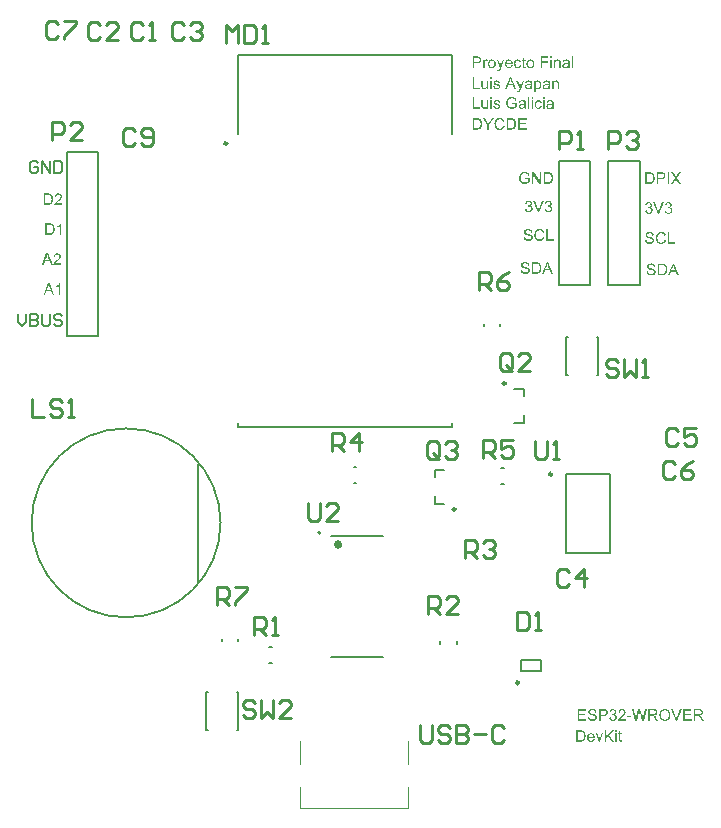
<source format=gto>
G04*
G04 #@! TF.GenerationSoftware,Altium Limited,Altium Designer,22.1.2 (22)*
G04*
G04 Layer_Color=65535*
%FSLAX25Y25*%
%MOIN*%
G70*
G04*
G04 #@! TF.SameCoordinates,02DF8324-4ACC-4833-93D7-4F50CCD373BD*
G04*
G04*
G04 #@! TF.FilePolarity,Positive*
G04*
G01*
G75*
%ADD10C,0.00591*%
%ADD11C,0.00984*%
%ADD12C,0.01181*%
%ADD13C,0.00787*%
%ADD14C,0.00472*%
%ADD15C,0.00600*%
%ADD16C,0.01000*%
G36*
X284083Y271000D02*
X283611D01*
Y274003D01*
X283606Y273997D01*
X283578Y273975D01*
X283545Y273941D01*
X283489Y273903D01*
X283428Y273853D01*
X283351Y273797D01*
X283262Y273736D01*
X283162Y273675D01*
X283156D01*
X283151Y273670D01*
X283118Y273647D01*
X283062Y273620D01*
X282996Y273586D01*
X282918Y273547D01*
X282835Y273509D01*
X282751Y273470D01*
X282668Y273436D01*
Y273892D01*
X282674D01*
X282685Y273903D01*
X282707Y273908D01*
X282735Y273925D01*
X282768Y273941D01*
X282807Y273964D01*
X282901Y274019D01*
X283012Y274080D01*
X283123Y274158D01*
X283240Y274247D01*
X283356Y274341D01*
X283362Y274347D01*
X283367Y274352D01*
X283384Y274369D01*
X283406Y274385D01*
X283456Y274441D01*
X283523Y274508D01*
X283589Y274585D01*
X283662Y274674D01*
X283723Y274763D01*
X283778Y274857D01*
X284083D01*
Y271000D01*
D02*
G37*
G36*
X282091D02*
X281514D01*
X281064Y272165D01*
X279455D01*
X279038Y271000D01*
X278500D01*
X279965Y274841D01*
X280520D01*
X282091Y271000D01*
D02*
G37*
G36*
X283173Y284852D02*
X283217Y284846D01*
X283273Y284841D01*
X283334Y284829D01*
X283395Y284818D01*
X283539Y284780D01*
X283683Y284724D01*
X283755Y284691D01*
X283827Y284652D01*
X283894Y284602D01*
X283955Y284546D01*
X283961Y284541D01*
X283972Y284535D01*
X283983Y284513D01*
X284005Y284491D01*
X284033Y284463D01*
X284061Y284424D01*
X284088Y284385D01*
X284122Y284336D01*
X284177Y284230D01*
X284233Y284097D01*
X284255Y284030D01*
X284266Y283953D01*
X284277Y283875D01*
X284283Y283792D01*
Y283781D01*
Y283753D01*
X284277Y283708D01*
X284272Y283647D01*
X284260Y283581D01*
X284238Y283503D01*
X284216Y283420D01*
X284183Y283336D01*
X284177Y283326D01*
X284166Y283298D01*
X284144Y283253D01*
X284111Y283192D01*
X284066Y283126D01*
X284011Y283042D01*
X283944Y282959D01*
X283866Y282865D01*
X283855Y282854D01*
X283827Y282820D01*
X283800Y282793D01*
X283772Y282765D01*
X283739Y282732D01*
X283694Y282687D01*
X283650Y282643D01*
X283594Y282593D01*
X283539Y282537D01*
X283472Y282476D01*
X283400Y282415D01*
X283322Y282343D01*
X283234Y282271D01*
X283145Y282193D01*
X283139Y282188D01*
X283128Y282177D01*
X283106Y282160D01*
X283078Y282138D01*
X283045Y282104D01*
X283006Y282071D01*
X282917Y281999D01*
X282823Y281916D01*
X282734Y281833D01*
X282656Y281760D01*
X282623Y281733D01*
X282595Y281705D01*
X282590Y281699D01*
X282573Y281683D01*
X282551Y281660D01*
X282523Y281627D01*
X282495Y281588D01*
X282462Y281549D01*
X282396Y281455D01*
X284288D01*
Y281000D01*
X281741D01*
Y281006D01*
Y281028D01*
Y281061D01*
X281746Y281105D01*
X281752Y281155D01*
X281763Y281211D01*
X281774Y281266D01*
X281796Y281327D01*
Y281333D01*
X281802Y281339D01*
X281813Y281372D01*
X281835Y281422D01*
X281868Y281488D01*
X281913Y281566D01*
X281968Y281655D01*
X282029Y281744D01*
X282107Y281838D01*
Y281844D01*
X282118Y281849D01*
X282146Y281883D01*
X282196Y281932D01*
X282268Y282005D01*
X282351Y282088D01*
X282457Y282188D01*
X282584Y282299D01*
X282723Y282415D01*
X282729Y282421D01*
X282751Y282437D01*
X282784Y282465D01*
X282823Y282499D01*
X282873Y282543D01*
X282934Y282593D01*
X282995Y282648D01*
X283067Y282709D01*
X283206Y282843D01*
X283345Y282976D01*
X283411Y283042D01*
X283472Y283109D01*
X283528Y283170D01*
X283572Y283231D01*
Y283237D01*
X283583Y283242D01*
X283594Y283259D01*
X283606Y283281D01*
X283644Y283342D01*
X283689Y283414D01*
X283728Y283503D01*
X283766Y283597D01*
X283789Y283703D01*
X283800Y283803D01*
Y283808D01*
Y283814D01*
X283794Y283847D01*
X283789Y283903D01*
X283772Y283964D01*
X283750Y284041D01*
X283711Y284119D01*
X283661Y284197D01*
X283594Y284275D01*
X283583Y284286D01*
X283556Y284308D01*
X283517Y284336D01*
X283456Y284374D01*
X283378Y284408D01*
X283289Y284441D01*
X283184Y284463D01*
X283067Y284469D01*
X283034D01*
X283012Y284463D01*
X282945Y284458D01*
X282867Y284441D01*
X282784Y284419D01*
X282690Y284380D01*
X282601Y284330D01*
X282518Y284263D01*
X282507Y284252D01*
X282484Y284225D01*
X282451Y284180D01*
X282418Y284114D01*
X282379Y284036D01*
X282346Y283936D01*
X282324Y283825D01*
X282312Y283697D01*
X281830Y283747D01*
Y283753D01*
X281835Y283769D01*
Y283797D01*
X281841Y283836D01*
X281852Y283880D01*
X281863Y283930D01*
X281879Y283991D01*
X281896Y284052D01*
X281941Y284186D01*
X282007Y284319D01*
X282046Y284385D01*
X282096Y284452D01*
X282146Y284513D01*
X282201Y284569D01*
X282207Y284574D01*
X282218Y284580D01*
X282235Y284596D01*
X282262Y284613D01*
X282296Y284635D01*
X282334Y284658D01*
X282379Y284685D01*
X282435Y284713D01*
X282495Y284741D01*
X282562Y284768D01*
X282634Y284791D01*
X282712Y284813D01*
X282795Y284829D01*
X282884Y284846D01*
X282978Y284852D01*
X283078Y284857D01*
X283134D01*
X283173Y284852D01*
D02*
G37*
G36*
X281591Y281000D02*
X281014D01*
X280564Y282166D01*
X278955D01*
X278538Y281000D01*
X278000D01*
X279465Y284841D01*
X280020D01*
X281591Y281000D01*
D02*
G37*
G36*
X284456Y291000D02*
X283984D01*
Y294003D01*
X283978Y293997D01*
X283951Y293975D01*
X283917Y293941D01*
X283862Y293903D01*
X283801Y293853D01*
X283723Y293797D01*
X283634Y293736D01*
X283534Y293675D01*
X283529D01*
X283523Y293670D01*
X283490Y293647D01*
X283435Y293620D01*
X283368Y293586D01*
X283290Y293547D01*
X283207Y293509D01*
X283124Y293470D01*
X283040Y293437D01*
Y293892D01*
X283046D01*
X283057Y293903D01*
X283079Y293908D01*
X283107Y293925D01*
X283140Y293941D01*
X283179Y293964D01*
X283274Y294019D01*
X283384Y294080D01*
X283495Y294158D01*
X283612Y294247D01*
X283729Y294341D01*
X283734Y294347D01*
X283740Y294352D01*
X283756Y294369D01*
X283779Y294386D01*
X283828Y294441D01*
X283895Y294508D01*
X283962Y294585D01*
X284034Y294674D01*
X284095Y294763D01*
X284150Y294857D01*
X284456D01*
Y291000D01*
D02*
G37*
G36*
X280576Y294835D02*
X280687Y294830D01*
X280798Y294818D01*
X280909Y294802D01*
X281003Y294785D01*
X281009D01*
X281020Y294780D01*
X281037D01*
X281059Y294768D01*
X281120Y294752D01*
X281198Y294724D01*
X281287Y294685D01*
X281381Y294635D01*
X281475Y294580D01*
X281564Y294508D01*
X281570Y294502D01*
X281575Y294496D01*
X281592Y294480D01*
X281614Y294463D01*
X281669Y294408D01*
X281736Y294330D01*
X281808Y294236D01*
X281886Y294125D01*
X281958Y293997D01*
X282019Y293853D01*
Y293847D01*
X282025Y293836D01*
X282036Y293814D01*
X282041Y293780D01*
X282058Y293742D01*
X282069Y293697D01*
X282080Y293647D01*
X282097Y293586D01*
X282114Y293525D01*
X282125Y293453D01*
X282152Y293298D01*
X282169Y293126D01*
X282175Y292937D01*
Y292931D01*
Y292920D01*
Y292893D01*
Y292865D01*
X282169Y292826D01*
Y292782D01*
X282164Y292676D01*
X282147Y292554D01*
X282130Y292426D01*
X282102Y292293D01*
X282069Y292160D01*
Y292154D01*
X282064Y292143D01*
X282058Y292127D01*
X282052Y292104D01*
X282030Y292043D01*
X281997Y291966D01*
X281964Y291877D01*
X281919Y291788D01*
X281864Y291694D01*
X281808Y291605D01*
X281803Y291594D01*
X281781Y291566D01*
X281747Y291527D01*
X281703Y291477D01*
X281653Y291422D01*
X281592Y291366D01*
X281531Y291305D01*
X281459Y291255D01*
X281448Y291250D01*
X281425Y291233D01*
X281386Y291211D01*
X281331Y291183D01*
X281264Y291150D01*
X281187Y291122D01*
X281098Y291089D01*
X280998Y291061D01*
X280987D01*
X280970Y291055D01*
X280954Y291050D01*
X280898Y291044D01*
X280820Y291033D01*
X280732Y291022D01*
X280626Y291011D01*
X280510Y291005D01*
X280382Y291000D01*
X279000D01*
Y294841D01*
X280476D01*
X280576Y294835D01*
D02*
G37*
G36*
X283545Y304852D02*
X283589Y304846D01*
X283645Y304841D01*
X283706Y304830D01*
X283767Y304818D01*
X283911Y304780D01*
X284055Y304724D01*
X284128Y304691D01*
X284200Y304652D01*
X284266Y304602D01*
X284328Y304546D01*
X284333Y304541D01*
X284344Y304535D01*
X284355Y304513D01*
X284377Y304491D01*
X284405Y304463D01*
X284433Y304424D01*
X284461Y304385D01*
X284494Y304336D01*
X284549Y304230D01*
X284605Y304097D01*
X284627Y304030D01*
X284638Y303953D01*
X284649Y303875D01*
X284655Y303792D01*
Y303781D01*
Y303753D01*
X284649Y303708D01*
X284644Y303647D01*
X284633Y303581D01*
X284611Y303503D01*
X284588Y303420D01*
X284555Y303337D01*
X284549Y303326D01*
X284538Y303298D01*
X284516Y303253D01*
X284483Y303192D01*
X284438Y303126D01*
X284383Y303042D01*
X284316Y302959D01*
X284239Y302865D01*
X284228Y302854D01*
X284200Y302820D01*
X284172Y302793D01*
X284144Y302765D01*
X284111Y302732D01*
X284067Y302687D01*
X284022Y302643D01*
X283967Y302593D01*
X283911Y302537D01*
X283845Y302476D01*
X283772Y302415D01*
X283695Y302343D01*
X283606Y302271D01*
X283517Y302193D01*
X283512Y302188D01*
X283501Y302177D01*
X283478Y302160D01*
X283451Y302138D01*
X283417Y302104D01*
X283379Y302071D01*
X283290Y301999D01*
X283195Y301916D01*
X283106Y301833D01*
X283029Y301760D01*
X282996Y301733D01*
X282968Y301705D01*
X282962Y301699D01*
X282946Y301683D01*
X282923Y301660D01*
X282896Y301627D01*
X282868Y301588D01*
X282835Y301549D01*
X282768Y301455D01*
X284661D01*
Y301000D01*
X282113D01*
Y301006D01*
Y301028D01*
Y301061D01*
X282119Y301105D01*
X282124Y301155D01*
X282135Y301211D01*
X282146Y301266D01*
X282169Y301327D01*
Y301333D01*
X282174Y301339D01*
X282185Y301372D01*
X282207Y301422D01*
X282241Y301488D01*
X282285Y301566D01*
X282341Y301655D01*
X282402Y301744D01*
X282479Y301838D01*
Y301844D01*
X282490Y301849D01*
X282518Y301883D01*
X282568Y301932D01*
X282640Y302005D01*
X282723Y302088D01*
X282829Y302188D01*
X282957Y302299D01*
X283095Y302415D01*
X283101Y302421D01*
X283123Y302437D01*
X283156Y302465D01*
X283195Y302499D01*
X283245Y302543D01*
X283306Y302593D01*
X283367Y302648D01*
X283439Y302709D01*
X283578Y302843D01*
X283717Y302976D01*
X283784Y303042D01*
X283845Y303109D01*
X283900Y303170D01*
X283945Y303231D01*
Y303237D01*
X283956Y303242D01*
X283967Y303259D01*
X283978Y303281D01*
X284017Y303342D01*
X284061Y303414D01*
X284100Y303503D01*
X284139Y303597D01*
X284161Y303703D01*
X284172Y303803D01*
Y303808D01*
Y303814D01*
X284167Y303847D01*
X284161Y303903D01*
X284144Y303964D01*
X284122Y304041D01*
X284083Y304119D01*
X284033Y304197D01*
X283967Y304275D01*
X283956Y304286D01*
X283928Y304308D01*
X283889Y304336D01*
X283828Y304374D01*
X283750Y304408D01*
X283662Y304441D01*
X283556Y304463D01*
X283439Y304469D01*
X283406D01*
X283384Y304463D01*
X283317Y304458D01*
X283240Y304441D01*
X283156Y304419D01*
X283062Y304380D01*
X282973Y304330D01*
X282890Y304263D01*
X282879Y304252D01*
X282857Y304224D01*
X282823Y304180D01*
X282790Y304114D01*
X282751Y304036D01*
X282718Y303936D01*
X282696Y303825D01*
X282685Y303697D01*
X282202Y303747D01*
Y303753D01*
X282207Y303769D01*
Y303797D01*
X282213Y303836D01*
X282224Y303881D01*
X282235Y303930D01*
X282252Y303991D01*
X282268Y304052D01*
X282313Y304186D01*
X282379Y304319D01*
X282418Y304385D01*
X282468Y304452D01*
X282518Y304513D01*
X282574Y304569D01*
X282579Y304574D01*
X282590Y304580D01*
X282607Y304596D01*
X282635Y304613D01*
X282668Y304635D01*
X282707Y304658D01*
X282751Y304685D01*
X282807Y304713D01*
X282868Y304741D01*
X282934Y304768D01*
X283007Y304791D01*
X283084Y304813D01*
X283168Y304830D01*
X283256Y304846D01*
X283351Y304852D01*
X283451Y304857D01*
X283506D01*
X283545Y304852D01*
D02*
G37*
G36*
X280076Y304835D02*
X280187Y304830D01*
X280298Y304818D01*
X280409Y304802D01*
X280504Y304785D01*
X280509D01*
X280520Y304780D01*
X280537D01*
X280559Y304768D01*
X280620Y304752D01*
X280698Y304724D01*
X280787Y304685D01*
X280881Y304635D01*
X280975Y304580D01*
X281064Y304508D01*
X281070Y304502D01*
X281075Y304497D01*
X281092Y304480D01*
X281114Y304463D01*
X281170Y304408D01*
X281236Y304330D01*
X281308Y304236D01*
X281386Y304125D01*
X281458Y303997D01*
X281519Y303853D01*
Y303847D01*
X281525Y303836D01*
X281536Y303814D01*
X281541Y303781D01*
X281558Y303742D01*
X281569Y303697D01*
X281580Y303647D01*
X281597Y303586D01*
X281613Y303525D01*
X281625Y303453D01*
X281652Y303298D01*
X281669Y303126D01*
X281675Y302937D01*
Y302931D01*
Y302920D01*
Y302892D01*
Y302865D01*
X281669Y302826D01*
Y302782D01*
X281663Y302676D01*
X281647Y302554D01*
X281630Y302426D01*
X281602Y302293D01*
X281569Y302160D01*
Y302154D01*
X281564Y302143D01*
X281558Y302127D01*
X281553Y302104D01*
X281530Y302043D01*
X281497Y301966D01*
X281464Y301877D01*
X281419Y301788D01*
X281364Y301694D01*
X281308Y301605D01*
X281303Y301594D01*
X281280Y301566D01*
X281247Y301527D01*
X281203Y301477D01*
X281153Y301422D01*
X281092Y301366D01*
X281031Y301305D01*
X280959Y301255D01*
X280948Y301250D01*
X280925Y301233D01*
X280887Y301211D01*
X280831Y301183D01*
X280764Y301150D01*
X280687Y301122D01*
X280598Y301089D01*
X280498Y301061D01*
X280487D01*
X280470Y301056D01*
X280454Y301050D01*
X280398Y301044D01*
X280320Y301033D01*
X280232Y301022D01*
X280126Y301011D01*
X280010Y301006D01*
X279882Y301000D01*
X278500D01*
Y304841D01*
X279976D01*
X280076Y304835D01*
D02*
G37*
G36*
X481104Y281468D02*
X481143D01*
X481248Y281457D01*
X481365Y281440D01*
X481487Y281413D01*
X481620Y281379D01*
X481742Y281335D01*
X481748D01*
X481759Y281329D01*
X481776Y281318D01*
X481798Y281307D01*
X481853Y281280D01*
X481925Y281230D01*
X482009Y281174D01*
X482092Y281102D01*
X482169Y281019D01*
X482242Y280924D01*
Y280919D01*
X482247Y280913D01*
X482258Y280897D01*
X482269Y280880D01*
X482297Y280824D01*
X482331Y280752D01*
X482369Y280663D01*
X482397Y280558D01*
X482425Y280447D01*
X482436Y280325D01*
X481948Y280286D01*
Y280292D01*
Y280303D01*
X481942Y280319D01*
X481936Y280347D01*
X481920Y280408D01*
X481898Y280491D01*
X481864Y280580D01*
X481814Y280669D01*
X481753Y280752D01*
X481676Y280830D01*
X481665Y280836D01*
X481637Y280858D01*
X481581Y280891D01*
X481509Y280924D01*
X481415Y280958D01*
X481304Y280991D01*
X481165Y281013D01*
X481010Y281019D01*
X480932D01*
X480899Y281013D01*
X480854Y281008D01*
X480754Y280996D01*
X480643Y280974D01*
X480532Y280946D01*
X480427Y280902D01*
X480382Y280874D01*
X480338Y280847D01*
X480327Y280841D01*
X480305Y280819D01*
X480271Y280780D01*
X480238Y280736D01*
X480199Y280675D01*
X480166Y280608D01*
X480144Y280530D01*
X480133Y280441D01*
Y280430D01*
Y280408D01*
X480138Y280369D01*
X480149Y280325D01*
X480166Y280270D01*
X480194Y280214D01*
X480227Y280158D01*
X480277Y280103D01*
X480282Y280097D01*
X480310Y280081D01*
X480333Y280064D01*
X480355Y280053D01*
X480388Y280036D01*
X480427Y280014D01*
X480477Y279997D01*
X480532Y279975D01*
X480593Y279953D01*
X480665Y279925D01*
X480743Y279903D01*
X480832Y279875D01*
X480932Y279853D01*
X481043Y279825D01*
X481048D01*
X481071Y279820D01*
X481104Y279814D01*
X481143Y279803D01*
X481193Y279792D01*
X481254Y279776D01*
X481315Y279759D01*
X481382Y279742D01*
X481526Y279703D01*
X481665Y279664D01*
X481731Y279642D01*
X481792Y279620D01*
X481848Y279604D01*
X481892Y279581D01*
X481898D01*
X481909Y279576D01*
X481925Y279565D01*
X481948Y279554D01*
X482009Y279520D01*
X482081Y279476D01*
X482164Y279415D01*
X482247Y279348D01*
X482325Y279270D01*
X482392Y279187D01*
X482397Y279176D01*
X482419Y279148D01*
X482442Y279098D01*
X482475Y279032D01*
X482503Y278954D01*
X482530Y278860D01*
X482547Y278754D01*
X482552Y278643D01*
Y278638D01*
Y278632D01*
Y278615D01*
Y278593D01*
X482541Y278532D01*
X482530Y278455D01*
X482508Y278366D01*
X482480Y278272D01*
X482436Y278171D01*
X482375Y278066D01*
Y278061D01*
X482369Y278055D01*
X482342Y278022D01*
X482303Y277972D01*
X482247Y277916D01*
X482175Y277850D01*
X482086Y277778D01*
X481986Y277711D01*
X481870Y277650D01*
X481864D01*
X481853Y277644D01*
X481837Y277639D01*
X481814Y277628D01*
X481781Y277617D01*
X481742Y277600D01*
X481653Y277578D01*
X481548Y277550D01*
X481420Y277522D01*
X481282Y277505D01*
X481132Y277500D01*
X481043D01*
X480999Y277505D01*
X480948D01*
X480893Y277511D01*
X480827Y277517D01*
X480688Y277539D01*
X480543Y277561D01*
X480399Y277600D01*
X480260Y277650D01*
X480255D01*
X480244Y277655D01*
X480227Y277666D01*
X480205Y277678D01*
X480138Y277711D01*
X480060Y277761D01*
X479972Y277827D01*
X479877Y277905D01*
X479789Y277999D01*
X479705Y278105D01*
Y278111D01*
X479694Y278122D01*
X479689Y278138D01*
X479672Y278160D01*
X479661Y278188D01*
X479644Y278222D01*
X479605Y278305D01*
X479567Y278410D01*
X479533Y278527D01*
X479511Y278660D01*
X479500Y278799D01*
X479977Y278843D01*
Y278838D01*
Y278832D01*
X479983Y278815D01*
Y278793D01*
X479994Y278743D01*
X480011Y278671D01*
X480033Y278599D01*
X480055Y278516D01*
X480094Y278438D01*
X480133Y278366D01*
X480138Y278360D01*
X480155Y278338D01*
X480183Y278299D01*
X480227Y278260D01*
X480282Y278210D01*
X480344Y278160D01*
X480427Y278111D01*
X480516Y278066D01*
X480521D01*
X480527Y278061D01*
X480543Y278055D01*
X480560Y278049D01*
X480616Y278033D01*
X480688Y278011D01*
X480777Y277988D01*
X480876Y277972D01*
X480987Y277961D01*
X481110Y277955D01*
X481159D01*
X481215Y277961D01*
X481282Y277966D01*
X481359Y277977D01*
X481448Y277988D01*
X481537Y278011D01*
X481620Y278038D01*
X481631Y278044D01*
X481659Y278055D01*
X481698Y278077D01*
X481748Y278099D01*
X481798Y278138D01*
X481853Y278177D01*
X481909Y278222D01*
X481953Y278277D01*
X481959Y278282D01*
X481970Y278305D01*
X481986Y278332D01*
X482009Y278377D01*
X482031Y278421D01*
X482048Y278477D01*
X482059Y278538D01*
X482064Y278604D01*
Y278610D01*
Y278638D01*
X482059Y278671D01*
X482053Y278715D01*
X482036Y278760D01*
X482020Y278815D01*
X481992Y278871D01*
X481953Y278921D01*
X481948Y278926D01*
X481931Y278943D01*
X481909Y278965D01*
X481870Y278998D01*
X481825Y279032D01*
X481764Y279071D01*
X481692Y279110D01*
X481609Y279143D01*
X481603Y279148D01*
X481576Y279154D01*
X481531Y279171D01*
X481503Y279176D01*
X481465Y279187D01*
X481426Y279204D01*
X481376Y279215D01*
X481320Y279232D01*
X481254Y279248D01*
X481187Y279265D01*
X481110Y279287D01*
X481021Y279309D01*
X480926Y279331D01*
X480921D01*
X480904Y279337D01*
X480876Y279343D01*
X480843Y279354D01*
X480799Y279365D01*
X480749Y279376D01*
X480638Y279409D01*
X480516Y279448D01*
X480388Y279487D01*
X480277Y279526D01*
X480227Y279548D01*
X480183Y279570D01*
X480177D01*
X480172Y279576D01*
X480138Y279598D01*
X480088Y279626D01*
X480033Y279670D01*
X479966Y279720D01*
X479900Y279781D01*
X479833Y279853D01*
X479777Y279931D01*
X479772Y279942D01*
X479755Y279970D01*
X479733Y280014D01*
X479711Y280070D01*
X479689Y280142D01*
X479667Y280225D01*
X479650Y280314D01*
X479644Y280408D01*
Y280414D01*
Y280419D01*
Y280436D01*
Y280458D01*
X479655Y280514D01*
X479667Y280586D01*
X479683Y280669D01*
X479711Y280763D01*
X479750Y280858D01*
X479805Y280952D01*
Y280958D01*
X479811Y280963D01*
X479839Y280996D01*
X479877Y281041D01*
X479927Y281096D01*
X479994Y281157D01*
X480077Y281224D01*
X480177Y281285D01*
X480288Y281341D01*
X480294D01*
X480305Y281346D01*
X480321Y281352D01*
X480344Y281363D01*
X480371Y281374D01*
X480410Y281385D01*
X480493Y281407D01*
X480599Y281429D01*
X480721Y281452D01*
X480849Y281468D01*
X480993Y281474D01*
X481065D01*
X481104Y281468D01*
D02*
G37*
G36*
X490295Y277567D02*
X489718D01*
X489268Y278732D01*
X487659D01*
X487242Y277567D01*
X486704D01*
X488169Y281407D01*
X488724D01*
X490295Y277567D01*
D02*
G37*
G36*
X484828Y281402D02*
X484939Y281396D01*
X485050Y281385D01*
X485161Y281368D01*
X485255Y281352D01*
X485261D01*
X485272Y281346D01*
X485289D01*
X485311Y281335D01*
X485372Y281318D01*
X485450Y281291D01*
X485538Y281252D01*
X485633Y281202D01*
X485727Y281146D01*
X485816Y281074D01*
X485821Y281069D01*
X485827Y281063D01*
X485844Y281047D01*
X485866Y281030D01*
X485921Y280974D01*
X485988Y280897D01*
X486060Y280802D01*
X486138Y280691D01*
X486210Y280564D01*
X486271Y280419D01*
Y280414D01*
X486277Y280403D01*
X486288Y280381D01*
X486293Y280347D01*
X486310Y280308D01*
X486321Y280264D01*
X486332Y280214D01*
X486349Y280153D01*
X486365Y280092D01*
X486376Y280020D01*
X486404Y279864D01*
X486421Y279692D01*
X486426Y279503D01*
Y279498D01*
Y279487D01*
Y279459D01*
Y279431D01*
X486421Y279393D01*
Y279348D01*
X486415Y279243D01*
X486399Y279121D01*
X486382Y278993D01*
X486354Y278860D01*
X486321Y278727D01*
Y278721D01*
X486315Y278710D01*
X486310Y278693D01*
X486304Y278671D01*
X486282Y278610D01*
X486249Y278532D01*
X486215Y278444D01*
X486171Y278355D01*
X486116Y278260D01*
X486060Y278171D01*
X486055Y278160D01*
X486032Y278133D01*
X485999Y278094D01*
X485955Y278044D01*
X485905Y277988D01*
X485844Y277933D01*
X485783Y277872D01*
X485710Y277822D01*
X485699Y277816D01*
X485677Y277800D01*
X485638Y277778D01*
X485583Y277750D01*
X485516Y277716D01*
X485438Y277689D01*
X485350Y277655D01*
X485250Y277628D01*
X485239D01*
X485222Y277622D01*
X485205Y277617D01*
X485150Y277611D01*
X485072Y277600D01*
X484983Y277589D01*
X484878Y277578D01*
X484761Y277572D01*
X484634Y277567D01*
X483252D01*
Y281407D01*
X484728D01*
X484828Y281402D01*
D02*
G37*
G36*
X486881Y301918D02*
X486953Y301907D01*
X487042Y301890D01*
X487142Y301863D01*
X487242Y301830D01*
X487342Y301785D01*
X487347D01*
X487353Y301780D01*
X487386Y301763D01*
X487436Y301730D01*
X487492Y301691D01*
X487558Y301635D01*
X487625Y301574D01*
X487691Y301502D01*
X487747Y301419D01*
X487752Y301408D01*
X487769Y301380D01*
X487791Y301330D01*
X487819Y301269D01*
X487847Y301197D01*
X487869Y301114D01*
X487886Y301019D01*
X487891Y300925D01*
Y300914D01*
Y300881D01*
X487886Y300836D01*
X487874Y300775D01*
X487858Y300703D01*
X487830Y300625D01*
X487797Y300547D01*
X487752Y300470D01*
X487747Y300459D01*
X487730Y300436D01*
X487697Y300398D01*
X487652Y300353D01*
X487597Y300303D01*
X487530Y300248D01*
X487453Y300198D01*
X487358Y300148D01*
X487364D01*
X487375Y300142D01*
X487392Y300137D01*
X487414Y300131D01*
X487475Y300109D01*
X487552Y300076D01*
X487641Y300031D01*
X487730Y299976D01*
X487813Y299904D01*
X487891Y299820D01*
X487897Y299809D01*
X487919Y299776D01*
X487952Y299721D01*
X487986Y299648D01*
X488019Y299559D01*
X488052Y299454D01*
X488074Y299332D01*
X488080Y299199D01*
Y299193D01*
Y299177D01*
Y299149D01*
X488074Y299115D01*
X488069Y299071D01*
X488058Y299021D01*
X488047Y298966D01*
X488035Y298905D01*
X487991Y298772D01*
X487958Y298699D01*
X487924Y298633D01*
X487880Y298561D01*
X487830Y298488D01*
X487775Y298416D01*
X487708Y298350D01*
X487702Y298344D01*
X487691Y298333D01*
X487669Y298316D01*
X487641Y298294D01*
X487608Y298266D01*
X487564Y298239D01*
X487514Y298205D01*
X487453Y298178D01*
X487392Y298144D01*
X487319Y298111D01*
X487247Y298083D01*
X487164Y298056D01*
X487075Y298033D01*
X486981Y298017D01*
X486887Y298006D01*
X486781Y298000D01*
X486731D01*
X486698Y298006D01*
X486653Y298011D01*
X486603Y298017D01*
X486548Y298028D01*
X486487Y298039D01*
X486354Y298072D01*
X486215Y298128D01*
X486143Y298161D01*
X486076Y298200D01*
X486010Y298250D01*
X485943Y298300D01*
X485938Y298305D01*
X485926Y298316D01*
X485910Y298333D01*
X485893Y298355D01*
X485865Y298383D01*
X485838Y298422D01*
X485804Y298461D01*
X485771Y298511D01*
X485738Y298566D01*
X485704Y298622D01*
X485643Y298755D01*
X485593Y298910D01*
X485577Y298993D01*
X485566Y299082D01*
X486037Y299143D01*
Y299138D01*
X486043Y299127D01*
X486049Y299104D01*
X486054Y299077D01*
X486060Y299043D01*
X486071Y299005D01*
X486098Y298921D01*
X486137Y298821D01*
X486187Y298727D01*
X486243Y298638D01*
X486309Y298561D01*
X486320Y298555D01*
X486343Y298533D01*
X486387Y298505D01*
X486443Y298477D01*
X486509Y298444D01*
X486592Y298416D01*
X486687Y298394D01*
X486787Y298389D01*
X486820D01*
X486842Y298394D01*
X486903Y298400D01*
X486981Y298416D01*
X487070Y298444D01*
X487164Y298483D01*
X487258Y298538D01*
X487347Y298616D01*
X487358Y298627D01*
X487386Y298660D01*
X487419Y298710D01*
X487464Y298777D01*
X487508Y298860D01*
X487541Y298955D01*
X487569Y299066D01*
X487580Y299188D01*
Y299193D01*
Y299204D01*
Y299221D01*
X487575Y299243D01*
X487569Y299304D01*
X487552Y299376D01*
X487530Y299465D01*
X487492Y299554D01*
X487436Y299643D01*
X487364Y299726D01*
X487353Y299737D01*
X487325Y299759D01*
X487281Y299793D01*
X487219Y299832D01*
X487142Y299870D01*
X487047Y299904D01*
X486942Y299926D01*
X486826Y299937D01*
X486776D01*
X486737Y299931D01*
X486687Y299926D01*
X486631Y299915D01*
X486565Y299904D01*
X486492Y299887D01*
X486548Y300303D01*
X486576D01*
X486598Y300298D01*
X486670D01*
X486731Y300309D01*
X486803Y300320D01*
X486887Y300337D01*
X486981Y300364D01*
X487070Y300403D01*
X487164Y300453D01*
X487170D01*
X487175Y300459D01*
X487203Y300481D01*
X487242Y300520D01*
X487286Y300570D01*
X487331Y300642D01*
X487369Y300725D01*
X487397Y300819D01*
X487408Y300875D01*
Y300936D01*
Y300941D01*
Y300947D01*
Y300980D01*
X487397Y301025D01*
X487386Y301086D01*
X487364Y301152D01*
X487336Y301224D01*
X487292Y301297D01*
X487231Y301363D01*
X487225Y301369D01*
X487197Y301391D01*
X487158Y301419D01*
X487109Y301452D01*
X487042Y301480D01*
X486964Y301508D01*
X486875Y301530D01*
X486776Y301535D01*
X486731D01*
X486681Y301524D01*
X486615Y301513D01*
X486543Y301491D01*
X486470Y301463D01*
X486393Y301419D01*
X486320Y301363D01*
X486315Y301358D01*
X486293Y301330D01*
X486259Y301291D01*
X486221Y301236D01*
X486182Y301164D01*
X486143Y301075D01*
X486110Y300969D01*
X486087Y300847D01*
X485616Y300930D01*
Y300936D01*
X485621Y300953D01*
X485627Y300975D01*
X485632Y301008D01*
X485643Y301047D01*
X485660Y301091D01*
X485693Y301197D01*
X485749Y301319D01*
X485815Y301441D01*
X485899Y301557D01*
X486004Y301663D01*
X486010Y301669D01*
X486021Y301674D01*
X486037Y301685D01*
X486060Y301702D01*
X486087Y301724D01*
X486126Y301746D01*
X486165Y301768D01*
X486215Y301796D01*
X486326Y301841D01*
X486454Y301885D01*
X486603Y301913D01*
X486681Y301924D01*
X486820D01*
X486881Y301918D01*
D02*
G37*
G36*
X480315D02*
X480387Y301907D01*
X480476Y301890D01*
X480576Y301863D01*
X480676Y301830D01*
X480776Y301785D01*
X480782D01*
X480787Y301780D01*
X480820Y301763D01*
X480870Y301730D01*
X480926Y301691D01*
X480993Y301635D01*
X481059Y301574D01*
X481126Y301502D01*
X481181Y301419D01*
X481187Y301408D01*
X481203Y301380D01*
X481226Y301330D01*
X481253Y301269D01*
X481281Y301197D01*
X481303Y301114D01*
X481320Y301019D01*
X481325Y300925D01*
Y300914D01*
Y300881D01*
X481320Y300836D01*
X481309Y300775D01*
X481292Y300703D01*
X481264Y300625D01*
X481231Y300547D01*
X481187Y300470D01*
X481181Y300459D01*
X481165Y300436D01*
X481131Y300398D01*
X481087Y300353D01*
X481031Y300303D01*
X480965Y300248D01*
X480887Y300198D01*
X480793Y300148D01*
X480798D01*
X480809Y300142D01*
X480826Y300137D01*
X480848Y300131D01*
X480909Y300109D01*
X480987Y300076D01*
X481076Y300031D01*
X481165Y299976D01*
X481248Y299904D01*
X481325Y299820D01*
X481331Y299809D01*
X481353Y299776D01*
X481387Y299721D01*
X481420Y299648D01*
X481453Y299559D01*
X481486Y299454D01*
X481509Y299332D01*
X481514Y299199D01*
Y299193D01*
Y299177D01*
Y299149D01*
X481509Y299115D01*
X481503Y299071D01*
X481492Y299021D01*
X481481Y298966D01*
X481470Y298905D01*
X481425Y298772D01*
X481392Y298699D01*
X481359Y298633D01*
X481314Y298561D01*
X481264Y298488D01*
X481209Y298416D01*
X481142Y298350D01*
X481137Y298344D01*
X481126Y298333D01*
X481103Y298316D01*
X481076Y298294D01*
X481042Y298266D01*
X480998Y298239D01*
X480948Y298205D01*
X480887Y298178D01*
X480826Y298144D01*
X480754Y298111D01*
X480682Y298083D01*
X480598Y298056D01*
X480510Y298033D01*
X480415Y298017D01*
X480321Y298006D01*
X480215Y298000D01*
X480165D01*
X480132Y298006D01*
X480088Y298011D01*
X480038Y298017D01*
X479982Y298028D01*
X479921Y298039D01*
X479788Y298072D01*
X479649Y298128D01*
X479577Y298161D01*
X479511Y298200D01*
X479444Y298250D01*
X479377Y298300D01*
X479372Y298305D01*
X479361Y298316D01*
X479344Y298333D01*
X479327Y298355D01*
X479300Y298383D01*
X479272Y298422D01*
X479239Y298461D01*
X479205Y298511D01*
X479172Y298566D01*
X479139Y298622D01*
X479078Y298755D01*
X479028Y298910D01*
X479011Y298993D01*
X479000Y299082D01*
X479472Y299143D01*
Y299138D01*
X479477Y299127D01*
X479483Y299104D01*
X479488Y299077D01*
X479494Y299043D01*
X479505Y299005D01*
X479533Y298921D01*
X479572Y298821D01*
X479622Y298727D01*
X479677Y298638D01*
X479744Y298561D01*
X479755Y298555D01*
X479777Y298533D01*
X479821Y298505D01*
X479877Y298477D01*
X479944Y298444D01*
X480027Y298416D01*
X480121Y298394D01*
X480221Y298389D01*
X480254D01*
X480276Y298394D01*
X480338Y298400D01*
X480415Y298416D01*
X480504Y298444D01*
X480598Y298483D01*
X480693Y298538D01*
X480782Y298616D01*
X480793Y298627D01*
X480820Y298660D01*
X480854Y298710D01*
X480898Y298777D01*
X480942Y298860D01*
X480976Y298955D01*
X481004Y299066D01*
X481015Y299188D01*
Y299193D01*
Y299204D01*
Y299221D01*
X481009Y299243D01*
X481004Y299304D01*
X480987Y299376D01*
X480965Y299465D01*
X480926Y299554D01*
X480870Y299643D01*
X480798Y299726D01*
X480787Y299737D01*
X480759Y299759D01*
X480715Y299793D01*
X480654Y299832D01*
X480576Y299870D01*
X480482Y299904D01*
X480376Y299926D01*
X480260Y299937D01*
X480210D01*
X480171Y299931D01*
X480121Y299926D01*
X480066Y299915D01*
X479999Y299904D01*
X479927Y299887D01*
X479982Y300303D01*
X480010D01*
X480032Y300298D01*
X480104D01*
X480165Y300309D01*
X480238Y300320D01*
X480321Y300337D01*
X480415Y300364D01*
X480504Y300403D01*
X480598Y300453D01*
X480604D01*
X480610Y300459D01*
X480637Y300481D01*
X480676Y300520D01*
X480721Y300570D01*
X480765Y300642D01*
X480804Y300725D01*
X480831Y300819D01*
X480843Y300875D01*
Y300936D01*
Y300941D01*
Y300947D01*
Y300980D01*
X480831Y301025D01*
X480820Y301086D01*
X480798Y301152D01*
X480770Y301224D01*
X480726Y301297D01*
X480665Y301363D01*
X480659Y301369D01*
X480632Y301391D01*
X480593Y301419D01*
X480543Y301452D01*
X480476Y301480D01*
X480399Y301508D01*
X480310Y301530D01*
X480210Y301535D01*
X480165D01*
X480116Y301524D01*
X480049Y301513D01*
X479977Y301491D01*
X479905Y301463D01*
X479827Y301419D01*
X479755Y301363D01*
X479749Y301358D01*
X479727Y301330D01*
X479694Y301291D01*
X479655Y301236D01*
X479616Y301164D01*
X479577Y301075D01*
X479544Y300969D01*
X479522Y300847D01*
X479050Y300930D01*
Y300936D01*
X479056Y300953D01*
X479061Y300975D01*
X479067Y301008D01*
X479078Y301047D01*
X479094Y301091D01*
X479128Y301197D01*
X479183Y301319D01*
X479250Y301441D01*
X479333Y301557D01*
X479438Y301663D01*
X479444Y301669D01*
X479455Y301674D01*
X479472Y301685D01*
X479494Y301702D01*
X479522Y301724D01*
X479561Y301746D01*
X479599Y301768D01*
X479649Y301796D01*
X479760Y301841D01*
X479888Y301885D01*
X480038Y301913D01*
X480116Y301924D01*
X480254D01*
X480315Y301918D01*
D02*
G37*
G36*
X483795Y298067D02*
X483262D01*
X481775Y301907D01*
X482330D01*
X483329Y299115D01*
Y299110D01*
X483335Y299099D01*
X483340Y299082D01*
X483351Y299060D01*
X483357Y299027D01*
X483368Y298993D01*
X483396Y298910D01*
X483429Y298816D01*
X483462Y298710D01*
X483529Y298488D01*
Y298494D01*
X483534Y298505D01*
X483540Y298522D01*
X483545Y298544D01*
X483562Y298605D01*
X483590Y298688D01*
X483618Y298782D01*
X483651Y298888D01*
X483690Y298999D01*
X483734Y299115D01*
X484777Y301907D01*
X485294D01*
X483795Y298067D01*
D02*
G37*
G36*
X489634Y310015D02*
X491071Y308000D01*
X490444D01*
X489473Y309365D01*
X489467Y309371D01*
X489456Y309387D01*
X489445Y309410D01*
X489423Y309437D01*
X489373Y309515D01*
X489318Y309598D01*
X489312Y309593D01*
X489295Y309571D01*
X489273Y309537D01*
X489245Y309493D01*
X489184Y309404D01*
X489156Y309365D01*
X489134Y309332D01*
X488163Y308000D01*
X487552D01*
X489034Y309987D01*
X487725Y311841D01*
X488330D01*
X489029Y310853D01*
Y310847D01*
X489040Y310842D01*
X489051Y310825D01*
X489068Y310803D01*
X489101Y310747D01*
X489151Y310681D01*
X489201Y310603D01*
X489251Y310525D01*
X489295Y310453D01*
X489334Y310386D01*
X489340Y310398D01*
X489356Y310420D01*
X489384Y310464D01*
X489423Y310520D01*
X489467Y310581D01*
X489523Y310658D01*
X489578Y310736D01*
X489645Y310819D01*
X490411Y311841D01*
X490966D01*
X489634Y310015D01*
D02*
G37*
G36*
X487047Y308000D02*
X486537D01*
Y311841D01*
X487047D01*
Y308000D01*
D02*
G37*
G36*
X484533Y311835D02*
X484628Y311829D01*
X484728Y311824D01*
X484822Y311813D01*
X484905Y311802D01*
X484916D01*
X484955Y311791D01*
X485005Y311780D01*
X485072Y311763D01*
X485144Y311735D01*
X485222Y311702D01*
X485305Y311663D01*
X485377Y311619D01*
X485388Y311613D01*
X485410Y311596D01*
X485443Y311563D01*
X485488Y311524D01*
X485538Y311474D01*
X485588Y311408D01*
X485643Y311336D01*
X485688Y311252D01*
X485693Y311241D01*
X485704Y311213D01*
X485727Y311163D01*
X485749Y311097D01*
X485765Y311019D01*
X485788Y310930D01*
X485799Y310830D01*
X485804Y310725D01*
Y310719D01*
Y310703D01*
Y310681D01*
X485799Y310642D01*
X485793Y310603D01*
X485788Y310553D01*
X485777Y310497D01*
X485765Y310437D01*
X485727Y310309D01*
X485704Y310242D01*
X485671Y310170D01*
X485632Y310098D01*
X485593Y310031D01*
X485543Y309965D01*
X485488Y309898D01*
X485482Y309893D01*
X485471Y309881D01*
X485455Y309865D01*
X485427Y309848D01*
X485394Y309820D01*
X485349Y309793D01*
X485294Y309759D01*
X485233Y309732D01*
X485160Y309698D01*
X485077Y309665D01*
X484988Y309637D01*
X484883Y309615D01*
X484772Y309593D01*
X484650Y309576D01*
X484511Y309565D01*
X484367Y309559D01*
X483385D01*
Y308000D01*
X482874D01*
Y311841D01*
X484450D01*
X484533Y311835D01*
D02*
G37*
G36*
X480576D02*
X480687Y311829D01*
X480798Y311818D01*
X480909Y311802D01*
X481004Y311785D01*
X481009D01*
X481020Y311780D01*
X481037D01*
X481059Y311768D01*
X481120Y311752D01*
X481198Y311724D01*
X481287Y311685D01*
X481381Y311635D01*
X481475Y311580D01*
X481564Y311508D01*
X481570Y311502D01*
X481575Y311496D01*
X481592Y311480D01*
X481614Y311463D01*
X481670Y311408D01*
X481736Y311330D01*
X481808Y311236D01*
X481886Y311125D01*
X481958Y310997D01*
X482019Y310853D01*
Y310847D01*
X482025Y310836D01*
X482036Y310814D01*
X482041Y310781D01*
X482058Y310742D01*
X482069Y310697D01*
X482080Y310647D01*
X482097Y310586D01*
X482114Y310525D01*
X482125Y310453D01*
X482152Y310298D01*
X482169Y310126D01*
X482175Y309937D01*
Y309931D01*
Y309920D01*
Y309893D01*
Y309865D01*
X482169Y309826D01*
Y309782D01*
X482163Y309676D01*
X482147Y309554D01*
X482130Y309426D01*
X482102Y309293D01*
X482069Y309160D01*
Y309154D01*
X482064Y309143D01*
X482058Y309127D01*
X482053Y309104D01*
X482030Y309043D01*
X481997Y308966D01*
X481964Y308877D01*
X481919Y308788D01*
X481864Y308694D01*
X481808Y308605D01*
X481803Y308594D01*
X481781Y308566D01*
X481747Y308527D01*
X481703Y308477D01*
X481653Y308422D01*
X481592Y308366D01*
X481531Y308305D01*
X481459Y308255D01*
X481448Y308250D01*
X481425Y308233D01*
X481387Y308211D01*
X481331Y308183D01*
X481264Y308150D01*
X481187Y308122D01*
X481098Y308089D01*
X480998Y308061D01*
X480987D01*
X480970Y308055D01*
X480954Y308050D01*
X480898Y308044D01*
X480820Y308033D01*
X480732Y308022D01*
X480626Y308011D01*
X480510Y308005D01*
X480382Y308000D01*
X479000D01*
Y311841D01*
X480476D01*
X480576Y311835D01*
D02*
G37*
G36*
X439104Y281968D02*
X439143D01*
X439248Y281957D01*
X439365Y281941D01*
X439487Y281913D01*
X439620Y281879D01*
X439742Y281835D01*
X439748D01*
X439759Y281830D01*
X439776Y281818D01*
X439798Y281807D01*
X439853Y281780D01*
X439925Y281730D01*
X440009Y281674D01*
X440092Y281602D01*
X440169Y281519D01*
X440242Y281424D01*
Y281419D01*
X440247Y281413D01*
X440258Y281397D01*
X440269Y281380D01*
X440297Y281324D01*
X440331Y281252D01*
X440369Y281164D01*
X440397Y281058D01*
X440425Y280947D01*
X440436Y280825D01*
X439948Y280786D01*
Y280792D01*
Y280803D01*
X439942Y280819D01*
X439936Y280847D01*
X439920Y280908D01*
X439898Y280991D01*
X439864Y281080D01*
X439814Y281169D01*
X439753Y281252D01*
X439676Y281330D01*
X439665Y281336D01*
X439637Y281358D01*
X439581Y281391D01*
X439509Y281424D01*
X439415Y281458D01*
X439304Y281491D01*
X439165Y281513D01*
X439010Y281519D01*
X438932D01*
X438899Y281513D01*
X438854Y281508D01*
X438754Y281497D01*
X438643Y281474D01*
X438532Y281447D01*
X438427Y281402D01*
X438382Y281374D01*
X438338Y281347D01*
X438327Y281341D01*
X438305Y281319D01*
X438272Y281280D01*
X438238Y281236D01*
X438199Y281175D01*
X438166Y281108D01*
X438144Y281030D01*
X438133Y280942D01*
Y280930D01*
Y280908D01*
X438138Y280869D01*
X438149Y280825D01*
X438166Y280769D01*
X438194Y280714D01*
X438227Y280658D01*
X438277Y280603D01*
X438282Y280597D01*
X438310Y280581D01*
X438333Y280564D01*
X438355Y280553D01*
X438388Y280536D01*
X438427Y280514D01*
X438477Y280498D01*
X438532Y280475D01*
X438593Y280453D01*
X438665Y280425D01*
X438743Y280403D01*
X438832Y280375D01*
X438932Y280353D01*
X439043Y280326D01*
X439048D01*
X439071Y280320D01*
X439104Y280314D01*
X439143Y280303D01*
X439193Y280292D01*
X439254Y280276D01*
X439315Y280259D01*
X439382Y280242D01*
X439526Y280203D01*
X439665Y280165D01*
X439731Y280142D01*
X439792Y280120D01*
X439848Y280103D01*
X439892Y280081D01*
X439898D01*
X439909Y280076D01*
X439925Y280065D01*
X439948Y280053D01*
X440009Y280020D01*
X440081Y279976D01*
X440164Y279915D01*
X440247Y279848D01*
X440325Y279770D01*
X440392Y279687D01*
X440397Y279676D01*
X440419Y279648D01*
X440442Y279598D01*
X440475Y279532D01*
X440503Y279454D01*
X440530Y279360D01*
X440547Y279254D01*
X440553Y279143D01*
Y279138D01*
Y279132D01*
Y279116D01*
Y279093D01*
X440541Y279032D01*
X440530Y278955D01*
X440508Y278866D01*
X440480Y278771D01*
X440436Y278672D01*
X440375Y278566D01*
Y278561D01*
X440369Y278555D01*
X440342Y278522D01*
X440303Y278472D01*
X440247Y278416D01*
X440175Y278350D01*
X440086Y278277D01*
X439986Y278211D01*
X439870Y278150D01*
X439864D01*
X439853Y278144D01*
X439837Y278139D01*
X439814Y278128D01*
X439781Y278117D01*
X439742Y278100D01*
X439653Y278078D01*
X439548Y278050D01*
X439420Y278022D01*
X439282Y278006D01*
X439132Y278000D01*
X439043D01*
X438999Y278006D01*
X438948D01*
X438893Y278011D01*
X438827Y278017D01*
X438688Y278039D01*
X438543Y278061D01*
X438399Y278100D01*
X438260Y278150D01*
X438255D01*
X438244Y278155D01*
X438227Y278167D01*
X438205Y278178D01*
X438138Y278211D01*
X438061Y278261D01*
X437972Y278327D01*
X437877Y278405D01*
X437789Y278500D01*
X437705Y278605D01*
Y278610D01*
X437694Y278622D01*
X437689Y278638D01*
X437672Y278660D01*
X437661Y278688D01*
X437644Y278721D01*
X437605Y278805D01*
X437567Y278910D01*
X437533Y279027D01*
X437511Y279160D01*
X437500Y279299D01*
X437977Y279343D01*
Y279338D01*
Y279332D01*
X437983Y279315D01*
Y279293D01*
X437994Y279243D01*
X438011Y279171D01*
X438033Y279099D01*
X438055Y279016D01*
X438094Y278938D01*
X438133Y278866D01*
X438138Y278860D01*
X438155Y278838D01*
X438183Y278799D01*
X438227Y278760D01*
X438282Y278710D01*
X438344Y278660D01*
X438427Y278610D01*
X438516Y278566D01*
X438521D01*
X438527Y278561D01*
X438543Y278555D01*
X438560Y278549D01*
X438616Y278533D01*
X438688Y278511D01*
X438776Y278488D01*
X438876Y278472D01*
X438987Y278461D01*
X439110Y278455D01*
X439159D01*
X439215Y278461D01*
X439282Y278466D01*
X439359Y278477D01*
X439448Y278488D01*
X439537Y278511D01*
X439620Y278538D01*
X439631Y278544D01*
X439659Y278555D01*
X439698Y278577D01*
X439748Y278599D01*
X439798Y278638D01*
X439853Y278677D01*
X439909Y278721D01*
X439953Y278777D01*
X439959Y278783D01*
X439970Y278805D01*
X439986Y278833D01*
X440009Y278877D01*
X440031Y278921D01*
X440048Y278977D01*
X440059Y279038D01*
X440064Y279104D01*
Y279110D01*
Y279138D01*
X440059Y279171D01*
X440053Y279216D01*
X440036Y279260D01*
X440020Y279315D01*
X439992Y279371D01*
X439953Y279421D01*
X439948Y279426D01*
X439931Y279443D01*
X439909Y279465D01*
X439870Y279499D01*
X439825Y279532D01*
X439764Y279571D01*
X439692Y279609D01*
X439609Y279643D01*
X439603Y279648D01*
X439576Y279654D01*
X439531Y279671D01*
X439503Y279676D01*
X439465Y279687D01*
X439426Y279704D01*
X439376Y279715D01*
X439320Y279732D01*
X439254Y279748D01*
X439187Y279765D01*
X439110Y279787D01*
X439021Y279809D01*
X438926Y279832D01*
X438921D01*
X438904Y279837D01*
X438876Y279843D01*
X438843Y279854D01*
X438799Y279865D01*
X438749Y279876D01*
X438638Y279909D01*
X438516Y279948D01*
X438388Y279987D01*
X438277Y280026D01*
X438227Y280048D01*
X438183Y280070D01*
X438177D01*
X438172Y280076D01*
X438138Y280098D01*
X438088Y280126D01*
X438033Y280170D01*
X437966Y280220D01*
X437900Y280281D01*
X437833Y280353D01*
X437778Y280431D01*
X437772Y280442D01*
X437755Y280470D01*
X437733Y280514D01*
X437711Y280570D01*
X437689Y280642D01*
X437667Y280725D01*
X437650Y280814D01*
X437644Y280908D01*
Y280914D01*
Y280919D01*
Y280936D01*
Y280958D01*
X437655Y281014D01*
X437667Y281086D01*
X437683Y281169D01*
X437711Y281263D01*
X437750Y281358D01*
X437805Y281452D01*
Y281458D01*
X437811Y281463D01*
X437839Y281497D01*
X437877Y281541D01*
X437927Y281596D01*
X437994Y281658D01*
X438077Y281724D01*
X438177Y281785D01*
X438288Y281841D01*
X438294D01*
X438305Y281846D01*
X438321Y281852D01*
X438344Y281863D01*
X438371Y281874D01*
X438410Y281885D01*
X438493Y281907D01*
X438599Y281929D01*
X438721Y281952D01*
X438849Y281968D01*
X438993Y281974D01*
X439065D01*
X439104Y281968D01*
D02*
G37*
G36*
X448295Y278067D02*
X447718D01*
X447268Y279232D01*
X445658D01*
X445242Y278067D01*
X444704D01*
X446169Y281907D01*
X446724D01*
X448295Y278067D01*
D02*
G37*
G36*
X442828Y281902D02*
X442939Y281896D01*
X443050Y281885D01*
X443161Y281868D01*
X443255Y281852D01*
X443261D01*
X443272Y281846D01*
X443289D01*
X443311Y281835D01*
X443372Y281818D01*
X443450Y281791D01*
X443538Y281752D01*
X443633Y281702D01*
X443727Y281646D01*
X443816Y281574D01*
X443821Y281569D01*
X443827Y281563D01*
X443844Y281546D01*
X443866Y281530D01*
X443921Y281474D01*
X443988Y281397D01*
X444060Y281302D01*
X444138Y281191D01*
X444210Y281064D01*
X444271Y280919D01*
Y280914D01*
X444277Y280903D01*
X444288Y280880D01*
X444293Y280847D01*
X444310Y280808D01*
X444321Y280764D01*
X444332Y280714D01*
X444349Y280653D01*
X444365Y280592D01*
X444377Y280520D01*
X444404Y280364D01*
X444421Y280192D01*
X444426Y280003D01*
Y279998D01*
Y279987D01*
Y279959D01*
Y279931D01*
X444421Y279892D01*
Y279848D01*
X444415Y279743D01*
X444399Y279621D01*
X444382Y279493D01*
X444354Y279360D01*
X444321Y279226D01*
Y279221D01*
X444315Y279210D01*
X444310Y279193D01*
X444304Y279171D01*
X444282Y279110D01*
X444249Y279032D01*
X444215Y278943D01*
X444171Y278855D01*
X444116Y278760D01*
X444060Y278672D01*
X444055Y278660D01*
X444032Y278633D01*
X443999Y278594D01*
X443955Y278544D01*
X443905Y278488D01*
X443844Y278433D01*
X443783Y278372D01*
X443711Y278322D01*
X443699Y278316D01*
X443677Y278300D01*
X443638Y278277D01*
X443583Y278250D01*
X443516Y278216D01*
X443438Y278189D01*
X443350Y278155D01*
X443250Y278128D01*
X443239D01*
X443222Y278122D01*
X443205Y278117D01*
X443150Y278111D01*
X443072Y278100D01*
X442983Y278089D01*
X442878Y278078D01*
X442761Y278072D01*
X442634Y278067D01*
X441252D01*
Y281907D01*
X442728D01*
X442828Y281902D01*
D02*
G37*
G36*
X480604Y291968D02*
X480643D01*
X480748Y291957D01*
X480865Y291940D01*
X480987Y291913D01*
X481120Y291879D01*
X481242Y291835D01*
X481248D01*
X481259Y291829D01*
X481276Y291818D01*
X481298Y291807D01*
X481353Y291780D01*
X481425Y291730D01*
X481509Y291674D01*
X481592Y291602D01*
X481670Y291519D01*
X481742Y291424D01*
Y291419D01*
X481747Y291413D01*
X481758Y291397D01*
X481769Y291380D01*
X481797Y291324D01*
X481831Y291252D01*
X481869Y291163D01*
X481897Y291058D01*
X481925Y290947D01*
X481936Y290825D01*
X481448Y290786D01*
Y290792D01*
Y290803D01*
X481442Y290819D01*
X481436Y290847D01*
X481420Y290908D01*
X481398Y290991D01*
X481364Y291080D01*
X481314Y291169D01*
X481253Y291252D01*
X481176Y291330D01*
X481165Y291336D01*
X481137Y291358D01*
X481081Y291391D01*
X481009Y291424D01*
X480915Y291458D01*
X480804Y291491D01*
X480665Y291513D01*
X480510Y291519D01*
X480432D01*
X480399Y291513D01*
X480354Y291508D01*
X480254Y291496D01*
X480143Y291474D01*
X480032Y291446D01*
X479927Y291402D01*
X479882Y291374D01*
X479838Y291347D01*
X479827Y291341D01*
X479805Y291319D01*
X479772Y291280D01*
X479738Y291236D01*
X479699Y291175D01*
X479666Y291108D01*
X479644Y291030D01*
X479633Y290942D01*
Y290930D01*
Y290908D01*
X479638Y290869D01*
X479649Y290825D01*
X479666Y290770D01*
X479694Y290714D01*
X479727Y290658D01*
X479777Y290603D01*
X479782Y290597D01*
X479810Y290581D01*
X479833Y290564D01*
X479855Y290553D01*
X479888Y290536D01*
X479927Y290514D01*
X479977Y290497D01*
X480032Y290475D01*
X480093Y290453D01*
X480165Y290425D01*
X480243Y290403D01*
X480332Y290375D01*
X480432Y290353D01*
X480543Y290325D01*
X480548D01*
X480571Y290320D01*
X480604Y290314D01*
X480643Y290303D01*
X480693Y290292D01*
X480754Y290276D01*
X480815Y290259D01*
X480882Y290242D01*
X481026Y290203D01*
X481165Y290164D01*
X481231Y290142D01*
X481292Y290120D01*
X481348Y290104D01*
X481392Y290081D01*
X481398D01*
X481409Y290076D01*
X481425Y290065D01*
X481448Y290054D01*
X481509Y290020D01*
X481581Y289976D01*
X481664Y289915D01*
X481747Y289848D01*
X481825Y289770D01*
X481892Y289687D01*
X481897Y289676D01*
X481919Y289648D01*
X481942Y289598D01*
X481975Y289532D01*
X482002Y289454D01*
X482030Y289360D01*
X482047Y289254D01*
X482053Y289143D01*
Y289138D01*
Y289132D01*
Y289116D01*
Y289093D01*
X482041Y289032D01*
X482030Y288955D01*
X482008Y288866D01*
X481980Y288772D01*
X481936Y288671D01*
X481875Y288566D01*
Y288561D01*
X481869Y288555D01*
X481842Y288522D01*
X481803Y288472D01*
X481747Y288416D01*
X481675Y288350D01*
X481586Y288278D01*
X481486Y288211D01*
X481370Y288150D01*
X481364D01*
X481353Y288144D01*
X481336Y288139D01*
X481314Y288128D01*
X481281Y288117D01*
X481242Y288100D01*
X481153Y288078D01*
X481048Y288050D01*
X480920Y288022D01*
X480782Y288005D01*
X480632Y288000D01*
X480543D01*
X480499Y288005D01*
X480448D01*
X480393Y288011D01*
X480327Y288017D01*
X480188Y288039D01*
X480043Y288061D01*
X479899Y288100D01*
X479760Y288150D01*
X479755D01*
X479744Y288155D01*
X479727Y288166D01*
X479705Y288178D01*
X479638Y288211D01*
X479561Y288261D01*
X479472Y288327D01*
X479377Y288405D01*
X479289Y288499D01*
X479205Y288605D01*
Y288611D01*
X479194Y288622D01*
X479189Y288638D01*
X479172Y288660D01*
X479161Y288688D01*
X479144Y288721D01*
X479106Y288805D01*
X479067Y288910D01*
X479033Y289027D01*
X479011Y289160D01*
X479000Y289299D01*
X479477Y289343D01*
Y289338D01*
Y289332D01*
X479483Y289315D01*
Y289293D01*
X479494Y289243D01*
X479511Y289171D01*
X479533Y289099D01*
X479555Y289016D01*
X479594Y288938D01*
X479633Y288866D01*
X479638Y288860D01*
X479655Y288838D01*
X479683Y288799D01*
X479727Y288760D01*
X479782Y288710D01*
X479844Y288660D01*
X479927Y288611D01*
X480016Y288566D01*
X480021D01*
X480027Y288561D01*
X480043Y288555D01*
X480060Y288549D01*
X480116Y288533D01*
X480188Y288511D01*
X480276Y288488D01*
X480376Y288472D01*
X480487Y288461D01*
X480610Y288455D01*
X480659D01*
X480715Y288461D01*
X480782Y288466D01*
X480859Y288477D01*
X480948Y288488D01*
X481037Y288511D01*
X481120Y288538D01*
X481131Y288544D01*
X481159Y288555D01*
X481198Y288577D01*
X481248Y288599D01*
X481298Y288638D01*
X481353Y288677D01*
X481409Y288721D01*
X481453Y288777D01*
X481459Y288783D01*
X481470Y288805D01*
X481486Y288832D01*
X481509Y288877D01*
X481531Y288921D01*
X481547Y288977D01*
X481559Y289038D01*
X481564Y289104D01*
Y289110D01*
Y289138D01*
X481559Y289171D01*
X481553Y289215D01*
X481536Y289260D01*
X481520Y289315D01*
X481492Y289371D01*
X481453Y289421D01*
X481448Y289426D01*
X481431Y289443D01*
X481409Y289465D01*
X481370Y289498D01*
X481325Y289532D01*
X481264Y289571D01*
X481192Y289610D01*
X481109Y289643D01*
X481103Y289648D01*
X481076Y289654D01*
X481031Y289671D01*
X481004Y289676D01*
X480965Y289687D01*
X480926Y289704D01*
X480876Y289715D01*
X480820Y289732D01*
X480754Y289748D01*
X480687Y289765D01*
X480610Y289787D01*
X480521Y289809D01*
X480426Y289831D01*
X480421D01*
X480404Y289837D01*
X480376Y289843D01*
X480343Y289854D01*
X480299Y289865D01*
X480249Y289876D01*
X480138Y289909D01*
X480016Y289948D01*
X479888Y289987D01*
X479777Y290026D01*
X479727Y290048D01*
X479683Y290070D01*
X479677D01*
X479672Y290076D01*
X479638Y290098D01*
X479588Y290126D01*
X479533Y290170D01*
X479466Y290220D01*
X479400Y290281D01*
X479333Y290353D01*
X479278Y290431D01*
X479272Y290442D01*
X479255Y290470D01*
X479233Y290514D01*
X479211Y290570D01*
X479189Y290642D01*
X479167Y290725D01*
X479150Y290814D01*
X479144Y290908D01*
Y290914D01*
Y290919D01*
Y290936D01*
Y290958D01*
X479155Y291014D01*
X479167Y291086D01*
X479183Y291169D01*
X479211Y291263D01*
X479250Y291358D01*
X479305Y291452D01*
Y291458D01*
X479311Y291463D01*
X479339Y291496D01*
X479377Y291541D01*
X479427Y291596D01*
X479494Y291657D01*
X479577Y291724D01*
X479677Y291785D01*
X479788Y291841D01*
X479794D01*
X479805Y291846D01*
X479821Y291852D01*
X479844Y291863D01*
X479871Y291874D01*
X479910Y291885D01*
X479993Y291907D01*
X480099Y291929D01*
X480221Y291952D01*
X480349Y291968D01*
X480493Y291974D01*
X480565D01*
X480604Y291968D01*
D02*
G37*
G36*
X484506D02*
X484556Y291963D01*
X484617Y291957D01*
X484678Y291952D01*
X484750Y291935D01*
X484900Y291902D01*
X485066Y291852D01*
X485149Y291818D01*
X485227Y291780D01*
X485305Y291730D01*
X485383Y291680D01*
X485388Y291674D01*
X485399Y291669D01*
X485421Y291652D01*
X485449Y291624D01*
X485477Y291596D01*
X485516Y291558D01*
X485555Y291513D01*
X485599Y291469D01*
X485643Y291413D01*
X485688Y291347D01*
X485738Y291280D01*
X485782Y291208D01*
X485821Y291125D01*
X485865Y291041D01*
X485899Y290953D01*
X485932Y290853D01*
X485432Y290736D01*
Y290742D01*
X485427Y290753D01*
X485416Y290775D01*
X485405Y290803D01*
X485394Y290836D01*
X485377Y290880D01*
X485332Y290969D01*
X485277Y291069D01*
X485211Y291169D01*
X485127Y291263D01*
X485038Y291347D01*
X485027Y291358D01*
X484994Y291380D01*
X484938Y291408D01*
X484866Y291446D01*
X484772Y291480D01*
X484667Y291513D01*
X484539Y291535D01*
X484400Y291541D01*
X484356D01*
X484328Y291535D01*
X484289D01*
X484245Y291530D01*
X484139Y291513D01*
X484023Y291491D01*
X483901Y291452D01*
X483773Y291397D01*
X483657Y291324D01*
X483651D01*
X483645Y291313D01*
X483606Y291286D01*
X483557Y291241D01*
X483496Y291175D01*
X483423Y291091D01*
X483357Y290997D01*
X483296Y290880D01*
X483240Y290753D01*
Y290747D01*
X483235Y290736D01*
X483229Y290720D01*
X483223Y290692D01*
X483212Y290658D01*
X483201Y290620D01*
X483185Y290525D01*
X483162Y290414D01*
X483140Y290292D01*
X483129Y290159D01*
X483124Y290015D01*
Y290009D01*
Y289992D01*
Y289965D01*
Y289931D01*
X483129Y289893D01*
Y289843D01*
X483135Y289787D01*
X483140Y289726D01*
X483157Y289593D01*
X483185Y289448D01*
X483218Y289304D01*
X483262Y289160D01*
Y289154D01*
X483268Y289143D01*
X483279Y289127D01*
X483290Y289099D01*
X483323Y289032D01*
X483373Y288955D01*
X483434Y288866D01*
X483512Y288772D01*
X483601Y288688D01*
X483706Y288611D01*
X483712D01*
X483723Y288605D01*
X483740Y288594D01*
X483762Y288583D01*
X483790Y288572D01*
X483823Y288555D01*
X483901Y288522D01*
X484001Y288488D01*
X484111Y288461D01*
X484234Y288439D01*
X484361Y288433D01*
X484400D01*
X484433Y288439D01*
X484472D01*
X484511Y288444D01*
X484611Y288466D01*
X484728Y288494D01*
X484844Y288538D01*
X484966Y288599D01*
X485027Y288633D01*
X485083Y288677D01*
X485088Y288683D01*
X485094Y288688D01*
X485111Y288705D01*
X485133Y288721D01*
X485155Y288749D01*
X485183Y288783D01*
X485216Y288816D01*
X485244Y288860D01*
X485277Y288910D01*
X485316Y288966D01*
X485349Y289021D01*
X485383Y289088D01*
X485410Y289160D01*
X485438Y289238D01*
X485466Y289321D01*
X485488Y289410D01*
X485998Y289282D01*
Y289277D01*
X485993Y289254D01*
X485982Y289221D01*
X485965Y289177D01*
X485949Y289127D01*
X485926Y289066D01*
X485899Y288999D01*
X485865Y288927D01*
X485788Y288772D01*
X485688Y288616D01*
X485627Y288538D01*
X485566Y288461D01*
X485499Y288394D01*
X485421Y288327D01*
X485416Y288322D01*
X485405Y288311D01*
X485377Y288300D01*
X485349Y288278D01*
X485305Y288250D01*
X485260Y288222D01*
X485199Y288194D01*
X485138Y288166D01*
X485066Y288133D01*
X484988Y288106D01*
X484905Y288078D01*
X484816Y288050D01*
X484722Y288028D01*
X484622Y288017D01*
X484517Y288005D01*
X484406Y288000D01*
X484345D01*
X484300Y288005D01*
X484250D01*
X484189Y288011D01*
X484123Y288022D01*
X484045Y288033D01*
X483884Y288061D01*
X483717Y288106D01*
X483551Y288166D01*
X483473Y288205D01*
X483396Y288250D01*
X483390Y288255D01*
X483379Y288261D01*
X483357Y288278D01*
X483335Y288300D01*
X483301Y288322D01*
X483262Y288355D01*
X483218Y288394D01*
X483174Y288439D01*
X483129Y288488D01*
X483079Y288538D01*
X482979Y288666D01*
X482885Y288816D01*
X482802Y288982D01*
Y288988D01*
X482791Y289005D01*
X482785Y289032D01*
X482768Y289066D01*
X482757Y289110D01*
X482741Y289165D01*
X482719Y289227D01*
X482702Y289293D01*
X482685Y289365D01*
X482663Y289448D01*
X482635Y289621D01*
X482613Y289815D01*
X482602Y290015D01*
Y290020D01*
Y290042D01*
Y290076D01*
X482608Y290115D01*
Y290170D01*
X482613Y290226D01*
X482619Y290298D01*
X482630Y290370D01*
X482657Y290531D01*
X482696Y290708D01*
X482752Y290886D01*
X482830Y291058D01*
X482835Y291064D01*
X482841Y291080D01*
X482852Y291102D01*
X482874Y291130D01*
X482896Y291169D01*
X482924Y291213D01*
X482996Y291313D01*
X483090Y291424D01*
X483201Y291535D01*
X483329Y291646D01*
X483479Y291741D01*
X483484Y291746D01*
X483501Y291752D01*
X483523Y291763D01*
X483551Y291780D01*
X483595Y291796D01*
X483640Y291813D01*
X483695Y291835D01*
X483756Y291857D01*
X483823Y291879D01*
X483895Y291902D01*
X484051Y291935D01*
X484228Y291963D01*
X484411Y291974D01*
X484467D01*
X484506Y291968D01*
D02*
G37*
G36*
X487114Y288522D02*
X489007D01*
Y288067D01*
X486603D01*
Y291907D01*
X487114D01*
Y288522D01*
D02*
G37*
G36*
X440104Y292968D02*
X440143D01*
X440248Y292957D01*
X440365Y292940D01*
X440487Y292913D01*
X440620Y292879D01*
X440742Y292835D01*
X440748D01*
X440759Y292829D01*
X440775Y292818D01*
X440798Y292807D01*
X440853Y292780D01*
X440925Y292730D01*
X441009Y292674D01*
X441092Y292602D01*
X441170Y292519D01*
X441242Y292424D01*
Y292419D01*
X441247Y292413D01*
X441258Y292397D01*
X441269Y292380D01*
X441297Y292324D01*
X441330Y292252D01*
X441369Y292163D01*
X441397Y292058D01*
X441425Y291947D01*
X441436Y291825D01*
X440947Y291786D01*
Y291792D01*
Y291803D01*
X440942Y291819D01*
X440936Y291847D01*
X440920Y291908D01*
X440898Y291991D01*
X440864Y292080D01*
X440814Y292169D01*
X440753Y292252D01*
X440676Y292330D01*
X440664Y292336D01*
X440637Y292358D01*
X440581Y292391D01*
X440509Y292424D01*
X440415Y292458D01*
X440304Y292491D01*
X440165Y292513D01*
X440010Y292519D01*
X439932D01*
X439899Y292513D01*
X439854Y292508D01*
X439754Y292496D01*
X439643Y292474D01*
X439532Y292446D01*
X439427Y292402D01*
X439382Y292374D01*
X439338Y292347D01*
X439327Y292341D01*
X439305Y292319D01*
X439271Y292280D01*
X439238Y292236D01*
X439199Y292175D01*
X439166Y292108D01*
X439144Y292030D01*
X439133Y291941D01*
Y291930D01*
Y291908D01*
X439138Y291869D01*
X439149Y291825D01*
X439166Y291770D01*
X439194Y291714D01*
X439227Y291658D01*
X439277Y291603D01*
X439283Y291597D01*
X439310Y291581D01*
X439332Y291564D01*
X439355Y291553D01*
X439388Y291536D01*
X439427Y291514D01*
X439477Y291497D01*
X439532Y291475D01*
X439593Y291453D01*
X439666Y291425D01*
X439743Y291403D01*
X439832Y291375D01*
X439932Y291353D01*
X440043Y291325D01*
X440048D01*
X440071Y291320D01*
X440104Y291314D01*
X440143Y291303D01*
X440193Y291292D01*
X440254Y291276D01*
X440315Y291259D01*
X440381Y291242D01*
X440526Y291203D01*
X440664Y291164D01*
X440731Y291142D01*
X440792Y291120D01*
X440848Y291104D01*
X440892Y291081D01*
X440898D01*
X440909Y291076D01*
X440925Y291065D01*
X440947Y291054D01*
X441009Y291020D01*
X441081Y290976D01*
X441164Y290915D01*
X441247Y290848D01*
X441325Y290770D01*
X441392Y290687D01*
X441397Y290676D01*
X441419Y290648D01*
X441441Y290598D01*
X441475Y290532D01*
X441503Y290454D01*
X441530Y290360D01*
X441547Y290254D01*
X441552Y290143D01*
Y290138D01*
Y290132D01*
Y290115D01*
Y290093D01*
X441541Y290032D01*
X441530Y289955D01*
X441508Y289866D01*
X441480Y289772D01*
X441436Y289671D01*
X441375Y289566D01*
Y289561D01*
X441369Y289555D01*
X441342Y289522D01*
X441303Y289472D01*
X441247Y289416D01*
X441175Y289350D01*
X441086Y289278D01*
X440986Y289211D01*
X440870Y289150D01*
X440864D01*
X440853Y289144D01*
X440836Y289139D01*
X440814Y289128D01*
X440781Y289117D01*
X440742Y289100D01*
X440653Y289078D01*
X440548Y289050D01*
X440420Y289022D01*
X440281Y289005D01*
X440132Y289000D01*
X440043D01*
X439998Y289005D01*
X439949D01*
X439893Y289011D01*
X439826Y289017D01*
X439688Y289039D01*
X439543Y289061D01*
X439399Y289100D01*
X439260Y289150D01*
X439255D01*
X439244Y289155D01*
X439227Y289166D01*
X439205Y289178D01*
X439138Y289211D01*
X439060Y289261D01*
X438972Y289327D01*
X438877Y289405D01*
X438789Y289499D01*
X438705Y289605D01*
Y289611D01*
X438694Y289622D01*
X438689Y289638D01*
X438672Y289660D01*
X438661Y289688D01*
X438644Y289721D01*
X438605Y289805D01*
X438567Y289910D01*
X438533Y290027D01*
X438511Y290160D01*
X438500Y290299D01*
X438977Y290343D01*
Y290338D01*
Y290332D01*
X438983Y290315D01*
Y290293D01*
X438994Y290243D01*
X439011Y290171D01*
X439033Y290099D01*
X439055Y290016D01*
X439094Y289938D01*
X439133Y289866D01*
X439138Y289860D01*
X439155Y289838D01*
X439183Y289799D01*
X439227Y289760D01*
X439283Y289710D01*
X439344Y289660D01*
X439427Y289611D01*
X439516Y289566D01*
X439521D01*
X439527Y289561D01*
X439543Y289555D01*
X439560Y289549D01*
X439615Y289533D01*
X439688Y289511D01*
X439777Y289488D01*
X439876Y289472D01*
X439987Y289461D01*
X440109Y289455D01*
X440160D01*
X440215Y289461D01*
X440281Y289466D01*
X440359Y289477D01*
X440448Y289488D01*
X440537Y289511D01*
X440620Y289538D01*
X440631Y289544D01*
X440659Y289555D01*
X440698Y289577D01*
X440748Y289599D01*
X440798Y289638D01*
X440853Y289677D01*
X440909Y289721D01*
X440953Y289777D01*
X440959Y289783D01*
X440970Y289805D01*
X440986Y289832D01*
X441009Y289877D01*
X441031Y289921D01*
X441047Y289977D01*
X441059Y290038D01*
X441064Y290104D01*
Y290110D01*
Y290138D01*
X441059Y290171D01*
X441053Y290215D01*
X441036Y290260D01*
X441020Y290315D01*
X440992Y290371D01*
X440953Y290421D01*
X440947Y290426D01*
X440931Y290443D01*
X440909Y290465D01*
X440870Y290498D01*
X440826Y290532D01*
X440764Y290571D01*
X440692Y290610D01*
X440609Y290643D01*
X440603Y290648D01*
X440576Y290654D01*
X440531Y290671D01*
X440504Y290676D01*
X440465Y290687D01*
X440426Y290704D01*
X440376Y290715D01*
X440320Y290732D01*
X440254Y290748D01*
X440187Y290765D01*
X440109Y290787D01*
X440021Y290809D01*
X439926Y290831D01*
X439921D01*
X439904Y290837D01*
X439876Y290843D01*
X439843Y290854D01*
X439799Y290865D01*
X439749Y290876D01*
X439638Y290909D01*
X439516Y290948D01*
X439388Y290987D01*
X439277Y291026D01*
X439227Y291048D01*
X439183Y291070D01*
X439177D01*
X439172Y291076D01*
X439138Y291098D01*
X439088Y291126D01*
X439033Y291170D01*
X438966Y291220D01*
X438900Y291281D01*
X438833Y291353D01*
X438777Y291431D01*
X438772Y291442D01*
X438755Y291470D01*
X438733Y291514D01*
X438711Y291570D01*
X438689Y291642D01*
X438666Y291725D01*
X438650Y291814D01*
X438644Y291908D01*
Y291914D01*
Y291919D01*
Y291936D01*
Y291958D01*
X438655Y292014D01*
X438666Y292086D01*
X438683Y292169D01*
X438711Y292263D01*
X438750Y292358D01*
X438805Y292452D01*
Y292458D01*
X438811Y292463D01*
X438839Y292496D01*
X438877Y292541D01*
X438927Y292596D01*
X438994Y292657D01*
X439077Y292724D01*
X439177Y292785D01*
X439288Y292841D01*
X439294D01*
X439305Y292846D01*
X439321Y292852D01*
X439344Y292863D01*
X439371Y292874D01*
X439410Y292885D01*
X439494Y292907D01*
X439599Y292929D01*
X439721Y292952D01*
X439849Y292968D01*
X439993Y292974D01*
X440065D01*
X440104Y292968D01*
D02*
G37*
G36*
X444006D02*
X444056Y292963D01*
X444117Y292957D01*
X444178Y292952D01*
X444250Y292935D01*
X444400Y292902D01*
X444566Y292852D01*
X444649Y292818D01*
X444727Y292780D01*
X444805Y292730D01*
X444882Y292680D01*
X444888Y292674D01*
X444899Y292669D01*
X444921Y292652D01*
X444949Y292624D01*
X444977Y292596D01*
X445016Y292558D01*
X445055Y292513D01*
X445099Y292469D01*
X445143Y292413D01*
X445188Y292347D01*
X445238Y292280D01*
X445282Y292208D01*
X445321Y292125D01*
X445365Y292041D01*
X445399Y291953D01*
X445432Y291853D01*
X444932Y291736D01*
Y291742D01*
X444927Y291753D01*
X444916Y291775D01*
X444905Y291803D01*
X444894Y291836D01*
X444877Y291880D01*
X444833Y291969D01*
X444777Y292069D01*
X444710Y292169D01*
X444627Y292263D01*
X444538Y292347D01*
X444527Y292358D01*
X444494Y292380D01*
X444439Y292408D01*
X444366Y292446D01*
X444272Y292480D01*
X444167Y292513D01*
X444039Y292535D01*
X443900Y292541D01*
X443856D01*
X443828Y292535D01*
X443789D01*
X443745Y292530D01*
X443639Y292513D01*
X443523Y292491D01*
X443401Y292452D01*
X443273Y292397D01*
X443156Y292324D01*
X443151D01*
X443145Y292313D01*
X443107Y292286D01*
X443056Y292241D01*
X442996Y292175D01*
X442923Y292091D01*
X442857Y291997D01*
X442796Y291880D01*
X442740Y291753D01*
Y291747D01*
X442735Y291736D01*
X442729Y291720D01*
X442724Y291692D01*
X442712Y291658D01*
X442701Y291620D01*
X442685Y291525D01*
X442662Y291414D01*
X442640Y291292D01*
X442629Y291159D01*
X442624Y291015D01*
Y291009D01*
Y290992D01*
Y290965D01*
Y290931D01*
X442629Y290893D01*
Y290843D01*
X442635Y290787D01*
X442640Y290726D01*
X442657Y290593D01*
X442685Y290448D01*
X442718Y290304D01*
X442762Y290160D01*
Y290154D01*
X442768Y290143D01*
X442779Y290127D01*
X442790Y290099D01*
X442823Y290032D01*
X442873Y289955D01*
X442935Y289866D01*
X443012Y289772D01*
X443101Y289688D01*
X443206Y289611D01*
X443212D01*
X443223Y289605D01*
X443240Y289594D01*
X443262Y289583D01*
X443290Y289572D01*
X443323Y289555D01*
X443401Y289522D01*
X443501Y289488D01*
X443611Y289461D01*
X443734Y289439D01*
X443861Y289433D01*
X443900D01*
X443933Y289439D01*
X443972D01*
X444011Y289444D01*
X444111Y289466D01*
X444228Y289494D01*
X444344Y289538D01*
X444466Y289599D01*
X444527Y289633D01*
X444583Y289677D01*
X444588Y289683D01*
X444594Y289688D01*
X444611Y289705D01*
X444633Y289721D01*
X444655Y289749D01*
X444683Y289783D01*
X444716Y289816D01*
X444744Y289860D01*
X444777Y289910D01*
X444816Y289966D01*
X444849Y290021D01*
X444882Y290088D01*
X444910Y290160D01*
X444938Y290238D01*
X444966Y290321D01*
X444988Y290410D01*
X445499Y290282D01*
Y290277D01*
X445493Y290254D01*
X445482Y290221D01*
X445465Y290177D01*
X445449Y290127D01*
X445426Y290066D01*
X445399Y289999D01*
X445365Y289927D01*
X445288Y289772D01*
X445188Y289616D01*
X445127Y289538D01*
X445066Y289461D01*
X444999Y289394D01*
X444921Y289327D01*
X444916Y289322D01*
X444905Y289311D01*
X444877Y289300D01*
X444849Y289278D01*
X444805Y289250D01*
X444760Y289222D01*
X444699Y289194D01*
X444638Y289166D01*
X444566Y289133D01*
X444488Y289106D01*
X444405Y289078D01*
X444316Y289050D01*
X444222Y289028D01*
X444122Y289017D01*
X444017Y289005D01*
X443906Y289000D01*
X443845D01*
X443800Y289005D01*
X443750D01*
X443689Y289011D01*
X443623Y289022D01*
X443545Y289033D01*
X443384Y289061D01*
X443218Y289106D01*
X443051Y289166D01*
X442973Y289205D01*
X442896Y289250D01*
X442890Y289255D01*
X442879Y289261D01*
X442857Y289278D01*
X442835Y289300D01*
X442801Y289322D01*
X442762Y289355D01*
X442718Y289394D01*
X442674Y289439D01*
X442629Y289488D01*
X442579Y289538D01*
X442479Y289666D01*
X442385Y289816D01*
X442302Y289982D01*
Y289988D01*
X442291Y290005D01*
X442285Y290032D01*
X442269Y290066D01*
X442257Y290110D01*
X442241Y290165D01*
X442218Y290227D01*
X442202Y290293D01*
X442185Y290365D01*
X442163Y290448D01*
X442135Y290621D01*
X442113Y290815D01*
X442102Y291015D01*
Y291020D01*
Y291042D01*
Y291076D01*
X442107Y291115D01*
Y291170D01*
X442113Y291226D01*
X442119Y291298D01*
X442130Y291370D01*
X442157Y291531D01*
X442196Y291708D01*
X442252Y291886D01*
X442330Y292058D01*
X442335Y292064D01*
X442341Y292080D01*
X442352Y292102D01*
X442374Y292130D01*
X442396Y292169D01*
X442424Y292214D01*
X442496Y292313D01*
X442590Y292424D01*
X442701Y292535D01*
X442829Y292646D01*
X442979Y292741D01*
X442984Y292746D01*
X443001Y292752D01*
X443023Y292763D01*
X443051Y292780D01*
X443095Y292796D01*
X443140Y292813D01*
X443195Y292835D01*
X443256Y292857D01*
X443323Y292879D01*
X443395Y292902D01*
X443550Y292935D01*
X443728Y292963D01*
X443911Y292974D01*
X443967D01*
X444006Y292968D01*
D02*
G37*
G36*
X446614Y289522D02*
X448507D01*
Y289067D01*
X446103D01*
Y292907D01*
X446614D01*
Y289522D01*
D02*
G37*
G36*
X446881Y302418D02*
X446953Y302407D01*
X447042Y302391D01*
X447142Y302363D01*
X447242Y302329D01*
X447342Y302285D01*
X447347D01*
X447353Y302280D01*
X447386Y302263D01*
X447436Y302230D01*
X447492Y302191D01*
X447558Y302135D01*
X447625Y302074D01*
X447691Y302002D01*
X447747Y301919D01*
X447752Y301908D01*
X447769Y301880D01*
X447791Y301830D01*
X447819Y301769D01*
X447847Y301697D01*
X447869Y301613D01*
X447886Y301519D01*
X447891Y301425D01*
Y301414D01*
Y301380D01*
X447886Y301336D01*
X447874Y301275D01*
X447858Y301203D01*
X447830Y301125D01*
X447797Y301047D01*
X447752Y300970D01*
X447747Y300959D01*
X447730Y300937D01*
X447697Y300898D01*
X447652Y300853D01*
X447597Y300803D01*
X447530Y300748D01*
X447453Y300698D01*
X447358Y300648D01*
X447364D01*
X447375Y300642D01*
X447392Y300637D01*
X447414Y300631D01*
X447475Y300609D01*
X447552Y300576D01*
X447641Y300531D01*
X447730Y300476D01*
X447813Y300404D01*
X447891Y300320D01*
X447897Y300309D01*
X447919Y300276D01*
X447952Y300220D01*
X447986Y300148D01*
X448019Y300060D01*
X448052Y299954D01*
X448074Y299832D01*
X448080Y299699D01*
Y299693D01*
Y299677D01*
Y299649D01*
X448074Y299616D01*
X448069Y299571D01*
X448058Y299521D01*
X448046Y299466D01*
X448035Y299405D01*
X447991Y299271D01*
X447958Y299199D01*
X447924Y299133D01*
X447880Y299061D01*
X447830Y298988D01*
X447775Y298916D01*
X447708Y298850D01*
X447702Y298844D01*
X447691Y298833D01*
X447669Y298816D01*
X447641Y298794D01*
X447608Y298766D01*
X447564Y298739D01*
X447514Y298705D01*
X447453Y298678D01*
X447392Y298644D01*
X447319Y298611D01*
X447247Y298583D01*
X447164Y298555D01*
X447075Y298533D01*
X446981Y298517D01*
X446886Y298505D01*
X446781Y298500D01*
X446731D01*
X446698Y298505D01*
X446653Y298511D01*
X446603Y298517D01*
X446548Y298528D01*
X446487Y298539D01*
X446354Y298572D01*
X446215Y298628D01*
X446143Y298661D01*
X446076Y298700D01*
X446010Y298750D01*
X445943Y298800D01*
X445937Y298805D01*
X445926Y298816D01*
X445910Y298833D01*
X445893Y298855D01*
X445865Y298883D01*
X445838Y298922D01*
X445804Y298961D01*
X445771Y299011D01*
X445738Y299066D01*
X445704Y299122D01*
X445643Y299255D01*
X445593Y299410D01*
X445577Y299493D01*
X445566Y299582D01*
X446037Y299643D01*
Y299638D01*
X446043Y299627D01*
X446048Y299604D01*
X446054Y299577D01*
X446060Y299543D01*
X446071Y299505D01*
X446098Y299421D01*
X446137Y299321D01*
X446187Y299227D01*
X446243Y299138D01*
X446309Y299061D01*
X446320Y299055D01*
X446343Y299033D01*
X446387Y299005D01*
X446443Y298977D01*
X446509Y298944D01*
X446592Y298916D01*
X446687Y298894D01*
X446787Y298888D01*
X446820D01*
X446842Y298894D01*
X446903Y298900D01*
X446981Y298916D01*
X447070Y298944D01*
X447164Y298983D01*
X447258Y299038D01*
X447347Y299116D01*
X447358Y299127D01*
X447386Y299160D01*
X447419Y299210D01*
X447464Y299277D01*
X447508Y299360D01*
X447541Y299455D01*
X447569Y299566D01*
X447580Y299688D01*
Y299693D01*
Y299704D01*
Y299721D01*
X447575Y299743D01*
X447569Y299804D01*
X447552Y299876D01*
X447530Y299965D01*
X447492Y300054D01*
X447436Y300143D01*
X447364Y300226D01*
X447353Y300237D01*
X447325Y300259D01*
X447281Y300293D01*
X447220Y300331D01*
X447142Y300370D01*
X447048Y300404D01*
X446942Y300426D01*
X446826Y300437D01*
X446776D01*
X446737Y300431D01*
X446687Y300426D01*
X446631Y300415D01*
X446565Y300404D01*
X446492Y300387D01*
X446548Y300803D01*
X446576D01*
X446598Y300798D01*
X446670D01*
X446731Y300809D01*
X446803Y300820D01*
X446886Y300836D01*
X446981Y300864D01*
X447070Y300903D01*
X447164Y300953D01*
X447170D01*
X447175Y300959D01*
X447203Y300981D01*
X447242Y301020D01*
X447286Y301070D01*
X447331Y301142D01*
X447369Y301225D01*
X447397Y301319D01*
X447408Y301375D01*
Y301436D01*
Y301442D01*
Y301447D01*
Y301480D01*
X447397Y301525D01*
X447386Y301586D01*
X447364Y301652D01*
X447336Y301725D01*
X447292Y301797D01*
X447231Y301863D01*
X447225Y301869D01*
X447197Y301891D01*
X447158Y301919D01*
X447109Y301952D01*
X447042Y301980D01*
X446964Y302008D01*
X446875Y302030D01*
X446776Y302035D01*
X446731D01*
X446681Y302024D01*
X446615Y302013D01*
X446543Y301991D01*
X446470Y301963D01*
X446393Y301919D01*
X446320Y301863D01*
X446315Y301858D01*
X446293Y301830D01*
X446259Y301791D01*
X446221Y301736D01*
X446182Y301663D01*
X446143Y301575D01*
X446110Y301469D01*
X446087Y301347D01*
X445616Y301430D01*
Y301436D01*
X445621Y301453D01*
X445627Y301475D01*
X445632Y301508D01*
X445643Y301547D01*
X445660Y301591D01*
X445693Y301697D01*
X445749Y301819D01*
X445815Y301941D01*
X445899Y302058D01*
X446004Y302163D01*
X446010Y302169D01*
X446021Y302174D01*
X446037Y302185D01*
X446060Y302202D01*
X446087Y302224D01*
X446126Y302246D01*
X446165Y302268D01*
X446215Y302296D01*
X446326Y302341D01*
X446454Y302385D01*
X446603Y302413D01*
X446681Y302424D01*
X446820D01*
X446881Y302418D01*
D02*
G37*
G36*
X440315D02*
X440387Y302407D01*
X440476Y302391D01*
X440576Y302363D01*
X440676Y302329D01*
X440776Y302285D01*
X440781D01*
X440787Y302280D01*
X440820Y302263D01*
X440870Y302230D01*
X440926Y302191D01*
X440992Y302135D01*
X441059Y302074D01*
X441126Y302002D01*
X441181Y301919D01*
X441187Y301908D01*
X441203Y301880D01*
X441226Y301830D01*
X441253Y301769D01*
X441281Y301697D01*
X441303Y301613D01*
X441320Y301519D01*
X441326Y301425D01*
Y301414D01*
Y301380D01*
X441320Y301336D01*
X441309Y301275D01*
X441292Y301203D01*
X441264Y301125D01*
X441231Y301047D01*
X441187Y300970D01*
X441181Y300959D01*
X441164Y300937D01*
X441131Y300898D01*
X441087Y300853D01*
X441031Y300803D01*
X440965Y300748D01*
X440887Y300698D01*
X440793Y300648D01*
X440798D01*
X440809Y300642D01*
X440826Y300637D01*
X440848Y300631D01*
X440909Y300609D01*
X440987Y300576D01*
X441076Y300531D01*
X441164Y300476D01*
X441248Y300404D01*
X441326Y300320D01*
X441331Y300309D01*
X441353Y300276D01*
X441387Y300220D01*
X441420Y300148D01*
X441453Y300060D01*
X441486Y299954D01*
X441509Y299832D01*
X441514Y299699D01*
Y299693D01*
Y299677D01*
Y299649D01*
X441509Y299616D01*
X441503Y299571D01*
X441492Y299521D01*
X441481Y299466D01*
X441470Y299405D01*
X441425Y299271D01*
X441392Y299199D01*
X441359Y299133D01*
X441314Y299061D01*
X441264Y298988D01*
X441209Y298916D01*
X441142Y298850D01*
X441137Y298844D01*
X441126Y298833D01*
X441103Y298816D01*
X441076Y298794D01*
X441042Y298766D01*
X440998Y298739D01*
X440948Y298705D01*
X440887Y298678D01*
X440826Y298644D01*
X440754Y298611D01*
X440682Y298583D01*
X440598Y298555D01*
X440510Y298533D01*
X440415Y298517D01*
X440321Y298505D01*
X440215Y298500D01*
X440166D01*
X440132Y298505D01*
X440088Y298511D01*
X440038Y298517D01*
X439982Y298528D01*
X439921Y298539D01*
X439788Y298572D01*
X439649Y298628D01*
X439577Y298661D01*
X439511Y298700D01*
X439444Y298750D01*
X439377Y298800D01*
X439372Y298805D01*
X439361Y298816D01*
X439344Y298833D01*
X439327Y298855D01*
X439300Y298883D01*
X439272Y298922D01*
X439239Y298961D01*
X439205Y299011D01*
X439172Y299066D01*
X439139Y299122D01*
X439078Y299255D01*
X439028Y299410D01*
X439011Y299493D01*
X439000Y299582D01*
X439472Y299643D01*
Y299638D01*
X439477Y299627D01*
X439483Y299604D01*
X439488Y299577D01*
X439494Y299543D01*
X439505Y299505D01*
X439533Y299421D01*
X439572Y299321D01*
X439622Y299227D01*
X439677Y299138D01*
X439744Y299061D01*
X439755Y299055D01*
X439777Y299033D01*
X439821Y299005D01*
X439877Y298977D01*
X439944Y298944D01*
X440027Y298916D01*
X440121Y298894D01*
X440221Y298888D01*
X440254D01*
X440276Y298894D01*
X440338Y298900D01*
X440415Y298916D01*
X440504Y298944D01*
X440598Y298983D01*
X440693Y299038D01*
X440781Y299116D01*
X440793Y299127D01*
X440820Y299160D01*
X440854Y299210D01*
X440898Y299277D01*
X440942Y299360D01*
X440976Y299455D01*
X441004Y299566D01*
X441015Y299688D01*
Y299693D01*
Y299704D01*
Y299721D01*
X441009Y299743D01*
X441004Y299804D01*
X440987Y299876D01*
X440965Y299965D01*
X440926Y300054D01*
X440870Y300143D01*
X440798Y300226D01*
X440787Y300237D01*
X440759Y300259D01*
X440715Y300293D01*
X440654Y300331D01*
X440576Y300370D01*
X440482Y300404D01*
X440376Y300426D01*
X440260Y300437D01*
X440210D01*
X440171Y300431D01*
X440121Y300426D01*
X440066Y300415D01*
X439999Y300404D01*
X439927Y300387D01*
X439982Y300803D01*
X440010D01*
X440032Y300798D01*
X440104D01*
X440166Y300809D01*
X440238Y300820D01*
X440321Y300836D01*
X440415Y300864D01*
X440504Y300903D01*
X440598Y300953D01*
X440604D01*
X440610Y300959D01*
X440637Y300981D01*
X440676Y301020D01*
X440721Y301070D01*
X440765Y301142D01*
X440804Y301225D01*
X440832Y301319D01*
X440843Y301375D01*
Y301436D01*
Y301442D01*
Y301447D01*
Y301480D01*
X440832Y301525D01*
X440820Y301586D01*
X440798Y301652D01*
X440770Y301725D01*
X440726Y301797D01*
X440665Y301863D01*
X440660Y301869D01*
X440632Y301891D01*
X440593Y301919D01*
X440543Y301952D01*
X440476Y301980D01*
X440399Y302008D01*
X440310Y302030D01*
X440210Y302035D01*
X440166D01*
X440115Y302024D01*
X440049Y302013D01*
X439977Y301991D01*
X439905Y301963D01*
X439827Y301919D01*
X439755Y301863D01*
X439749Y301858D01*
X439727Y301830D01*
X439694Y301791D01*
X439655Y301736D01*
X439616Y301663D01*
X439577Y301575D01*
X439544Y301469D01*
X439522Y301347D01*
X439050Y301430D01*
Y301436D01*
X439055Y301453D01*
X439061Y301475D01*
X439067Y301508D01*
X439078Y301547D01*
X439094Y301591D01*
X439128Y301697D01*
X439183Y301819D01*
X439250Y301941D01*
X439333Y302058D01*
X439438Y302163D01*
X439444Y302169D01*
X439455Y302174D01*
X439472Y302185D01*
X439494Y302202D01*
X439522Y302224D01*
X439561Y302246D01*
X439599Y302268D01*
X439649Y302296D01*
X439760Y302341D01*
X439888Y302385D01*
X440038Y302413D01*
X440115Y302424D01*
X440254D01*
X440315Y302418D01*
D02*
G37*
G36*
X443795Y298567D02*
X443262D01*
X441775Y302407D01*
X442330D01*
X443329Y299616D01*
Y299610D01*
X443335Y299599D01*
X443340Y299582D01*
X443351Y299560D01*
X443357Y299527D01*
X443368Y299493D01*
X443396Y299410D01*
X443429Y299316D01*
X443462Y299210D01*
X443529Y298988D01*
Y298994D01*
X443534Y299005D01*
X443540Y299022D01*
X443545Y299044D01*
X443562Y299105D01*
X443590Y299188D01*
X443618Y299283D01*
X443651Y299388D01*
X443690Y299499D01*
X443734Y299616D01*
X444777Y302407D01*
X445294D01*
X443795Y298567D01*
D02*
G37*
G36*
X439026Y311968D02*
X439070D01*
X439176Y311957D01*
X439292Y311941D01*
X439414Y311913D01*
X439547Y311879D01*
X439675Y311835D01*
X439681D01*
X439692Y311829D01*
X439708Y311824D01*
X439731Y311813D01*
X439792Y311780D01*
X439869Y311741D01*
X439953Y311685D01*
X440041Y311619D01*
X440125Y311546D01*
X440202Y311458D01*
X440213Y311446D01*
X440236Y311413D01*
X440269Y311363D01*
X440313Y311291D01*
X440358Y311202D01*
X440408Y311091D01*
X440458Y310969D01*
X440496Y310830D01*
X440036Y310708D01*
Y310714D01*
X440030Y310719D01*
X440025Y310736D01*
X440019Y310758D01*
X440002Y310808D01*
X439980Y310875D01*
X439947Y310953D01*
X439908Y311025D01*
X439869Y311102D01*
X439819Y311169D01*
X439814Y311175D01*
X439797Y311197D01*
X439764Y311225D01*
X439725Y311263D01*
X439675Y311308D01*
X439608Y311352D01*
X439536Y311397D01*
X439453Y311435D01*
X439442Y311441D01*
X439414Y311452D01*
X439364Y311469D01*
X439298Y311491D01*
X439220Y311508D01*
X439131Y311524D01*
X439031Y311535D01*
X438926Y311541D01*
X438865D01*
X438837Y311535D01*
X438804D01*
X438721Y311530D01*
X438626Y311513D01*
X438521Y311496D01*
X438421Y311469D01*
X438321Y311430D01*
X438310Y311424D01*
X438276Y311413D01*
X438232Y311385D01*
X438177Y311358D01*
X438110Y311313D01*
X438038Y311269D01*
X437971Y311213D01*
X437910Y311152D01*
X437905Y311147D01*
X437882Y311125D01*
X437855Y311086D01*
X437821Y311041D01*
X437782Y310986D01*
X437744Y310919D01*
X437705Y310847D01*
X437666Y310770D01*
Y310764D01*
X437661Y310753D01*
X437655Y310736D01*
X437644Y310708D01*
X437633Y310675D01*
X437622Y310636D01*
X437605Y310592D01*
X437594Y310542D01*
X437566Y310425D01*
X437544Y310292D01*
X437527Y310153D01*
X437522Y309998D01*
Y309993D01*
Y309976D01*
Y309948D01*
X437527Y309915D01*
Y309870D01*
X437533Y309815D01*
X437538Y309759D01*
X437544Y309698D01*
X437566Y309559D01*
X437594Y309415D01*
X437638Y309271D01*
X437694Y309132D01*
Y309127D01*
X437705Y309116D01*
X437710Y309099D01*
X437727Y309077D01*
X437766Y309016D01*
X437827Y308938D01*
X437899Y308855D01*
X437988Y308771D01*
X438093Y308694D01*
X438210Y308622D01*
X438215D01*
X438227Y308616D01*
X438243Y308605D01*
X438271Y308594D01*
X438299Y308583D01*
X438338Y308572D01*
X438426Y308538D01*
X438537Y308511D01*
X438659Y308483D01*
X438793Y308461D01*
X438931Y308455D01*
X438987D01*
X439020Y308461D01*
X439053D01*
X439137Y308472D01*
X439237Y308483D01*
X439342Y308505D01*
X439459Y308538D01*
X439575Y308577D01*
X439581D01*
X439592Y308583D01*
X439603Y308588D01*
X439625Y308599D01*
X439686Y308627D01*
X439753Y308660D01*
X439830Y308699D01*
X439914Y308744D01*
X439991Y308794D01*
X440058Y308849D01*
Y309571D01*
X438926D01*
Y310026D01*
X440557D01*
Y308599D01*
X440552Y308594D01*
X440541Y308588D01*
X440519Y308572D01*
X440491Y308549D01*
X440458Y308527D01*
X440419Y308500D01*
X440369Y308466D01*
X440319Y308433D01*
X440202Y308361D01*
X440069Y308283D01*
X439930Y308211D01*
X439781Y308150D01*
X439775D01*
X439764Y308144D01*
X439742Y308139D01*
X439714Y308128D01*
X439675Y308117D01*
X439631Y308100D01*
X439581Y308089D01*
X439531Y308078D01*
X439409Y308050D01*
X439270Y308022D01*
X439120Y308005D01*
X438965Y308000D01*
X438909D01*
X438870Y308005D01*
X438820D01*
X438759Y308011D01*
X438693Y308022D01*
X438621Y308028D01*
X438460Y308061D01*
X438288Y308100D01*
X438110Y308161D01*
X438021Y308194D01*
X437932Y308239D01*
X437927Y308244D01*
X437910Y308250D01*
X437888Y308266D01*
X437855Y308283D01*
X437816Y308311D01*
X437777Y308338D01*
X437672Y308416D01*
X437561Y308516D01*
X437444Y308638D01*
X437333Y308777D01*
X437233Y308938D01*
Y308944D01*
X437222Y308960D01*
X437211Y308982D01*
X437194Y309021D01*
X437178Y309060D01*
X437161Y309116D01*
X437139Y309171D01*
X437117Y309238D01*
X437094Y309310D01*
X437072Y309393D01*
X437055Y309476D01*
X437039Y309565D01*
X437011Y309759D01*
X437000Y309965D01*
Y309970D01*
Y309993D01*
Y310020D01*
X437006Y310059D01*
Y310109D01*
X437011Y310170D01*
X437022Y310231D01*
X437028Y310303D01*
X437044Y310381D01*
X437055Y310464D01*
X437100Y310642D01*
X437155Y310825D01*
X437233Y311008D01*
X437239Y311014D01*
X437244Y311030D01*
X437255Y311052D01*
X437278Y311086D01*
X437300Y311130D01*
X437327Y311175D01*
X437405Y311280D01*
X437500Y311402D01*
X437616Y311519D01*
X437749Y311635D01*
X437827Y311685D01*
X437905Y311735D01*
X437910Y311741D01*
X437927Y311746D01*
X437949Y311757D01*
X437982Y311774D01*
X438027Y311791D01*
X438077Y311813D01*
X438132Y311835D01*
X438199Y311857D01*
X438271Y311879D01*
X438349Y311896D01*
X438432Y311918D01*
X438521Y311935D01*
X438715Y311963D01*
X438815Y311974D01*
X438993D01*
X439026Y311968D01*
D02*
G37*
G36*
X444326Y308067D02*
X443799D01*
X441790Y311080D01*
Y308067D01*
X441301D01*
Y311907D01*
X441823D01*
X443838Y308888D01*
Y311907D01*
X444326D01*
Y308067D01*
D02*
G37*
G36*
X446757Y311902D02*
X446868Y311896D01*
X446979Y311885D01*
X447090Y311868D01*
X447184Y311852D01*
X447190D01*
X447201Y311846D01*
X447218D01*
X447240Y311835D01*
X447301Y311818D01*
X447378Y311791D01*
X447467Y311752D01*
X447562Y311702D01*
X447656Y311646D01*
X447745Y311574D01*
X447750Y311569D01*
X447756Y311563D01*
X447773Y311546D01*
X447795Y311530D01*
X447850Y311474D01*
X447917Y311397D01*
X447989Y311302D01*
X448067Y311191D01*
X448139Y311064D01*
X448200Y310919D01*
Y310914D01*
X448206Y310903D01*
X448217Y310880D01*
X448222Y310847D01*
X448239Y310808D01*
X448250Y310764D01*
X448261Y310714D01*
X448278Y310653D01*
X448294Y310592D01*
X448305Y310520D01*
X448333Y310364D01*
X448350Y310192D01*
X448355Y310003D01*
Y309998D01*
Y309987D01*
Y309959D01*
Y309931D01*
X448350Y309893D01*
Y309848D01*
X448344Y309743D01*
X448327Y309621D01*
X448311Y309493D01*
X448283Y309360D01*
X448250Y309226D01*
Y309221D01*
X448244Y309210D01*
X448239Y309193D01*
X448233Y309171D01*
X448211Y309110D01*
X448178Y309032D01*
X448144Y308944D01*
X448100Y308855D01*
X448044Y308760D01*
X447989Y308671D01*
X447983Y308660D01*
X447961Y308633D01*
X447928Y308594D01*
X447884Y308544D01*
X447834Y308488D01*
X447773Y308433D01*
X447712Y308372D01*
X447639Y308322D01*
X447628Y308316D01*
X447606Y308300D01*
X447567Y308278D01*
X447512Y308250D01*
X447445Y308216D01*
X447367Y308189D01*
X447279Y308155D01*
X447179Y308128D01*
X447168D01*
X447151Y308122D01*
X447134Y308117D01*
X447079Y308111D01*
X447001Y308100D01*
X446912Y308089D01*
X446807Y308078D01*
X446690Y308072D01*
X446563Y308067D01*
X445181D01*
Y311907D01*
X446657D01*
X446757Y311902D01*
D02*
G37*
G36*
X469536Y125363D02*
X469065D01*
Y125902D01*
X469536D01*
Y125363D01*
D02*
G37*
G36*
X467017Y124342D02*
X468698Y122061D01*
X468027D01*
X466662Y123998D01*
X466034Y123393D01*
Y122061D01*
X465524D01*
Y125902D01*
X466034D01*
Y123993D01*
X467933Y125902D01*
X468626D01*
X467017Y124342D01*
D02*
G37*
G36*
X464003Y122061D02*
X463553D01*
X462505Y124847D01*
X463004D01*
X463603Y123177D01*
Y123171D01*
X463609Y123166D01*
X463615Y123149D01*
X463620Y123132D01*
X463637Y123077D01*
X463659Y123004D01*
X463687Y122921D01*
X463720Y122827D01*
X463748Y122722D01*
X463781Y122616D01*
X463787Y122627D01*
X463792Y122655D01*
X463809Y122699D01*
X463826Y122766D01*
X463853Y122838D01*
X463881Y122932D01*
X463920Y123032D01*
X463959Y123143D01*
X464575Y124847D01*
X465063D01*
X464003Y122061D01*
D02*
G37*
G36*
X469536D02*
X469065D01*
Y124847D01*
X469536D01*
Y122061D01*
D02*
G37*
G36*
X457576Y125896D02*
X457687Y125891D01*
X457798Y125879D01*
X457909Y125863D01*
X458004Y125846D01*
X458009D01*
X458020Y125841D01*
X458037D01*
X458059Y125830D01*
X458120Y125813D01*
X458198Y125785D01*
X458287Y125746D01*
X458381Y125696D01*
X458475Y125641D01*
X458564Y125569D01*
X458570Y125563D01*
X458575Y125557D01*
X458592Y125541D01*
X458614Y125524D01*
X458670Y125469D01*
X458736Y125391D01*
X458808Y125297D01*
X458886Y125186D01*
X458958Y125058D01*
X459019Y124914D01*
Y124908D01*
X459025Y124897D01*
X459036Y124875D01*
X459041Y124842D01*
X459058Y124803D01*
X459069Y124758D01*
X459080Y124708D01*
X459097Y124647D01*
X459114Y124586D01*
X459125Y124514D01*
X459152Y124359D01*
X459169Y124187D01*
X459175Y123998D01*
Y123993D01*
Y123981D01*
Y123954D01*
Y123926D01*
X459169Y123887D01*
Y123843D01*
X459164Y123737D01*
X459147Y123615D01*
X459130Y123487D01*
X459102Y123354D01*
X459069Y123221D01*
Y123215D01*
X459064Y123204D01*
X459058Y123188D01*
X459053Y123166D01*
X459030Y123104D01*
X458997Y123027D01*
X458964Y122938D01*
X458919Y122849D01*
X458864Y122755D01*
X458808Y122666D01*
X458803Y122655D01*
X458781Y122627D01*
X458747Y122588D01*
X458703Y122538D01*
X458653Y122483D01*
X458592Y122427D01*
X458531Y122366D01*
X458459Y122316D01*
X458448Y122311D01*
X458425Y122294D01*
X458387Y122272D01*
X458331Y122244D01*
X458264Y122211D01*
X458187Y122183D01*
X458098Y122150D01*
X457998Y122122D01*
X457987D01*
X457970Y122117D01*
X457954Y122111D01*
X457898Y122105D01*
X457820Y122094D01*
X457732Y122083D01*
X457626Y122072D01*
X457510Y122067D01*
X457382Y122061D01*
X456000D01*
Y125902D01*
X457476D01*
X457576Y125896D01*
D02*
G37*
G36*
X470807Y124847D02*
X471285D01*
Y124481D01*
X470807D01*
Y122844D01*
Y122833D01*
Y122810D01*
Y122777D01*
X470813Y122738D01*
X470819Y122649D01*
X470824Y122610D01*
X470830Y122583D01*
X470835Y122572D01*
X470852Y122549D01*
X470874Y122522D01*
X470913Y122494D01*
X470924Y122488D01*
X470952Y122477D01*
X471002Y122466D01*
X471074Y122461D01*
X471129D01*
X471157Y122466D01*
X471196D01*
X471240Y122472D01*
X471285Y122477D01*
X471346Y122061D01*
X471335D01*
X471312Y122055D01*
X471274Y122050D01*
X471224Y122044D01*
X471168Y122033D01*
X471107Y122028D01*
X470985Y122022D01*
X470941D01*
X470896Y122028D01*
X470841Y122033D01*
X470774Y122039D01*
X470708Y122055D01*
X470646Y122072D01*
X470585Y122100D01*
X470580Y122105D01*
X470563Y122117D01*
X470541Y122133D01*
X470508Y122161D01*
X470480Y122189D01*
X470447Y122228D01*
X470413Y122266D01*
X470391Y122316D01*
Y122322D01*
X470380Y122344D01*
X470374Y122383D01*
X470363Y122438D01*
X470352Y122511D01*
X470347Y122555D01*
Y122605D01*
X470341Y122666D01*
X470336Y122727D01*
Y122794D01*
Y122871D01*
Y124481D01*
X469986D01*
Y124847D01*
X470336D01*
Y125535D01*
X470807Y125818D01*
Y124847D01*
D02*
G37*
G36*
X461045Y124903D02*
X461089Y124897D01*
X461145Y124886D01*
X461206Y124875D01*
X461278Y124858D01*
X461345Y124842D01*
X461422Y124814D01*
X461494Y124786D01*
X461572Y124747D01*
X461650Y124703D01*
X461728Y124653D01*
X461800Y124592D01*
X461866Y124525D01*
X461872Y124520D01*
X461883Y124509D01*
X461900Y124486D01*
X461922Y124453D01*
X461950Y124414D01*
X461977Y124370D01*
X462011Y124314D01*
X462044Y124248D01*
X462077Y124176D01*
X462111Y124098D01*
X462138Y124009D01*
X462166Y123915D01*
X462188Y123809D01*
X462205Y123698D01*
X462216Y123582D01*
X462222Y123454D01*
Y123449D01*
Y123426D01*
Y123388D01*
X462216Y123332D01*
X460135D01*
Y123326D01*
Y123310D01*
X460140Y123288D01*
Y123254D01*
X460146Y123215D01*
X460157Y123171D01*
X460174Y123071D01*
X460207Y122960D01*
X460251Y122838D01*
X460312Y122727D01*
X460390Y122627D01*
X460396D01*
X460401Y122616D01*
X460434Y122588D01*
X460484Y122549D01*
X460551Y122511D01*
X460640Y122466D01*
X460740Y122427D01*
X460851Y122400D01*
X460912Y122394D01*
X460978Y122389D01*
X461023D01*
X461073Y122394D01*
X461134Y122405D01*
X461200Y122422D01*
X461278Y122444D01*
X461350Y122477D01*
X461422Y122522D01*
X461428Y122527D01*
X461456Y122549D01*
X461489Y122583D01*
X461528Y122627D01*
X461572Y122688D01*
X461622Y122766D01*
X461672Y122855D01*
X461717Y122960D01*
X462205Y122899D01*
Y122894D01*
X462199Y122882D01*
X462194Y122860D01*
X462183Y122827D01*
X462166Y122794D01*
X462149Y122749D01*
X462105Y122655D01*
X462049Y122549D01*
X461972Y122438D01*
X461883Y122333D01*
X461772Y122233D01*
X461766D01*
X461755Y122222D01*
X461739Y122211D01*
X461717Y122194D01*
X461683Y122178D01*
X461650Y122161D01*
X461606Y122139D01*
X461556Y122117D01*
X461500Y122094D01*
X461445Y122072D01*
X461306Y122039D01*
X461150Y122011D01*
X460978Y122000D01*
X460917D01*
X460878Y122005D01*
X460828Y122011D01*
X460768Y122022D01*
X460701Y122033D01*
X460629Y122044D01*
X460473Y122089D01*
X460390Y122122D01*
X460312Y122155D01*
X460229Y122200D01*
X460151Y122250D01*
X460079Y122305D01*
X460007Y122372D01*
X460002Y122377D01*
X459990Y122389D01*
X459974Y122411D01*
X459952Y122444D01*
X459924Y122483D01*
X459896Y122527D01*
X459863Y122583D01*
X459830Y122644D01*
X459796Y122716D01*
X459763Y122794D01*
X459735Y122882D01*
X459707Y122977D01*
X459685Y123077D01*
X459668Y123188D01*
X459657Y123304D01*
X459652Y123426D01*
Y123432D01*
Y123460D01*
Y123493D01*
X459657Y123543D01*
X459663Y123604D01*
X459668Y123671D01*
X459680Y123748D01*
X459696Y123826D01*
X459741Y124004D01*
X459768Y124092D01*
X459802Y124187D01*
X459846Y124276D01*
X459896Y124359D01*
X459952Y124442D01*
X460013Y124520D01*
X460018Y124525D01*
X460029Y124536D01*
X460051Y124553D01*
X460079Y124581D01*
X460113Y124609D01*
X460157Y124642D01*
X460207Y124681D01*
X460268Y124714D01*
X460329Y124753D01*
X460401Y124786D01*
X460479Y124819D01*
X460562Y124847D01*
X460651Y124875D01*
X460745Y124892D01*
X460845Y124903D01*
X460951Y124908D01*
X461006D01*
X461045Y124903D01*
D02*
G37*
G36*
X461506Y132968D02*
X461545D01*
X461650Y132957D01*
X461767Y132940D01*
X461889Y132913D01*
X462022Y132879D01*
X462144Y132835D01*
X462150D01*
X462161Y132829D01*
X462178Y132818D01*
X462200Y132807D01*
X462255Y132780D01*
X462327Y132730D01*
X462411Y132674D01*
X462494Y132602D01*
X462572Y132519D01*
X462644Y132424D01*
Y132419D01*
X462649Y132413D01*
X462661Y132397D01*
X462672Y132380D01*
X462699Y132325D01*
X462733Y132252D01*
X462772Y132164D01*
X462799Y132058D01*
X462827Y131947D01*
X462838Y131825D01*
X462350Y131786D01*
Y131792D01*
Y131803D01*
X462344Y131819D01*
X462339Y131847D01*
X462322Y131908D01*
X462300Y131992D01*
X462266Y132080D01*
X462217Y132169D01*
X462155Y132252D01*
X462078Y132330D01*
X462067Y132335D01*
X462039Y132358D01*
X461983Y132391D01*
X461911Y132424D01*
X461817Y132458D01*
X461706Y132491D01*
X461567Y132513D01*
X461412Y132519D01*
X461334D01*
X461301Y132513D01*
X461256Y132508D01*
X461157Y132497D01*
X461045Y132474D01*
X460934Y132447D01*
X460829Y132402D01*
X460785Y132374D01*
X460740Y132347D01*
X460729Y132341D01*
X460707Y132319D01*
X460674Y132280D01*
X460640Y132236D01*
X460602Y132175D01*
X460568Y132108D01*
X460546Y132030D01*
X460535Y131941D01*
Y131930D01*
Y131908D01*
X460540Y131869D01*
X460552Y131825D01*
X460568Y131770D01*
X460596Y131714D01*
X460629Y131658D01*
X460679Y131603D01*
X460685Y131597D01*
X460712Y131581D01*
X460735Y131564D01*
X460757Y131553D01*
X460790Y131536D01*
X460829Y131514D01*
X460879Y131498D01*
X460934Y131475D01*
X460995Y131453D01*
X461068Y131425D01*
X461145Y131403D01*
X461234Y131375D01*
X461334Y131353D01*
X461445Y131325D01*
X461451D01*
X461473Y131320D01*
X461506Y131314D01*
X461545Y131303D01*
X461595Y131292D01*
X461656Y131275D01*
X461717Y131259D01*
X461784Y131242D01*
X461928Y131203D01*
X462067Y131165D01*
X462133Y131142D01*
X462194Y131120D01*
X462250Y131103D01*
X462294Y131081D01*
X462300D01*
X462311Y131076D01*
X462327Y131065D01*
X462350Y131053D01*
X462411Y131020D01*
X462483Y130976D01*
X462566Y130915D01*
X462649Y130848D01*
X462727Y130771D01*
X462794Y130687D01*
X462799Y130676D01*
X462821Y130648D01*
X462844Y130598D01*
X462877Y130532D01*
X462905Y130454D01*
X462932Y130360D01*
X462949Y130254D01*
X462955Y130143D01*
Y130138D01*
Y130132D01*
Y130116D01*
Y130093D01*
X462944Y130032D01*
X462932Y129955D01*
X462910Y129866D01*
X462883Y129771D01*
X462838Y129672D01*
X462777Y129566D01*
Y129560D01*
X462772Y129555D01*
X462744Y129522D01*
X462705Y129472D01*
X462649Y129416D01*
X462577Y129350D01*
X462489Y129278D01*
X462389Y129211D01*
X462272Y129150D01*
X462266D01*
X462255Y129144D01*
X462239Y129139D01*
X462217Y129128D01*
X462183Y129117D01*
X462144Y129100D01*
X462056Y129078D01*
X461950Y129050D01*
X461823Y129022D01*
X461684Y129006D01*
X461534Y129000D01*
X461445D01*
X461401Y129006D01*
X461351D01*
X461295Y129011D01*
X461229Y129017D01*
X461090Y129039D01*
X460946Y129061D01*
X460801Y129100D01*
X460663Y129150D01*
X460657D01*
X460646Y129155D01*
X460629Y129166D01*
X460607Y129178D01*
X460540Y129211D01*
X460463Y129261D01*
X460374Y129327D01*
X460280Y129405D01*
X460191Y129499D01*
X460108Y129605D01*
Y129611D01*
X460096Y129622D01*
X460091Y129638D01*
X460074Y129660D01*
X460063Y129688D01*
X460046Y129721D01*
X460008Y129805D01*
X459969Y129910D01*
X459936Y130027D01*
X459913Y130160D01*
X459902Y130299D01*
X460379Y130343D01*
Y130338D01*
Y130332D01*
X460385Y130315D01*
Y130293D01*
X460396Y130243D01*
X460413Y130171D01*
X460435Y130099D01*
X460457Y130016D01*
X460496Y129938D01*
X460535Y129866D01*
X460540Y129860D01*
X460557Y129838D01*
X460585Y129799D01*
X460629Y129760D01*
X460685Y129710D01*
X460746Y129660D01*
X460829Y129611D01*
X460918Y129566D01*
X460923D01*
X460929Y129560D01*
X460946Y129555D01*
X460962Y129550D01*
X461018Y129533D01*
X461090Y129511D01*
X461179Y129488D01*
X461278Y129472D01*
X461389Y129461D01*
X461512Y129455D01*
X461562D01*
X461617Y129461D01*
X461684Y129466D01*
X461761Y129477D01*
X461850Y129488D01*
X461939Y129511D01*
X462022Y129538D01*
X462033Y129544D01*
X462061Y129555D01*
X462100Y129577D01*
X462150Y129599D01*
X462200Y129638D01*
X462255Y129677D01*
X462311Y129721D01*
X462355Y129777D01*
X462361Y129782D01*
X462372Y129805D01*
X462389Y129832D01*
X462411Y129877D01*
X462433Y129921D01*
X462450Y129977D01*
X462461Y130038D01*
X462466Y130104D01*
Y130110D01*
Y130138D01*
X462461Y130171D01*
X462455Y130216D01*
X462438Y130260D01*
X462422Y130315D01*
X462394Y130371D01*
X462355Y130421D01*
X462350Y130426D01*
X462333Y130443D01*
X462311Y130465D01*
X462272Y130499D01*
X462228Y130532D01*
X462167Y130571D01*
X462094Y130610D01*
X462011Y130643D01*
X462006Y130648D01*
X461978Y130654D01*
X461933Y130671D01*
X461906Y130676D01*
X461867Y130687D01*
X461828Y130704D01*
X461778Y130715D01*
X461723Y130732D01*
X461656Y130748D01*
X461589Y130765D01*
X461512Y130787D01*
X461423Y130809D01*
X461329Y130832D01*
X461323D01*
X461306Y130837D01*
X461278Y130843D01*
X461245Y130854D01*
X461201Y130865D01*
X461151Y130876D01*
X461040Y130909D01*
X460918Y130948D01*
X460790Y130987D01*
X460679Y131026D01*
X460629Y131048D01*
X460585Y131070D01*
X460579D01*
X460574Y131076D01*
X460540Y131098D01*
X460490Y131126D01*
X460435Y131170D01*
X460368Y131220D01*
X460302Y131281D01*
X460235Y131353D01*
X460180Y131431D01*
X460174Y131442D01*
X460157Y131470D01*
X460135Y131514D01*
X460113Y131570D01*
X460091Y131642D01*
X460069Y131725D01*
X460052Y131814D01*
X460046Y131908D01*
Y131914D01*
Y131919D01*
Y131936D01*
Y131958D01*
X460057Y132014D01*
X460069Y132086D01*
X460085Y132169D01*
X460113Y132263D01*
X460152Y132358D01*
X460207Y132452D01*
Y132458D01*
X460213Y132463D01*
X460241Y132497D01*
X460280Y132541D01*
X460329Y132596D01*
X460396Y132657D01*
X460479Y132724D01*
X460579Y132785D01*
X460690Y132841D01*
X460696D01*
X460707Y132846D01*
X460723Y132852D01*
X460746Y132863D01*
X460774Y132874D01*
X460812Y132885D01*
X460896Y132907D01*
X461001Y132929D01*
X461123Y132952D01*
X461251Y132968D01*
X461395Y132974D01*
X461467D01*
X461506Y132968D01*
D02*
G37*
G36*
X468360Y132918D02*
X468433Y132907D01*
X468521Y132891D01*
X468621Y132863D01*
X468721Y132829D01*
X468821Y132785D01*
X468827D01*
X468832Y132780D01*
X468865Y132763D01*
X468915Y132730D01*
X468971Y132691D01*
X469037Y132635D01*
X469104Y132574D01*
X469171Y132502D01*
X469226Y132419D01*
X469232Y132408D01*
X469248Y132380D01*
X469271Y132330D01*
X469298Y132269D01*
X469326Y132197D01*
X469348Y132114D01*
X469365Y132019D01*
X469370Y131925D01*
Y131914D01*
Y131880D01*
X469365Y131836D01*
X469354Y131775D01*
X469337Y131703D01*
X469309Y131625D01*
X469276Y131547D01*
X469232Y131470D01*
X469226Y131459D01*
X469209Y131436D01*
X469176Y131398D01*
X469132Y131353D01*
X469076Y131303D01*
X469010Y131248D01*
X468932Y131198D01*
X468838Y131148D01*
X468843D01*
X468854Y131142D01*
X468871Y131137D01*
X468893Y131131D01*
X468954Y131109D01*
X469032Y131076D01*
X469121Y131031D01*
X469209Y130976D01*
X469293Y130904D01*
X469370Y130820D01*
X469376Y130809D01*
X469398Y130776D01*
X469431Y130720D01*
X469465Y130648D01*
X469498Y130560D01*
X469531Y130454D01*
X469554Y130332D01*
X469559Y130199D01*
Y130193D01*
Y130177D01*
Y130149D01*
X469554Y130116D01*
X469548Y130071D01*
X469537Y130021D01*
X469526Y129966D01*
X469515Y129905D01*
X469470Y129771D01*
X469437Y129699D01*
X469404Y129633D01*
X469359Y129560D01*
X469309Y129488D01*
X469254Y129416D01*
X469187Y129350D01*
X469182Y129344D01*
X469171Y129333D01*
X469148Y129316D01*
X469121Y129294D01*
X469087Y129266D01*
X469043Y129239D01*
X468993Y129205D01*
X468932Y129178D01*
X468871Y129144D01*
X468799Y129111D01*
X468727Y129083D01*
X468643Y129056D01*
X468555Y129033D01*
X468460Y129017D01*
X468366Y129006D01*
X468260Y129000D01*
X468211D01*
X468177Y129006D01*
X468133Y129011D01*
X468083Y129017D01*
X468027Y129028D01*
X467966Y129039D01*
X467833Y129072D01*
X467694Y129128D01*
X467622Y129161D01*
X467556Y129200D01*
X467489Y129250D01*
X467422Y129300D01*
X467417Y129305D01*
X467406Y129316D01*
X467389Y129333D01*
X467373Y129355D01*
X467345Y129383D01*
X467317Y129422D01*
X467284Y129461D01*
X467250Y129511D01*
X467217Y129566D01*
X467184Y129622D01*
X467123Y129755D01*
X467073Y129910D01*
X467056Y129993D01*
X467045Y130082D01*
X467517Y130143D01*
Y130138D01*
X467522Y130127D01*
X467528Y130104D01*
X467533Y130077D01*
X467539Y130043D01*
X467550Y130005D01*
X467578Y129921D01*
X467617Y129821D01*
X467667Y129727D01*
X467722Y129638D01*
X467789Y129560D01*
X467800Y129555D01*
X467822Y129533D01*
X467866Y129505D01*
X467922Y129477D01*
X467988Y129444D01*
X468072Y129416D01*
X468166Y129394D01*
X468266Y129388D01*
X468299D01*
X468322Y129394D01*
X468383Y129400D01*
X468460Y129416D01*
X468549Y129444D01*
X468643Y129483D01*
X468738Y129538D01*
X468827Y129616D01*
X468838Y129627D01*
X468865Y129660D01*
X468899Y129710D01*
X468943Y129777D01*
X468988Y129860D01*
X469021Y129955D01*
X469049Y130066D01*
X469060Y130188D01*
Y130193D01*
Y130204D01*
Y130221D01*
X469054Y130243D01*
X469049Y130304D01*
X469032Y130376D01*
X469010Y130465D01*
X468971Y130554D01*
X468915Y130643D01*
X468843Y130726D01*
X468832Y130737D01*
X468804Y130759D01*
X468760Y130793D01*
X468699Y130832D01*
X468621Y130870D01*
X468527Y130904D01*
X468421Y130926D01*
X468305Y130937D01*
X468255D01*
X468216Y130931D01*
X468166Y130926D01*
X468111Y130915D01*
X468044Y130904D01*
X467972Y130887D01*
X468027Y131303D01*
X468055D01*
X468077Y131298D01*
X468149D01*
X468211Y131309D01*
X468283Y131320D01*
X468366Y131337D01*
X468460Y131364D01*
X468549Y131403D01*
X468643Y131453D01*
X468649D01*
X468654Y131459D01*
X468682Y131481D01*
X468721Y131520D01*
X468765Y131570D01*
X468810Y131642D01*
X468849Y131725D01*
X468877Y131819D01*
X468888Y131875D01*
Y131936D01*
Y131941D01*
Y131947D01*
Y131980D01*
X468877Y132025D01*
X468865Y132086D01*
X468843Y132152D01*
X468815Y132225D01*
X468771Y132297D01*
X468710Y132363D01*
X468704Y132369D01*
X468677Y132391D01*
X468638Y132419D01*
X468588Y132452D01*
X468521Y132480D01*
X468444Y132508D01*
X468355Y132530D01*
X468255Y132535D01*
X468211D01*
X468160Y132524D01*
X468094Y132513D01*
X468022Y132491D01*
X467950Y132463D01*
X467872Y132419D01*
X467800Y132363D01*
X467794Y132358D01*
X467772Y132330D01*
X467739Y132291D01*
X467700Y132236D01*
X467661Y132164D01*
X467622Y132075D01*
X467589Y131969D01*
X467567Y131847D01*
X467095Y131930D01*
Y131936D01*
X467100Y131953D01*
X467106Y131975D01*
X467112Y132008D01*
X467123Y132047D01*
X467139Y132091D01*
X467173Y132197D01*
X467228Y132319D01*
X467295Y132441D01*
X467378Y132557D01*
X467483Y132663D01*
X467489Y132669D01*
X467500Y132674D01*
X467517Y132685D01*
X467539Y132702D01*
X467567Y132724D01*
X467606Y132746D01*
X467644Y132768D01*
X467694Y132796D01*
X467805Y132841D01*
X467933Y132885D01*
X468083Y132913D01*
X468160Y132924D01*
X468299D01*
X468360Y132918D01*
D02*
G37*
G36*
X474415Y130221D02*
X472956D01*
Y130693D01*
X474415D01*
Y130221D01*
D02*
G37*
G36*
X478528Y129067D02*
X478028D01*
X477224Y131992D01*
Y131997D01*
X477218Y132008D01*
X477213Y132025D01*
X477207Y132053D01*
X477190Y132114D01*
X477174Y132186D01*
X477152Y132263D01*
X477129Y132335D01*
X477113Y132397D01*
X477107Y132424D01*
X477102Y132441D01*
Y132435D01*
X477096Y132430D01*
X477091Y132397D01*
X477079Y132347D01*
X477063Y132286D01*
X477046Y132219D01*
X477024Y132141D01*
X477007Y132064D01*
X476985Y131992D01*
X476175Y129067D01*
X475642D01*
X474637Y132907D01*
X475165D01*
X475736Y130387D01*
Y130382D01*
X475742Y130371D01*
X475747Y130349D01*
X475753Y130321D01*
X475759Y130282D01*
X475770Y130243D01*
X475781Y130193D01*
X475792Y130138D01*
X475819Y130021D01*
X475847Y129888D01*
X475875Y129744D01*
X475903Y129599D01*
Y129605D01*
X475908Y129627D01*
X475919Y129655D01*
X475925Y129699D01*
X475936Y129744D01*
X475953Y129799D01*
X475981Y129921D01*
X476014Y130043D01*
X476025Y130104D01*
X476042Y130160D01*
X476053Y130210D01*
X476064Y130254D01*
X476075Y130288D01*
X476080Y130310D01*
X476807Y132907D01*
X477423D01*
X477967Y130959D01*
Y130954D01*
X477979Y130926D01*
X477990Y130887D01*
X478001Y130837D01*
X478017Y130771D01*
X478040Y130698D01*
X478062Y130615D01*
X478084Y130521D01*
X478112Y130415D01*
X478134Y130310D01*
X478184Y130082D01*
X478234Y129844D01*
X478273Y129599D01*
Y129605D01*
X478278Y129616D01*
Y129638D01*
X478289Y129666D01*
X478295Y129699D01*
X478306Y129738D01*
X478311Y129788D01*
X478328Y129844D01*
X478356Y129966D01*
X478389Y130110D01*
X478422Y130265D01*
X478467Y130437D01*
X479066Y132907D01*
X479582D01*
X478528Y129067D01*
D02*
G37*
G36*
X489728D02*
X489195D01*
X487708Y132907D01*
X488263D01*
X489262Y130116D01*
Y130110D01*
X489267Y130099D01*
X489273Y130082D01*
X489284Y130060D01*
X489289Y130027D01*
X489300Y129993D01*
X489328Y129910D01*
X489361Y129816D01*
X489395Y129710D01*
X489461Y129488D01*
Y129494D01*
X489467Y129505D01*
X489472Y129522D01*
X489478Y129544D01*
X489495Y129605D01*
X489523Y129688D01*
X489550Y129782D01*
X489584Y129888D01*
X489622Y129999D01*
X489667Y130116D01*
X490710Y132907D01*
X491226D01*
X489728Y129067D01*
D02*
G37*
G36*
X497098Y132902D02*
X497148D01*
X497265Y132896D01*
X497387Y132879D01*
X497520Y132863D01*
X497642Y132835D01*
X497703Y132818D01*
X497753Y132802D01*
X497759D01*
X497764Y132796D01*
X497797Y132780D01*
X497848Y132757D01*
X497909Y132719D01*
X497975Y132669D01*
X498047Y132602D01*
X498114Y132524D01*
X498180Y132435D01*
Y132430D01*
X498186Y132424D01*
X498208Y132391D01*
X498231Y132335D01*
X498264Y132263D01*
X498291Y132180D01*
X498319Y132080D01*
X498336Y131975D01*
X498341Y131858D01*
Y131853D01*
Y131842D01*
Y131819D01*
X498336Y131792D01*
Y131753D01*
X498330Y131714D01*
X498308Y131620D01*
X498275Y131509D01*
X498231Y131392D01*
X498164Y131275D01*
X498119Y131220D01*
X498075Y131165D01*
X498069Y131159D01*
X498064Y131153D01*
X498047Y131137D01*
X498025Y131120D01*
X497997Y131098D01*
X497964Y131076D01*
X497920Y131048D01*
X497875Y131015D01*
X497820Y130987D01*
X497759Y130959D01*
X497692Y130926D01*
X497620Y130898D01*
X497537Y130876D01*
X497453Y130848D01*
X497359Y130832D01*
X497259Y130815D01*
X497270Y130809D01*
X497293Y130798D01*
X497326Y130776D01*
X497370Y130754D01*
X497470Y130693D01*
X497520Y130654D01*
X497565Y130621D01*
X497576Y130610D01*
X497603Y130582D01*
X497648Y130537D01*
X497703Y130482D01*
X497764Y130404D01*
X497836Y130321D01*
X497909Y130221D01*
X497986Y130110D01*
X498647Y129067D01*
X498014D01*
X497509Y129866D01*
Y129871D01*
X497498Y129882D01*
X497487Y129899D01*
X497470Y129921D01*
X497431Y129982D01*
X497381Y130060D01*
X497320Y130143D01*
X497259Y130232D01*
X497198Y130315D01*
X497143Y130393D01*
X497137Y130399D01*
X497120Y130421D01*
X497093Y130454D01*
X497054Y130493D01*
X496971Y130576D01*
X496926Y130615D01*
X496882Y130648D01*
X496876Y130654D01*
X496865Y130659D01*
X496843Y130671D01*
X496810Y130687D01*
X496776Y130704D01*
X496737Y130720D01*
X496649Y130748D01*
X496643D01*
X496632Y130754D01*
X496610D01*
X496582Y130759D01*
X496543Y130765D01*
X496499D01*
X496438Y130771D01*
X495783D01*
Y129067D01*
X495272D01*
Y132907D01*
X497054D01*
X497098Y132902D01*
D02*
G37*
G36*
X494473Y132452D02*
X492203D01*
Y131281D01*
X494329D01*
Y130826D01*
X492203D01*
Y129522D01*
X494562D01*
Y129067D01*
X491693D01*
Y132907D01*
X494473D01*
Y132452D01*
D02*
G37*
G36*
X481891Y132902D02*
X481941D01*
X482058Y132896D01*
X482180Y132879D01*
X482313Y132863D01*
X482435Y132835D01*
X482496Y132818D01*
X482546Y132802D01*
X482552D01*
X482557Y132796D01*
X482590Y132780D01*
X482641Y132757D01*
X482702Y132719D01*
X482768Y132669D01*
X482840Y132602D01*
X482907Y132524D01*
X482973Y132435D01*
Y132430D01*
X482979Y132424D01*
X483001Y132391D01*
X483023Y132335D01*
X483057Y132263D01*
X483084Y132180D01*
X483112Y132080D01*
X483129Y131975D01*
X483135Y131858D01*
Y131853D01*
Y131842D01*
Y131819D01*
X483129Y131792D01*
Y131753D01*
X483123Y131714D01*
X483101Y131620D01*
X483068Y131509D01*
X483023Y131392D01*
X482957Y131275D01*
X482912Y131220D01*
X482868Y131165D01*
X482863Y131159D01*
X482857Y131153D01*
X482840Y131137D01*
X482818Y131120D01*
X482790Y131098D01*
X482757Y131076D01*
X482713Y131048D01*
X482668Y131015D01*
X482613Y130987D01*
X482552Y130959D01*
X482485Y130926D01*
X482413Y130898D01*
X482330Y130876D01*
X482246Y130848D01*
X482152Y130832D01*
X482052Y130815D01*
X482063Y130809D01*
X482086Y130798D01*
X482119Y130776D01*
X482163Y130754D01*
X482263Y130693D01*
X482313Y130654D01*
X482357Y130621D01*
X482369Y130610D01*
X482396Y130582D01*
X482441Y130537D01*
X482496Y130482D01*
X482557Y130404D01*
X482629Y130321D01*
X482702Y130221D01*
X482779Y130110D01*
X483440Y129067D01*
X482807D01*
X482302Y129866D01*
Y129871D01*
X482291Y129882D01*
X482280Y129899D01*
X482263Y129921D01*
X482224Y129982D01*
X482174Y130060D01*
X482113Y130143D01*
X482052Y130232D01*
X481991Y130315D01*
X481936Y130393D01*
X481930Y130399D01*
X481914Y130421D01*
X481886Y130454D01*
X481847Y130493D01*
X481764Y130576D01*
X481719Y130615D01*
X481675Y130648D01*
X481669Y130654D01*
X481658Y130659D01*
X481636Y130671D01*
X481603Y130687D01*
X481569Y130704D01*
X481531Y130720D01*
X481442Y130748D01*
X481436D01*
X481425Y130754D01*
X481403D01*
X481375Y130759D01*
X481336Y130765D01*
X481292D01*
X481231Y130771D01*
X480576D01*
Y129067D01*
X480065D01*
Y132907D01*
X481847D01*
X481891Y132902D01*
D02*
G37*
G36*
X471391Y132918D02*
X471435Y132913D01*
X471490Y132907D01*
X471552Y132896D01*
X471613Y132885D01*
X471757Y132846D01*
X471901Y132791D01*
X471973Y132757D01*
X472046Y132719D01*
X472112Y132669D01*
X472173Y132613D01*
X472179Y132607D01*
X472190Y132602D01*
X472201Y132580D01*
X472223Y132557D01*
X472251Y132530D01*
X472279Y132491D01*
X472306Y132452D01*
X472340Y132402D01*
X472395Y132297D01*
X472451Y132164D01*
X472473Y132097D01*
X472484Y132019D01*
X472495Y131941D01*
X472501Y131858D01*
Y131847D01*
Y131819D01*
X472495Y131775D01*
X472490Y131714D01*
X472478Y131647D01*
X472456Y131570D01*
X472434Y131486D01*
X472401Y131403D01*
X472395Y131392D01*
X472384Y131364D01*
X472362Y131320D01*
X472329Y131259D01*
X472284Y131192D01*
X472229Y131109D01*
X472162Y131026D01*
X472084Y130931D01*
X472073Y130920D01*
X472046Y130887D01*
X472018Y130859D01*
X471990Y130832D01*
X471957Y130798D01*
X471912Y130754D01*
X471868Y130709D01*
X471812Y130659D01*
X471757Y130604D01*
X471690Y130543D01*
X471618Y130482D01*
X471540Y130410D01*
X471452Y130338D01*
X471363Y130260D01*
X471357Y130254D01*
X471346Y130243D01*
X471324Y130227D01*
X471296Y130204D01*
X471263Y130171D01*
X471224Y130138D01*
X471135Y130066D01*
X471041Y129982D01*
X470952Y129899D01*
X470875Y129827D01*
X470841Y129799D01*
X470814Y129771D01*
X470808Y129766D01*
X470791Y129749D01*
X470769Y129727D01*
X470741Y129694D01*
X470714Y129655D01*
X470680Y129616D01*
X470614Y129522D01*
X472506D01*
Y129067D01*
X469959D01*
Y129072D01*
Y129094D01*
Y129128D01*
X469964Y129172D01*
X469970Y129222D01*
X469981Y129278D01*
X469992Y129333D01*
X470014Y129394D01*
Y129400D01*
X470020Y129405D01*
X470031Y129438D01*
X470053Y129488D01*
X470086Y129555D01*
X470131Y129633D01*
X470186Y129721D01*
X470247Y129810D01*
X470325Y129905D01*
Y129910D01*
X470336Y129916D01*
X470364Y129949D01*
X470414Y129999D01*
X470486Y130071D01*
X470569Y130154D01*
X470675Y130254D01*
X470802Y130365D01*
X470941Y130482D01*
X470947Y130487D01*
X470969Y130504D01*
X471002Y130532D01*
X471041Y130565D01*
X471091Y130610D01*
X471152Y130659D01*
X471213Y130715D01*
X471285Y130776D01*
X471424Y130909D01*
X471563Y131042D01*
X471629Y131109D01*
X471690Y131176D01*
X471746Y131237D01*
X471790Y131298D01*
Y131303D01*
X471801Y131309D01*
X471812Y131325D01*
X471824Y131348D01*
X471862Y131409D01*
X471907Y131481D01*
X471946Y131570D01*
X471984Y131664D01*
X472007Y131770D01*
X472018Y131869D01*
Y131875D01*
Y131880D01*
X472012Y131914D01*
X472007Y131969D01*
X471990Y132030D01*
X471968Y132108D01*
X471929Y132186D01*
X471879Y132263D01*
X471812Y132341D01*
X471801Y132352D01*
X471774Y132374D01*
X471735Y132402D01*
X471674Y132441D01*
X471596Y132474D01*
X471507Y132508D01*
X471402Y132530D01*
X471285Y132535D01*
X471252D01*
X471230Y132530D01*
X471163Y132524D01*
X471085Y132508D01*
X471002Y132485D01*
X470908Y132447D01*
X470819Y132397D01*
X470736Y132330D01*
X470725Y132319D01*
X470703Y132291D01*
X470669Y132247D01*
X470636Y132180D01*
X470597Y132102D01*
X470564Y132002D01*
X470541Y131892D01*
X470530Y131764D01*
X470048Y131814D01*
Y131819D01*
X470053Y131836D01*
Y131864D01*
X470059Y131903D01*
X470070Y131947D01*
X470081Y131997D01*
X470097Y132058D01*
X470114Y132119D01*
X470159Y132252D01*
X470225Y132386D01*
X470264Y132452D01*
X470314Y132519D01*
X470364Y132580D01*
X470419Y132635D01*
X470425Y132641D01*
X470436Y132646D01*
X470453Y132663D01*
X470480Y132680D01*
X470514Y132702D01*
X470553Y132724D01*
X470597Y132752D01*
X470652Y132780D01*
X470714Y132807D01*
X470780Y132835D01*
X470852Y132857D01*
X470930Y132879D01*
X471013Y132896D01*
X471102Y132913D01*
X471196Y132918D01*
X471296Y132924D01*
X471352D01*
X471391Y132918D01*
D02*
G37*
G36*
X465313Y132902D02*
X465408Y132896D01*
X465508Y132891D01*
X465602Y132879D01*
X465685Y132868D01*
X465696D01*
X465735Y132857D01*
X465785Y132846D01*
X465852Y132829D01*
X465924Y132802D01*
X466002Y132768D01*
X466085Y132730D01*
X466157Y132685D01*
X466168Y132680D01*
X466190Y132663D01*
X466224Y132630D01*
X466268Y132591D01*
X466318Y132541D01*
X466368Y132474D01*
X466423Y132402D01*
X466468Y132319D01*
X466473Y132308D01*
X466484Y132280D01*
X466507Y132230D01*
X466529Y132164D01*
X466545Y132086D01*
X466568Y131997D01*
X466579Y131897D01*
X466584Y131792D01*
Y131786D01*
Y131770D01*
Y131747D01*
X466579Y131708D01*
X466573Y131670D01*
X466568Y131620D01*
X466557Y131564D01*
X466545Y131503D01*
X466507Y131375D01*
X466484Y131309D01*
X466451Y131237D01*
X466412Y131165D01*
X466373Y131098D01*
X466324Y131031D01*
X466268Y130965D01*
X466262Y130959D01*
X466251Y130948D01*
X466235Y130931D01*
X466207Y130915D01*
X466174Y130887D01*
X466129Y130859D01*
X466074Y130826D01*
X466013Y130798D01*
X465941Y130765D01*
X465857Y130732D01*
X465768Y130704D01*
X465663Y130682D01*
X465552Y130659D01*
X465430Y130643D01*
X465291Y130632D01*
X465147Y130626D01*
X464164D01*
Y129067D01*
X463654D01*
Y132907D01*
X465230D01*
X465313Y132902D01*
D02*
G37*
G36*
X459281Y132452D02*
X457011D01*
Y131281D01*
X459136D01*
Y130826D01*
X457011D01*
Y129522D01*
X459369D01*
Y129067D01*
X456500D01*
Y132907D01*
X459281D01*
Y132452D01*
D02*
G37*
G36*
X485704Y132968D02*
X485754D01*
X485804Y132963D01*
X485871Y132952D01*
X485937Y132940D01*
X486082Y132913D01*
X486248Y132868D01*
X486409Y132802D01*
X486492Y132763D01*
X486576Y132719D01*
X486581Y132713D01*
X486592Y132707D01*
X486614Y132691D01*
X486648Y132674D01*
X486681Y132646D01*
X486725Y132613D01*
X486820Y132535D01*
X486919Y132435D01*
X487031Y132313D01*
X487136Y132169D01*
X487225Y132008D01*
Y132002D01*
X487236Y131986D01*
X487247Y131964D01*
X487258Y131930D01*
X487280Y131886D01*
X487297Y131836D01*
X487319Y131775D01*
X487341Y131708D01*
X487358Y131636D01*
X487380Y131559D01*
X487402Y131470D01*
X487419Y131381D01*
X487441Y131187D01*
X487452Y130976D01*
Y130970D01*
Y130948D01*
Y130920D01*
X487447Y130876D01*
Y130826D01*
X487441Y130765D01*
X487430Y130698D01*
X487425Y130626D01*
X487397Y130465D01*
X487353Y130288D01*
X487291Y130110D01*
X487258Y130021D01*
X487214Y129932D01*
Y129927D01*
X487203Y129910D01*
X487191Y129888D01*
X487169Y129855D01*
X487147Y129816D01*
X487119Y129777D01*
X487042Y129672D01*
X486947Y129560D01*
X486836Y129444D01*
X486703Y129333D01*
X486548Y129233D01*
X486542D01*
X486531Y129222D01*
X486503Y129211D01*
X486470Y129194D01*
X486431Y129178D01*
X486387Y129161D01*
X486331Y129139D01*
X486270Y129117D01*
X486204Y129094D01*
X486131Y129072D01*
X485970Y129039D01*
X485798Y129011D01*
X485615Y129000D01*
X485560D01*
X485527Y129006D01*
X485477D01*
X485421Y129017D01*
X485360Y129022D01*
X485288Y129033D01*
X485138Y129067D01*
X484977Y129111D01*
X484810Y129178D01*
X484727Y129217D01*
X484644Y129261D01*
X484639Y129266D01*
X484627Y129272D01*
X484605Y129289D01*
X484572Y129311D01*
X484539Y129333D01*
X484500Y129366D01*
X484405Y129449D01*
X484300Y129550D01*
X484189Y129672D01*
X484089Y129810D01*
X483995Y129971D01*
Y129977D01*
X483984Y129993D01*
X483973Y130016D01*
X483961Y130049D01*
X483945Y130093D01*
X483928Y130143D01*
X483906Y130199D01*
X483889Y130260D01*
X483867Y130332D01*
X483845Y130404D01*
X483812Y130571D01*
X483789Y130743D01*
X483778Y130931D01*
Y130937D01*
Y130942D01*
Y130976D01*
X483784Y131026D01*
Y131092D01*
X483795Y131170D01*
X483806Y131264D01*
X483823Y131370D01*
X483845Y131481D01*
X483867Y131597D01*
X483900Y131720D01*
X483945Y131842D01*
X483995Y131969D01*
X484050Y132091D01*
X484122Y132213D01*
X484200Y132325D01*
X484289Y132430D01*
X484294Y132435D01*
X484311Y132452D01*
X484344Y132480D01*
X484383Y132513D01*
X484433Y132557D01*
X484494Y132602D01*
X484566Y132652D01*
X484650Y132702D01*
X484738Y132752D01*
X484838Y132802D01*
X484949Y132846D01*
X485066Y132891D01*
X485193Y132924D01*
X485327Y132952D01*
X485465Y132968D01*
X485615Y132974D01*
X485665D01*
X485704Y132968D01*
D02*
G37*
G36*
X430707Y329968D02*
X430757Y329963D01*
X430819Y329957D01*
X430879Y329952D01*
X430952Y329935D01*
X431102Y329902D01*
X431268Y329852D01*
X431351Y329818D01*
X431429Y329780D01*
X431507Y329730D01*
X431584Y329680D01*
X431590Y329674D01*
X431601Y329669D01*
X431623Y329652D01*
X431651Y329624D01*
X431679Y329596D01*
X431718Y329557D01*
X431756Y329513D01*
X431801Y329469D01*
X431845Y329413D01*
X431890Y329347D01*
X431940Y329280D01*
X431984Y329208D01*
X432023Y329125D01*
X432067Y329041D01*
X432100Y328953D01*
X432134Y328853D01*
X431634Y328736D01*
Y328742D01*
X431629Y328753D01*
X431618Y328775D01*
X431606Y328803D01*
X431595Y328836D01*
X431579Y328881D01*
X431534Y328969D01*
X431479Y329069D01*
X431412Y329169D01*
X431329Y329263D01*
X431240Y329347D01*
X431229Y329358D01*
X431196Y329380D01*
X431140Y329408D01*
X431068Y329447D01*
X430974Y329480D01*
X430868Y329513D01*
X430741Y329535D01*
X430602Y329541D01*
X430558D01*
X430530Y329535D01*
X430491D01*
X430447Y329530D01*
X430341Y329513D01*
X430225Y329491D01*
X430102Y329452D01*
X429975Y329397D01*
X429858Y329324D01*
X429853D01*
X429847Y329313D01*
X429808Y329286D01*
X429758Y329241D01*
X429697Y329175D01*
X429625Y329091D01*
X429559Y328997D01*
X429497Y328881D01*
X429442Y328753D01*
Y328747D01*
X429436Y328736D01*
X429431Y328719D01*
X429425Y328692D01*
X429414Y328658D01*
X429403Y328620D01*
X429387Y328525D01*
X429364Y328414D01*
X429342Y328292D01*
X429331Y328159D01*
X429325Y328015D01*
Y328009D01*
Y327993D01*
Y327965D01*
Y327931D01*
X429331Y327892D01*
Y327843D01*
X429337Y327787D01*
X429342Y327726D01*
X429359Y327593D01*
X429387Y327449D01*
X429420Y327304D01*
X429464Y327160D01*
Y327154D01*
X429470Y327143D01*
X429481Y327127D01*
X429492Y327099D01*
X429525Y327032D01*
X429575Y326955D01*
X429636Y326866D01*
X429714Y326771D01*
X429803Y326688D01*
X429908Y326610D01*
X429914D01*
X429925Y326605D01*
X429942Y326594D01*
X429964Y326583D01*
X429991Y326572D01*
X430025Y326555D01*
X430102Y326522D01*
X430202Y326488D01*
X430313Y326461D01*
X430436Y326438D01*
X430563Y326433D01*
X430602D01*
X430635Y326438D01*
X430674D01*
X430713Y326444D01*
X430813Y326466D01*
X430929Y326494D01*
X431046Y326538D01*
X431168Y326599D01*
X431229Y326633D01*
X431285Y326677D01*
X431290Y326683D01*
X431296Y326688D01*
X431312Y326705D01*
X431335Y326722D01*
X431357Y326749D01*
X431385Y326782D01*
X431418Y326816D01*
X431446Y326860D01*
X431479Y326910D01*
X431518Y326966D01*
X431551Y327021D01*
X431584Y327088D01*
X431612Y327160D01*
X431640Y327238D01*
X431668Y327321D01*
X431690Y327410D01*
X432200Y327282D01*
Y327276D01*
X432195Y327254D01*
X432184Y327221D01*
X432167Y327177D01*
X432151Y327127D01*
X432128Y327066D01*
X432100Y326999D01*
X432067Y326927D01*
X431989Y326771D01*
X431890Y326616D01*
X431828Y326538D01*
X431768Y326461D01*
X431701Y326394D01*
X431623Y326327D01*
X431618Y326322D01*
X431606Y326311D01*
X431579Y326300D01*
X431551Y326277D01*
X431507Y326250D01*
X431462Y326222D01*
X431401Y326194D01*
X431340Y326167D01*
X431268Y326133D01*
X431190Y326105D01*
X431107Y326078D01*
X431018Y326050D01*
X430924Y326028D01*
X430824Y326017D01*
X430719Y326006D01*
X430608Y326000D01*
X430547D01*
X430502Y326006D01*
X430452D01*
X430391Y326011D01*
X430325Y326022D01*
X430247Y326033D01*
X430086Y326061D01*
X429919Y326105D01*
X429753Y326167D01*
X429675Y326205D01*
X429598Y326250D01*
X429592Y326255D01*
X429581Y326261D01*
X429559Y326277D01*
X429536Y326300D01*
X429503Y326322D01*
X429464Y326355D01*
X429420Y326394D01*
X429376Y326438D01*
X429331Y326488D01*
X429281Y326538D01*
X429181Y326666D01*
X429087Y326816D01*
X429004Y326982D01*
Y326988D01*
X428993Y327005D01*
X428987Y327032D01*
X428970Y327066D01*
X428959Y327110D01*
X428943Y327166D01*
X428920Y327226D01*
X428904Y327293D01*
X428887Y327365D01*
X428865Y327449D01*
X428837Y327621D01*
X428815Y327815D01*
X428804Y328015D01*
Y328020D01*
Y328042D01*
Y328076D01*
X428809Y328115D01*
Y328170D01*
X428815Y328226D01*
X428820Y328298D01*
X428831Y328370D01*
X428859Y328531D01*
X428898Y328708D01*
X428954Y328886D01*
X429031Y329058D01*
X429037Y329064D01*
X429042Y329080D01*
X429053Y329102D01*
X429076Y329130D01*
X429098Y329169D01*
X429126Y329214D01*
X429198Y329313D01*
X429292Y329424D01*
X429403Y329535D01*
X429531Y329646D01*
X429681Y329741D01*
X429686Y329746D01*
X429703Y329752D01*
X429725Y329763D01*
X429753Y329780D01*
X429797Y329796D01*
X429842Y329813D01*
X429897Y329835D01*
X429958Y329857D01*
X430025Y329879D01*
X430097Y329902D01*
X430252Y329935D01*
X430430Y329963D01*
X430613Y329974D01*
X430669D01*
X430707Y329968D01*
D02*
G37*
G36*
X426961Y327693D02*
Y326067D01*
X426451D01*
Y327693D01*
X424969Y329907D01*
X425585D01*
X426340Y328742D01*
Y328736D01*
X426351Y328725D01*
X426362Y328708D01*
X426373Y328686D01*
X426395Y328658D01*
X426417Y328625D01*
X426467Y328542D01*
X426528Y328442D01*
X426595Y328331D01*
X426667Y328214D01*
X426734Y328092D01*
Y328098D01*
X426739Y328109D01*
X426750Y328126D01*
X426767Y328148D01*
X426784Y328176D01*
X426806Y328209D01*
X426856Y328292D01*
X426917Y328392D01*
X426989Y328509D01*
X427072Y328636D01*
X427161Y328775D01*
X427899Y329907D01*
X428493D01*
X426961Y327693D01*
D02*
G37*
G36*
X439488Y329452D02*
X437218D01*
Y328281D01*
X439343D01*
Y327826D01*
X437218D01*
Y326522D01*
X439576D01*
Y326067D01*
X436707D01*
Y329907D01*
X439488D01*
Y329452D01*
D02*
G37*
G36*
X434404Y329902D02*
X434515Y329896D01*
X434626Y329885D01*
X434737Y329868D01*
X434831Y329852D01*
X434837D01*
X434848Y329846D01*
X434864D01*
X434887Y329835D01*
X434948Y329818D01*
X435025Y329791D01*
X435114Y329752D01*
X435209Y329702D01*
X435303Y329646D01*
X435392Y329574D01*
X435397Y329569D01*
X435403Y329563D01*
X435419Y329546D01*
X435442Y329530D01*
X435497Y329474D01*
X435564Y329397D01*
X435636Y329302D01*
X435714Y329191D01*
X435786Y329064D01*
X435847Y328919D01*
Y328914D01*
X435852Y328903D01*
X435863Y328881D01*
X435869Y328847D01*
X435886Y328808D01*
X435897Y328764D01*
X435908Y328714D01*
X435924Y328653D01*
X435941Y328592D01*
X435952Y328520D01*
X435980Y328364D01*
X435997Y328192D01*
X436002Y328004D01*
Y327998D01*
Y327987D01*
Y327959D01*
Y327931D01*
X435997Y327892D01*
Y327848D01*
X435991Y327743D01*
X435974Y327621D01*
X435958Y327493D01*
X435930Y327360D01*
X435897Y327226D01*
Y327221D01*
X435891Y327210D01*
X435886Y327193D01*
X435880Y327171D01*
X435858Y327110D01*
X435824Y327032D01*
X435791Y326943D01*
X435747Y326855D01*
X435691Y326760D01*
X435636Y326672D01*
X435630Y326660D01*
X435608Y326633D01*
X435575Y326594D01*
X435530Y326544D01*
X435480Y326488D01*
X435419Y326433D01*
X435358Y326372D01*
X435286Y326322D01*
X435275Y326316D01*
X435253Y326300D01*
X435214Y326277D01*
X435159Y326250D01*
X435092Y326216D01*
X435014Y326189D01*
X434926Y326155D01*
X434826Y326128D01*
X434815D01*
X434798Y326122D01*
X434781Y326117D01*
X434726Y326111D01*
X434648Y326100D01*
X434559Y326089D01*
X434454Y326078D01*
X434337Y326072D01*
X434209Y326067D01*
X432828D01*
Y329907D01*
X434304D01*
X434404Y329902D01*
D02*
G37*
G36*
X423076D02*
X423187Y329896D01*
X423298Y329885D01*
X423409Y329868D01*
X423503Y329852D01*
X423509D01*
X423520Y329846D01*
X423537D01*
X423559Y329835D01*
X423620Y329818D01*
X423698Y329791D01*
X423787Y329752D01*
X423881Y329702D01*
X423975Y329646D01*
X424064Y329574D01*
X424070Y329569D01*
X424075Y329563D01*
X424092Y329546D01*
X424114Y329530D01*
X424169Y329474D01*
X424236Y329397D01*
X424308Y329302D01*
X424386Y329191D01*
X424458Y329064D01*
X424519Y328919D01*
Y328914D01*
X424525Y328903D01*
X424536Y328881D01*
X424541Y328847D01*
X424558Y328808D01*
X424569Y328764D01*
X424580Y328714D01*
X424597Y328653D01*
X424614Y328592D01*
X424625Y328520D01*
X424652Y328364D01*
X424669Y328192D01*
X424675Y328004D01*
Y327998D01*
Y327987D01*
Y327959D01*
Y327931D01*
X424669Y327892D01*
Y327848D01*
X424663Y327743D01*
X424647Y327621D01*
X424630Y327493D01*
X424603Y327360D01*
X424569Y327226D01*
Y327221D01*
X424564Y327210D01*
X424558Y327193D01*
X424552Y327171D01*
X424530Y327110D01*
X424497Y327032D01*
X424464Y326943D01*
X424419Y326855D01*
X424364Y326760D01*
X424308Y326672D01*
X424303Y326660D01*
X424281Y326633D01*
X424247Y326594D01*
X424203Y326544D01*
X424153Y326488D01*
X424092Y326433D01*
X424031Y326372D01*
X423959Y326322D01*
X423947Y326316D01*
X423925Y326300D01*
X423886Y326277D01*
X423831Y326250D01*
X423764Y326216D01*
X423687Y326189D01*
X423598Y326155D01*
X423498Y326128D01*
X423487D01*
X423470Y326122D01*
X423454Y326117D01*
X423398Y326111D01*
X423320Y326100D01*
X423232Y326089D01*
X423126Y326078D01*
X423010Y326072D01*
X422882Y326067D01*
X421500D01*
Y329907D01*
X422976D01*
X423076Y329902D01*
D02*
G37*
G36*
X445509Y336369D02*
X445038D01*
Y336907D01*
X445509D01*
Y336369D01*
D02*
G37*
G36*
X441630D02*
X441158D01*
Y336907D01*
X441630D01*
Y336369D01*
D02*
G37*
G36*
X427905D02*
X427433D01*
Y336907D01*
X427905D01*
Y336369D01*
D02*
G37*
G36*
X434759Y336968D02*
X434803D01*
X434909Y336957D01*
X435025Y336941D01*
X435147Y336913D01*
X435281Y336879D01*
X435408Y336835D01*
X435414D01*
X435425Y336829D01*
X435442Y336824D01*
X435464Y336813D01*
X435525Y336780D01*
X435603Y336741D01*
X435686Y336685D01*
X435775Y336619D01*
X435858Y336546D01*
X435935Y336458D01*
X435947Y336446D01*
X435969Y336413D01*
X436002Y336363D01*
X436047Y336291D01*
X436091Y336202D01*
X436141Y336091D01*
X436191Y335969D01*
X436230Y335830D01*
X435769Y335708D01*
Y335714D01*
X435764Y335719D01*
X435758Y335736D01*
X435752Y335758D01*
X435736Y335808D01*
X435714Y335875D01*
X435680Y335953D01*
X435641Y336025D01*
X435603Y336102D01*
X435553Y336169D01*
X435547Y336175D01*
X435530Y336197D01*
X435497Y336225D01*
X435458Y336263D01*
X435408Y336308D01*
X435342Y336352D01*
X435269Y336397D01*
X435186Y336435D01*
X435175Y336441D01*
X435147Y336452D01*
X435098Y336469D01*
X435031Y336491D01*
X434953Y336508D01*
X434864Y336524D01*
X434764Y336535D01*
X434659Y336541D01*
X434598D01*
X434570Y336535D01*
X434537D01*
X434454Y336530D01*
X434359Y336513D01*
X434254Y336496D01*
X434154Y336469D01*
X434054Y336430D01*
X434043Y336424D01*
X434010Y336413D01*
X433965Y336385D01*
X433910Y336358D01*
X433843Y336313D01*
X433771Y336269D01*
X433704Y336213D01*
X433643Y336152D01*
X433638Y336147D01*
X433616Y336125D01*
X433588Y336086D01*
X433555Y336041D01*
X433516Y335986D01*
X433477Y335919D01*
X433438Y335847D01*
X433399Y335770D01*
Y335764D01*
X433394Y335753D01*
X433388Y335736D01*
X433377Y335708D01*
X433366Y335675D01*
X433355Y335636D01*
X433338Y335592D01*
X433327Y335542D01*
X433299Y335425D01*
X433277Y335292D01*
X433260Y335153D01*
X433255Y334998D01*
Y334993D01*
Y334976D01*
Y334948D01*
X433260Y334915D01*
Y334870D01*
X433266Y334815D01*
X433272Y334759D01*
X433277Y334698D01*
X433299Y334559D01*
X433327Y334415D01*
X433371Y334271D01*
X433427Y334132D01*
Y334127D01*
X433438Y334116D01*
X433444Y334099D01*
X433460Y334077D01*
X433499Y334016D01*
X433560Y333938D01*
X433632Y333855D01*
X433721Y333771D01*
X433827Y333694D01*
X433943Y333622D01*
X433949D01*
X433960Y333616D01*
X433976Y333605D01*
X434004Y333594D01*
X434032Y333583D01*
X434071Y333572D01*
X434160Y333538D01*
X434271Y333511D01*
X434393Y333483D01*
X434526Y333461D01*
X434665Y333455D01*
X434720D01*
X434753Y333461D01*
X434787D01*
X434870Y333472D01*
X434970Y333483D01*
X435075Y333505D01*
X435192Y333538D01*
X435308Y333577D01*
X435314D01*
X435325Y333583D01*
X435336Y333588D01*
X435358Y333599D01*
X435419Y333627D01*
X435486Y333660D01*
X435564Y333699D01*
X435647Y333744D01*
X435725Y333794D01*
X435791Y333849D01*
Y334571D01*
X434659D01*
Y335026D01*
X436291D01*
Y333599D01*
X436285Y333594D01*
X436274Y333588D01*
X436252Y333572D01*
X436224Y333549D01*
X436191Y333527D01*
X436152Y333500D01*
X436102Y333466D01*
X436052Y333433D01*
X435935Y333361D01*
X435802Y333283D01*
X435664Y333211D01*
X435514Y333150D01*
X435508D01*
X435497Y333144D01*
X435475Y333139D01*
X435447Y333128D01*
X435408Y333117D01*
X435364Y333100D01*
X435314Y333089D01*
X435264Y333078D01*
X435142Y333050D01*
X435003Y333022D01*
X434853Y333005D01*
X434698Y333000D01*
X434642D01*
X434604Y333005D01*
X434554D01*
X434493Y333011D01*
X434426Y333022D01*
X434354Y333028D01*
X434193Y333061D01*
X434021Y333100D01*
X433843Y333161D01*
X433754Y333194D01*
X433666Y333239D01*
X433660Y333244D01*
X433643Y333250D01*
X433621Y333266D01*
X433588Y333283D01*
X433549Y333311D01*
X433510Y333338D01*
X433405Y333416D01*
X433294Y333516D01*
X433177Y333638D01*
X433066Y333777D01*
X432966Y333938D01*
Y333944D01*
X432955Y333960D01*
X432944Y333982D01*
X432928Y334021D01*
X432911Y334060D01*
X432894Y334116D01*
X432872Y334171D01*
X432850Y334238D01*
X432828Y334310D01*
X432805Y334393D01*
X432789Y334476D01*
X432772Y334565D01*
X432744Y334759D01*
X432733Y334965D01*
Y334970D01*
Y334993D01*
Y335020D01*
X432739Y335059D01*
Y335109D01*
X432744Y335170D01*
X432755Y335231D01*
X432761Y335303D01*
X432778Y335381D01*
X432789Y335464D01*
X432833Y335642D01*
X432889Y335825D01*
X432966Y336008D01*
X432972Y336014D01*
X432977Y336030D01*
X432989Y336052D01*
X433011Y336086D01*
X433033Y336130D01*
X433061Y336175D01*
X433138Y336280D01*
X433233Y336402D01*
X433349Y336519D01*
X433482Y336635D01*
X433560Y336685D01*
X433638Y336735D01*
X433643Y336741D01*
X433660Y336746D01*
X433682Y336757D01*
X433715Y336774D01*
X433760Y336791D01*
X433810Y336813D01*
X433865Y336835D01*
X433932Y336857D01*
X434004Y336879D01*
X434082Y336896D01*
X434165Y336918D01*
X434254Y336935D01*
X434448Y336963D01*
X434548Y336974D01*
X434726D01*
X434759Y336968D01*
D02*
G37*
G36*
X429653Y335908D02*
X429736Y335903D01*
X429825Y335892D01*
X429919Y335869D01*
X430019Y335847D01*
X430114Y335814D01*
X430119D01*
X430125Y335808D01*
X430153Y335797D01*
X430197Y335775D01*
X430252Y335747D01*
X430313Y335708D01*
X430374Y335664D01*
X430430Y335614D01*
X430480Y335559D01*
X430485Y335553D01*
X430497Y335531D01*
X430519Y335492D01*
X430547Y335448D01*
X430574Y335381D01*
X430602Y335309D01*
X430624Y335226D01*
X430646Y335131D01*
X430186Y335070D01*
Y335081D01*
X430180Y335104D01*
X430169Y335142D01*
X430153Y335192D01*
X430125Y335242D01*
X430091Y335298D01*
X430053Y335353D01*
X429997Y335403D01*
X429991Y335409D01*
X429969Y335420D01*
X429936Y335442D01*
X429886Y335464D01*
X429831Y335486D01*
X429758Y335509D01*
X429670Y335520D01*
X429575Y335525D01*
X429520D01*
X429464Y335520D01*
X429392Y335514D01*
X429320Y335497D01*
X429242Y335481D01*
X429170Y335453D01*
X429109Y335414D01*
X429104Y335409D01*
X429087Y335398D01*
X429065Y335375D01*
X429042Y335342D01*
X429015Y335309D01*
X428993Y335264D01*
X428976Y335214D01*
X428970Y335164D01*
Y335159D01*
Y335148D01*
X428976Y335131D01*
Y335109D01*
X428993Y335053D01*
X429026Y334998D01*
X429031Y334993D01*
X429037Y334987D01*
X429048Y334970D01*
X429070Y334954D01*
X429092Y334937D01*
X429126Y334915D01*
X429165Y334898D01*
X429209Y334876D01*
X429214D01*
X429226Y334870D01*
X429248Y334865D01*
X429287Y334848D01*
X429342Y334832D01*
X429414Y334815D01*
X429459Y334798D01*
X429509Y334787D01*
X429564Y334770D01*
X429625Y334754D01*
X429631D01*
X429647Y334748D01*
X429675Y334743D01*
X429708Y334732D01*
X429747Y334720D01*
X429797Y334709D01*
X429903Y334676D01*
X430019Y334643D01*
X430136Y334604D01*
X430241Y334565D01*
X430286Y334548D01*
X430325Y334532D01*
X430336Y334526D01*
X430358Y334515D01*
X430391Y334499D01*
X430441Y334471D01*
X430491Y334437D01*
X430541Y334393D01*
X430591Y334343D01*
X430635Y334288D01*
X430641Y334282D01*
X430652Y334260D01*
X430674Y334226D01*
X430696Y334177D01*
X430713Y334116D01*
X430735Y334049D01*
X430746Y333971D01*
X430752Y333882D01*
Y333871D01*
Y333844D01*
X430746Y333799D01*
X430735Y333738D01*
X430719Y333671D01*
X430691Y333599D01*
X430657Y333516D01*
X430613Y333438D01*
X430608Y333427D01*
X430585Y333405D01*
X430558Y333366D01*
X430513Y333322D01*
X430452Y333272D01*
X430385Y333216D01*
X430308Y333167D01*
X430213Y333117D01*
X430208D01*
X430202Y333111D01*
X430169Y333100D01*
X430114Y333083D01*
X430041Y333061D01*
X429953Y333039D01*
X429853Y333022D01*
X429747Y333011D01*
X429625Y333005D01*
X429575D01*
X429536Y333011D01*
X429492D01*
X429436Y333017D01*
X429381Y333022D01*
X429320Y333033D01*
X429187Y333061D01*
X429048Y333100D01*
X428915Y333155D01*
X428854Y333189D01*
X428798Y333228D01*
X428793Y333233D01*
X428787Y333239D01*
X428754Y333272D01*
X428704Y333322D01*
X428648Y333400D01*
X428587Y333494D01*
X428526Y333605D01*
X428476Y333744D01*
X428438Y333899D01*
X428904Y333971D01*
Y333966D01*
Y333960D01*
X428915Y333927D01*
X428926Y333871D01*
X428948Y333810D01*
X428976Y333744D01*
X429009Y333671D01*
X429059Y333599D01*
X429120Y333538D01*
X429131Y333533D01*
X429153Y333516D01*
X429198Y333494D01*
X429253Y333466D01*
X429325Y333438D01*
X429409Y333416D01*
X429509Y333400D01*
X429625Y333394D01*
X429681D01*
X429736Y333400D01*
X429808Y333411D01*
X429886Y333427D01*
X429969Y333450D01*
X430041Y333477D01*
X430108Y333522D01*
X430114Y333527D01*
X430136Y333544D01*
X430158Y333572D01*
X430191Y333611D01*
X430219Y333655D01*
X430247Y333710D01*
X430264Y333766D01*
X430269Y333833D01*
Y333838D01*
Y333860D01*
X430264Y333888D01*
X430252Y333927D01*
X430236Y333966D01*
X430208Y334005D01*
X430175Y334049D01*
X430125Y334082D01*
X430119Y334088D01*
X430102Y334093D01*
X430075Y334110D01*
X430030Y334127D01*
X429964Y334149D01*
X429925Y334166D01*
X429881Y334177D01*
X429831Y334193D01*
X429775Y334210D01*
X429714Y334226D01*
X429642Y334243D01*
X429636D01*
X429620Y334249D01*
X429592Y334254D01*
X429559Y334265D01*
X429514Y334277D01*
X429464Y334293D01*
X429359Y334321D01*
X429237Y334360D01*
X429120Y334393D01*
X429009Y334432D01*
X428959Y334454D01*
X428920Y334471D01*
X428909Y334476D01*
X428887Y334487D01*
X428854Y334510D01*
X428809Y334537D01*
X428759Y334576D01*
X428710Y334621D01*
X428659Y334671D01*
X428615Y334732D01*
X428610Y334737D01*
X428598Y334759D01*
X428582Y334798D01*
X428565Y334843D01*
X428548Y334898D01*
X428532Y334965D01*
X428521Y335031D01*
X428515Y335109D01*
Y335120D01*
Y335142D01*
X428521Y335176D01*
X428526Y335226D01*
X428537Y335276D01*
X428548Y335336D01*
X428571Y335392D01*
X428598Y335453D01*
X428604Y335459D01*
X428615Y335481D01*
X428632Y335509D01*
X428659Y335547D01*
X428693Y335586D01*
X428732Y335636D01*
X428776Y335681D01*
X428831Y335719D01*
X428837Y335725D01*
X428854Y335731D01*
X428876Y335747D01*
X428909Y335764D01*
X428954Y335786D01*
X429004Y335808D01*
X429065Y335830D01*
X429131Y335853D01*
X429142Y335858D01*
X429165Y335864D01*
X429203Y335875D01*
X429253Y335886D01*
X429314Y335897D01*
X429381Y335903D01*
X429459Y335914D01*
X429592D01*
X429653Y335908D01*
D02*
G37*
G36*
X443556D02*
X443589D01*
X443633Y335903D01*
X443739Y335886D01*
X443855Y335858D01*
X443977Y335814D01*
X444100Y335758D01*
X444216Y335681D01*
X444222D01*
X444227Y335669D01*
X444261Y335636D01*
X444311Y335586D01*
X444372Y335514D01*
X444433Y335425D01*
X444494Y335314D01*
X444549Y335187D01*
X444588Y335037D01*
X444127Y334965D01*
Y334970D01*
X444122Y334976D01*
X444116Y335009D01*
X444100Y335059D01*
X444072Y335120D01*
X444044Y335187D01*
X444000Y335259D01*
X443950Y335326D01*
X443894Y335381D01*
X443889Y335386D01*
X443866Y335403D01*
X443828Y335425D01*
X443783Y335453D01*
X443722Y335481D01*
X443656Y335503D01*
X443578Y335520D01*
X443495Y335525D01*
X443461D01*
X443434Y335520D01*
X443372Y335514D01*
X443289Y335492D01*
X443200Y335464D01*
X443101Y335420D01*
X443006Y335353D01*
X442962Y335314D01*
X442917Y335270D01*
Y335264D01*
X442906Y335259D01*
X442895Y335242D01*
X442884Y335220D01*
X442868Y335192D01*
X442845Y335159D01*
X442829Y335120D01*
X442806Y335076D01*
X442784Y335020D01*
X442768Y334959D01*
X442745Y334893D01*
X442729Y334820D01*
X442718Y334743D01*
X442706Y334654D01*
X442695Y334559D01*
Y334460D01*
Y334454D01*
Y334437D01*
Y334404D01*
X442701Y334371D01*
Y334321D01*
X442706Y334271D01*
X442723Y334149D01*
X442745Y334016D01*
X442784Y333877D01*
X442834Y333755D01*
X442868Y333694D01*
X442906Y333644D01*
X442917Y333633D01*
X442945Y333605D01*
X442995Y333566D01*
X443056Y333522D01*
X443140Y333472D01*
X443234Y333433D01*
X443345Y333405D01*
X443406Y333400D01*
X443467Y333394D01*
X443478D01*
X443511Y333400D01*
X443567Y333405D01*
X443628Y333416D01*
X443700Y333433D01*
X443778Y333466D01*
X443855Y333505D01*
X443927Y333561D01*
X443939Y333566D01*
X443955Y333594D01*
X443989Y333633D01*
X444028Y333694D01*
X444066Y333766D01*
X444111Y333855D01*
X444144Y333966D01*
X444166Y334088D01*
X444632Y334027D01*
Y334021D01*
X444627Y334005D01*
X444621Y333982D01*
X444616Y333949D01*
X444605Y333905D01*
X444593Y333860D01*
X444555Y333749D01*
X444505Y333633D01*
X444433Y333505D01*
X444344Y333383D01*
X444294Y333327D01*
X444238Y333272D01*
X444233Y333266D01*
X444222Y333261D01*
X444205Y333250D01*
X444183Y333233D01*
X444155Y333211D01*
X444116Y333189D01*
X444072Y333167D01*
X444028Y333139D01*
X443916Y333089D01*
X443783Y333050D01*
X443639Y333017D01*
X443556Y333011D01*
X443472Y333005D01*
X443417D01*
X443378Y333011D01*
X443328Y333017D01*
X443273Y333028D01*
X443212Y333039D01*
X443145Y333050D01*
X442995Y333094D01*
X442923Y333128D01*
X442845Y333161D01*
X442768Y333205D01*
X442695Y333255D01*
X442623Y333311D01*
X442557Y333377D01*
X442551Y333383D01*
X442540Y333394D01*
X442523Y333416D01*
X442501Y333444D01*
X442479Y333483D01*
X442446Y333533D01*
X442418Y333588D01*
X442385Y333649D01*
X442351Y333721D01*
X442324Y333805D01*
X442290Y333888D01*
X442268Y333988D01*
X442246Y334088D01*
X442229Y334204D01*
X442218Y334321D01*
X442213Y334449D01*
Y334454D01*
Y334471D01*
Y334493D01*
Y334526D01*
X442218Y334565D01*
Y334610D01*
X442224Y334660D01*
X442229Y334715D01*
X442246Y334837D01*
X442274Y334970D01*
X442307Y335104D01*
X442357Y335237D01*
Y335242D01*
X442362Y335253D01*
X442374Y335270D01*
X442385Y335292D01*
X442418Y335353D01*
X442468Y335425D01*
X442534Y335509D01*
X442612Y335592D01*
X442706Y335675D01*
X442812Y335742D01*
X442818D01*
X442829Y335747D01*
X442845Y335758D01*
X442868Y335770D01*
X442895Y335781D01*
X442929Y335797D01*
X443012Y335830D01*
X443106Y335858D01*
X443223Y335886D01*
X443345Y335908D01*
X443478Y335914D01*
X443522D01*
X443556Y335908D01*
D02*
G37*
G36*
X426695Y333067D02*
X426273D01*
Y333472D01*
X426267Y333466D01*
X426256Y333450D01*
X426240Y333427D01*
X426212Y333400D01*
X426179Y333366D01*
X426140Y333322D01*
X426095Y333283D01*
X426040Y333239D01*
X425979Y333194D01*
X425912Y333155D01*
X425840Y333117D01*
X425762Y333078D01*
X425674Y333050D01*
X425585Y333028D01*
X425485Y333011D01*
X425385Y333005D01*
X425346D01*
X425296Y333011D01*
X425235Y333017D01*
X425163Y333028D01*
X425085Y333044D01*
X425008Y333067D01*
X424924Y333100D01*
X424913Y333105D01*
X424891Y333117D01*
X424852Y333139D01*
X424808Y333167D01*
X424752Y333200D01*
X424702Y333239D01*
X424652Y333283D01*
X424608Y333333D01*
X424603Y333338D01*
X424591Y333361D01*
X424575Y333388D01*
X424552Y333433D01*
X424525Y333483D01*
X424503Y333544D01*
X424480Y333611D01*
X424464Y333683D01*
Y333688D01*
X424458Y333710D01*
X424453Y333744D01*
Y333788D01*
X424447Y333855D01*
X424441Y333927D01*
X424436Y334021D01*
Y334127D01*
Y335853D01*
X424908D01*
Y334304D01*
Y334299D01*
Y334288D01*
Y334271D01*
Y334243D01*
Y334182D01*
X424913Y334104D01*
Y334021D01*
X424919Y333938D01*
X424924Y333866D01*
X424935Y333805D01*
Y333799D01*
X424947Y333777D01*
X424958Y333744D01*
X424974Y333699D01*
X425002Y333655D01*
X425035Y333605D01*
X425074Y333561D01*
X425124Y333516D01*
X425130Y333511D01*
X425152Y333500D01*
X425180Y333483D01*
X425224Y333466D01*
X425274Y333444D01*
X425335Y333427D01*
X425402Y333416D01*
X425479Y333411D01*
X425518D01*
X425557Y333416D01*
X425607Y333422D01*
X425668Y333438D01*
X425735Y333455D01*
X425807Y333483D01*
X425879Y333516D01*
X425890Y333522D01*
X425912Y333538D01*
X425946Y333561D01*
X425984Y333594D01*
X426029Y333638D01*
X426073Y333688D01*
X426112Y333744D01*
X426145Y333810D01*
X426151Y333821D01*
X426157Y333844D01*
X426168Y333888D01*
X426184Y333949D01*
X426201Y334027D01*
X426212Y334121D01*
X426218Y334232D01*
X426223Y334360D01*
Y335853D01*
X426695D01*
Y333067D01*
D02*
G37*
G36*
X447530Y335908D02*
X447613Y335903D01*
X447707Y335892D01*
X447801Y335875D01*
X447896Y335853D01*
X447985Y335825D01*
X447996Y335819D01*
X448023Y335808D01*
X448062Y335792D01*
X448112Y335770D01*
X448168Y335736D01*
X448223Y335703D01*
X448273Y335658D01*
X448318Y335614D01*
X448323Y335609D01*
X448334Y335592D01*
X448351Y335564D01*
X448373Y335531D01*
X448401Y335481D01*
X448423Y335431D01*
X448445Y335370D01*
X448462Y335298D01*
Y335292D01*
X448467Y335276D01*
X448473Y335242D01*
X448479Y335198D01*
Y335137D01*
X448484Y335065D01*
X448490Y334970D01*
Y334865D01*
Y334232D01*
Y334226D01*
Y334204D01*
Y334171D01*
Y334127D01*
Y334077D01*
Y334016D01*
X448495Y333882D01*
Y333744D01*
X448501Y333605D01*
X448506Y333544D01*
Y333488D01*
X448512Y333438D01*
X448517Y333400D01*
Y333394D01*
X448523Y333372D01*
X448528Y333338D01*
X448545Y333294D01*
X448556Y333244D01*
X448578Y333189D01*
X448606Y333128D01*
X448634Y333067D01*
X448140D01*
X448135Y333072D01*
X448129Y333094D01*
X448118Y333122D01*
X448101Y333167D01*
X448084Y333216D01*
X448073Y333278D01*
X448062Y333344D01*
X448051Y333416D01*
X448046D01*
X448040Y333405D01*
X448007Y333377D01*
X447957Y333338D01*
X447890Y333289D01*
X447807Y333239D01*
X447724Y333183D01*
X447635Y333133D01*
X447541Y333094D01*
X447530Y333089D01*
X447496Y333083D01*
X447446Y333067D01*
X447385Y333050D01*
X447307Y333033D01*
X447219Y333022D01*
X447119Y333011D01*
X447019Y333005D01*
X446975D01*
X446941Y333011D01*
X446902D01*
X446858Y333017D01*
X446758Y333033D01*
X446647Y333061D01*
X446525Y333100D01*
X446414Y333155D01*
X446314Y333228D01*
X446303Y333239D01*
X446275Y333266D01*
X446236Y333316D01*
X446192Y333383D01*
X446147Y333466D01*
X446109Y333561D01*
X446081Y333677D01*
X446075Y333733D01*
X446070Y333799D01*
Y333810D01*
Y333833D01*
X446075Y333871D01*
X446081Y333921D01*
X446092Y333982D01*
X446109Y334043D01*
X446131Y334110D01*
X446159Y334171D01*
X446164Y334177D01*
X446175Y334199D01*
X446198Y334232D01*
X446225Y334271D01*
X446259Y334315D01*
X446303Y334360D01*
X446347Y334404D01*
X446403Y334443D01*
X446408Y334449D01*
X446431Y334460D01*
X446458Y334482D01*
X446503Y334504D01*
X446553Y334526D01*
X446614Y334554D01*
X446675Y334576D01*
X446747Y334598D01*
X446753D01*
X446775Y334604D01*
X446808Y334615D01*
X446852Y334621D01*
X446908Y334632D01*
X446980Y334643D01*
X447063Y334660D01*
X447163Y334671D01*
X447169D01*
X447191Y334676D01*
X447219D01*
X447258Y334682D01*
X447302Y334687D01*
X447357Y334698D01*
X447418Y334704D01*
X447485Y334715D01*
X447618Y334743D01*
X447763Y334770D01*
X447890Y334804D01*
X447951Y334820D01*
X448007Y334837D01*
Y334843D01*
Y334854D01*
X448012Y334887D01*
Y334926D01*
Y334948D01*
Y334959D01*
Y334965D01*
Y334970D01*
Y335003D01*
X448007Y335059D01*
X447996Y335120D01*
X447979Y335187D01*
X447951Y335253D01*
X447918Y335314D01*
X447874Y335364D01*
X447868Y335370D01*
X447840Y335392D01*
X447796Y335414D01*
X447740Y335448D01*
X447663Y335475D01*
X447574Y335503D01*
X447463Y335520D01*
X447335Y335525D01*
X447280D01*
X447224Y335520D01*
X447147Y335509D01*
X447069Y335497D01*
X446986Y335475D01*
X446908Y335448D01*
X446841Y335409D01*
X446836Y335403D01*
X446814Y335386D01*
X446786Y335359D01*
X446753Y335314D01*
X446719Y335259D01*
X446680Y335187D01*
X446647Y335098D01*
X446614Y334998D01*
X446153Y335059D01*
Y335065D01*
X446159Y335070D01*
Y335087D01*
X446164Y335109D01*
X446181Y335159D01*
X446203Y335231D01*
X446231Y335303D01*
X446264Y335381D01*
X446309Y335459D01*
X446358Y335531D01*
X446364Y335536D01*
X446386Y335559D01*
X446419Y335592D01*
X446464Y335636D01*
X446525Y335681D01*
X446597Y335725D01*
X446680Y335775D01*
X446775Y335814D01*
X446780D01*
X446786Y335819D01*
X446803Y335825D01*
X446825Y335830D01*
X446880Y335847D01*
X446958Y335864D01*
X447047Y335880D01*
X447158Y335897D01*
X447274Y335908D01*
X447407Y335914D01*
X447469D01*
X447530Y335908D01*
D02*
G37*
G36*
X445509Y333067D02*
X445038D01*
Y335853D01*
X445509D01*
Y333067D01*
D02*
G37*
G36*
X441630D02*
X441158D01*
Y335853D01*
X441630D01*
Y333067D01*
D02*
G37*
G36*
X440425D02*
X439954D01*
Y336907D01*
X440425D01*
Y333067D01*
D02*
G37*
G36*
X438278Y335908D02*
X438361Y335903D01*
X438455Y335892D01*
X438550Y335875D01*
X438644Y335853D01*
X438733Y335825D01*
X438744Y335819D01*
X438772Y335808D01*
X438810Y335792D01*
X438860Y335770D01*
X438916Y335736D01*
X438971Y335703D01*
X439021Y335658D01*
X439066Y335614D01*
X439071Y335609D01*
X439082Y335592D01*
X439099Y335564D01*
X439121Y335531D01*
X439149Y335481D01*
X439171Y335431D01*
X439193Y335370D01*
X439210Y335298D01*
Y335292D01*
X439216Y335276D01*
X439221Y335242D01*
X439227Y335198D01*
Y335137D01*
X439232Y335065D01*
X439238Y334970D01*
Y334865D01*
Y334232D01*
Y334226D01*
Y334204D01*
Y334171D01*
Y334127D01*
Y334077D01*
Y334016D01*
X439243Y333882D01*
Y333744D01*
X439249Y333605D01*
X439254Y333544D01*
Y333488D01*
X439260Y333438D01*
X439265Y333400D01*
Y333394D01*
X439271Y333372D01*
X439277Y333338D01*
X439293Y333294D01*
X439304Y333244D01*
X439327Y333189D01*
X439354Y333128D01*
X439382Y333067D01*
X438888D01*
X438883Y333072D01*
X438877Y333094D01*
X438866Y333122D01*
X438849Y333167D01*
X438833Y333216D01*
X438822Y333278D01*
X438810Y333344D01*
X438799Y333416D01*
X438794D01*
X438788Y333405D01*
X438755Y333377D01*
X438705Y333338D01*
X438638Y333289D01*
X438555Y333239D01*
X438472Y333183D01*
X438383Y333133D01*
X438289Y333094D01*
X438278Y333089D01*
X438244Y333083D01*
X438194Y333067D01*
X438133Y333050D01*
X438056Y333033D01*
X437967Y333022D01*
X437867Y333011D01*
X437767Y333005D01*
X437723D01*
X437689Y333011D01*
X437650D01*
X437606Y333017D01*
X437506Y333033D01*
X437395Y333061D01*
X437273Y333100D01*
X437162Y333155D01*
X437062Y333228D01*
X437051Y333239D01*
X437023Y333266D01*
X436984Y333316D01*
X436940Y333383D01*
X436896Y333466D01*
X436857Y333561D01*
X436829Y333677D01*
X436824Y333733D01*
X436818Y333799D01*
Y333810D01*
Y333833D01*
X436824Y333871D01*
X436829Y333921D01*
X436840Y333982D01*
X436857Y334043D01*
X436879Y334110D01*
X436907Y334171D01*
X436912Y334177D01*
X436923Y334199D01*
X436946Y334232D01*
X436973Y334271D01*
X437007Y334315D01*
X437051Y334360D01*
X437095Y334404D01*
X437151Y334443D01*
X437156Y334449D01*
X437179Y334460D01*
X437207Y334482D01*
X437251Y334504D01*
X437301Y334526D01*
X437362Y334554D01*
X437423Y334576D01*
X437495Y334598D01*
X437501D01*
X437523Y334604D01*
X437556Y334615D01*
X437601Y334621D01*
X437656Y334632D01*
X437728Y334643D01*
X437811Y334660D01*
X437911Y334671D01*
X437917D01*
X437939Y334676D01*
X437967D01*
X438006Y334682D01*
X438050Y334687D01*
X438106Y334698D01*
X438167Y334704D01*
X438233Y334715D01*
X438366Y334743D01*
X438511Y334770D01*
X438638Y334804D01*
X438699Y334820D01*
X438755Y334837D01*
Y334843D01*
Y334854D01*
X438761Y334887D01*
Y334926D01*
Y334948D01*
Y334959D01*
Y334965D01*
Y334970D01*
Y335003D01*
X438755Y335059D01*
X438744Y335120D01*
X438727Y335187D01*
X438699Y335253D01*
X438666Y335314D01*
X438622Y335364D01*
X438616Y335370D01*
X438588Y335392D01*
X438544Y335414D01*
X438489Y335448D01*
X438411Y335475D01*
X438322Y335503D01*
X438211Y335520D01*
X438083Y335525D01*
X438028D01*
X437972Y335520D01*
X437895Y335509D01*
X437817Y335497D01*
X437734Y335475D01*
X437656Y335448D01*
X437590Y335409D01*
X437584Y335403D01*
X437562Y335386D01*
X437534Y335359D01*
X437501Y335314D01*
X437467Y335259D01*
X437429Y335187D01*
X437395Y335098D01*
X437362Y334998D01*
X436901Y335059D01*
Y335065D01*
X436907Y335070D01*
Y335087D01*
X436912Y335109D01*
X436929Y335159D01*
X436951Y335231D01*
X436979Y335303D01*
X437012Y335381D01*
X437057Y335459D01*
X437107Y335531D01*
X437112Y335536D01*
X437134Y335559D01*
X437168Y335592D01*
X437212Y335636D01*
X437273Y335681D01*
X437345Y335725D01*
X437429Y335775D01*
X437523Y335814D01*
X437528D01*
X437534Y335819D01*
X437551Y335825D01*
X437573Y335830D01*
X437628Y335847D01*
X437706Y335864D01*
X437795Y335880D01*
X437906Y335897D01*
X438022Y335908D01*
X438156Y335914D01*
X438217D01*
X438278Y335908D01*
D02*
G37*
G36*
X427905Y333067D02*
X427433D01*
Y335853D01*
X427905D01*
Y333067D01*
D02*
G37*
G36*
X422011Y333522D02*
X423903D01*
Y333067D01*
X421500D01*
Y336907D01*
X422011D01*
Y333522D01*
D02*
G37*
G36*
X427905Y342929D02*
X427433D01*
Y343467D01*
X427905D01*
Y342929D01*
D02*
G37*
G36*
X443378Y342468D02*
X443417Y342463D01*
X443500Y342452D01*
X443600Y342429D01*
X443706Y342396D01*
X443811Y342346D01*
X443916Y342285D01*
X443922D01*
X443927Y342274D01*
X443961Y342252D01*
X444011Y342207D01*
X444072Y342152D01*
X444138Y342080D01*
X444205Y341991D01*
X444272Y341885D01*
X444327Y341769D01*
Y341763D01*
X444333Y341752D01*
X444338Y341736D01*
X444349Y341714D01*
X444360Y341680D01*
X444372Y341641D01*
X444399Y341552D01*
X444427Y341441D01*
X444449Y341319D01*
X444466Y341181D01*
X444472Y341036D01*
Y341031D01*
Y341020D01*
Y340998D01*
Y340964D01*
X444466Y340925D01*
Y340881D01*
X444455Y340781D01*
X444433Y340659D01*
X444405Y340531D01*
X444366Y340398D01*
X444316Y340265D01*
Y340259D01*
X444311Y340248D01*
X444299Y340232D01*
X444288Y340209D01*
X444249Y340148D01*
X444200Y340071D01*
X444138Y339987D01*
X444061Y339904D01*
X443972Y339821D01*
X443866Y339743D01*
X443861D01*
X443855Y339738D01*
X443839Y339726D01*
X443817Y339716D01*
X443761Y339688D01*
X443683Y339654D01*
X443589Y339621D01*
X443489Y339593D01*
X443372Y339571D01*
X443256Y339566D01*
X443217D01*
X443173Y339571D01*
X443117Y339577D01*
X443051Y339588D01*
X442978Y339604D01*
X442906Y339627D01*
X442834Y339660D01*
X442829Y339666D01*
X442801Y339677D01*
X442768Y339699D01*
X442723Y339732D01*
X442679Y339765D01*
X442623Y339810D01*
X442573Y339860D01*
X442529Y339915D01*
Y338561D01*
X442057D01*
Y342413D01*
X442485D01*
Y342046D01*
X442490Y342057D01*
X442512Y342080D01*
X442540Y342119D01*
X442585Y342163D01*
X442634Y342218D01*
X442690Y342268D01*
X442757Y342318D01*
X442823Y342363D01*
X442834Y342368D01*
X442856Y342379D01*
X442901Y342396D01*
X442956Y342418D01*
X443023Y342441D01*
X443101Y342457D01*
X443189Y342468D01*
X443289Y342474D01*
X443350D01*
X443378Y342468D01*
D02*
G37*
G36*
X449422D02*
X449483Y342463D01*
X449555Y342452D01*
X449633Y342435D01*
X449716Y342413D01*
X449794Y342379D01*
X449805Y342374D01*
X449827Y342363D01*
X449866Y342346D01*
X449910Y342318D01*
X449966Y342285D01*
X450016Y342241D01*
X450066Y342196D01*
X450110Y342141D01*
X450116Y342135D01*
X450127Y342113D01*
X450143Y342085D01*
X450171Y342046D01*
X450194Y341991D01*
X450216Y341935D01*
X450244Y341869D01*
X450260Y341797D01*
Y341791D01*
X450266Y341769D01*
X450271Y341736D01*
X450277Y341691D01*
Y341625D01*
X450282Y341547D01*
X450288Y341453D01*
Y341336D01*
Y339627D01*
X449816D01*
Y341314D01*
Y341319D01*
Y341325D01*
Y341364D01*
Y341414D01*
X449811Y341475D01*
X449805Y341547D01*
X449794Y341619D01*
X449777Y341686D01*
X449761Y341747D01*
Y341752D01*
X449750Y341769D01*
X449733Y341797D01*
X449716Y341830D01*
X449688Y341863D01*
X449655Y341902D01*
X449611Y341941D01*
X449561Y341974D01*
X449555Y341980D01*
X449539Y341991D01*
X449505Y342002D01*
X449466Y342019D01*
X449422Y342035D01*
X449367Y342052D01*
X449300Y342057D01*
X449233Y342063D01*
X449206D01*
X449183Y342057D01*
X449128Y342052D01*
X449056Y342041D01*
X448978Y342013D01*
X448889Y341980D01*
X448801Y341935D01*
X448717Y341869D01*
X448706Y341858D01*
X448684Y341830D01*
X448667Y341808D01*
X448651Y341780D01*
X448628Y341747D01*
X448612Y341708D01*
X448590Y341664D01*
X448567Y341608D01*
X448551Y341547D01*
X448534Y341480D01*
X448523Y341408D01*
X448512Y341331D01*
X448501Y341236D01*
Y341142D01*
Y339627D01*
X448029D01*
Y342413D01*
X448451D01*
Y342013D01*
X448456Y342019D01*
X448467Y342035D01*
X448484Y342057D01*
X448506Y342085D01*
X448540Y342119D01*
X448578Y342158D01*
X448623Y342202D01*
X448678Y342246D01*
X448734Y342285D01*
X448801Y342330D01*
X448873Y342368D01*
X448950Y342402D01*
X449039Y342429D01*
X449128Y342452D01*
X449228Y342468D01*
X449333Y342474D01*
X449378D01*
X449422Y342468D01*
D02*
G37*
G36*
X429653D02*
X429736Y342463D01*
X429825Y342452D01*
X429919Y342429D01*
X430019Y342407D01*
X430114Y342374D01*
X430119D01*
X430125Y342368D01*
X430153Y342357D01*
X430197Y342335D01*
X430252Y342307D01*
X430313Y342268D01*
X430374Y342224D01*
X430430Y342174D01*
X430480Y342119D01*
X430485Y342113D01*
X430497Y342091D01*
X430519Y342052D01*
X430547Y342008D01*
X430574Y341941D01*
X430602Y341869D01*
X430624Y341786D01*
X430646Y341691D01*
X430186Y341630D01*
Y341641D01*
X430180Y341664D01*
X430169Y341702D01*
X430153Y341752D01*
X430125Y341802D01*
X430091Y341858D01*
X430053Y341913D01*
X429997Y341963D01*
X429991Y341969D01*
X429969Y341980D01*
X429936Y342002D01*
X429886Y342024D01*
X429831Y342046D01*
X429758Y342069D01*
X429670Y342080D01*
X429575Y342085D01*
X429520D01*
X429464Y342080D01*
X429392Y342074D01*
X429320Y342057D01*
X429242Y342041D01*
X429170Y342013D01*
X429109Y341974D01*
X429104Y341969D01*
X429087Y341958D01*
X429065Y341935D01*
X429042Y341902D01*
X429015Y341869D01*
X428993Y341824D01*
X428976Y341775D01*
X428970Y341724D01*
Y341719D01*
Y341708D01*
X428976Y341691D01*
Y341669D01*
X428993Y341614D01*
X429026Y341558D01*
X429031Y341552D01*
X429037Y341547D01*
X429048Y341530D01*
X429070Y341514D01*
X429092Y341497D01*
X429126Y341475D01*
X429165Y341458D01*
X429209Y341436D01*
X429214D01*
X429226Y341430D01*
X429248Y341425D01*
X429287Y341408D01*
X429342Y341392D01*
X429414Y341375D01*
X429459Y341358D01*
X429509Y341347D01*
X429564Y341331D01*
X429625Y341314D01*
X429631D01*
X429647Y341308D01*
X429675Y341303D01*
X429708Y341292D01*
X429747Y341281D01*
X429797Y341269D01*
X429903Y341236D01*
X430019Y341203D01*
X430136Y341164D01*
X430241Y341125D01*
X430286Y341108D01*
X430325Y341092D01*
X430336Y341086D01*
X430358Y341075D01*
X430391Y341059D01*
X430441Y341031D01*
X430491Y340998D01*
X430541Y340953D01*
X430591Y340903D01*
X430635Y340848D01*
X430641Y340842D01*
X430652Y340820D01*
X430674Y340787D01*
X430696Y340737D01*
X430713Y340676D01*
X430735Y340609D01*
X430746Y340531D01*
X430752Y340442D01*
Y340431D01*
Y340404D01*
X430746Y340359D01*
X430735Y340298D01*
X430719Y340232D01*
X430691Y340160D01*
X430657Y340076D01*
X430613Y339999D01*
X430608Y339987D01*
X430585Y339965D01*
X430558Y339926D01*
X430513Y339882D01*
X430452Y339832D01*
X430385Y339776D01*
X430308Y339726D01*
X430213Y339677D01*
X430208D01*
X430202Y339671D01*
X430169Y339660D01*
X430114Y339643D01*
X430041Y339621D01*
X429953Y339599D01*
X429853Y339582D01*
X429747Y339571D01*
X429625Y339566D01*
X429575D01*
X429536Y339571D01*
X429492D01*
X429436Y339577D01*
X429381Y339582D01*
X429320Y339593D01*
X429187Y339621D01*
X429048Y339660D01*
X428915Y339716D01*
X428854Y339749D01*
X428798Y339788D01*
X428793Y339793D01*
X428787Y339799D01*
X428754Y339832D01*
X428704Y339882D01*
X428648Y339960D01*
X428587Y340054D01*
X428526Y340165D01*
X428476Y340304D01*
X428438Y340459D01*
X428904Y340531D01*
Y340526D01*
Y340520D01*
X428915Y340487D01*
X428926Y340431D01*
X428948Y340370D01*
X428976Y340304D01*
X429009Y340232D01*
X429059Y340160D01*
X429120Y340098D01*
X429131Y340093D01*
X429153Y340076D01*
X429198Y340054D01*
X429253Y340026D01*
X429325Y339999D01*
X429409Y339976D01*
X429509Y339960D01*
X429625Y339954D01*
X429681D01*
X429736Y339960D01*
X429808Y339971D01*
X429886Y339987D01*
X429969Y340010D01*
X430041Y340037D01*
X430108Y340082D01*
X430114Y340087D01*
X430136Y340104D01*
X430158Y340132D01*
X430191Y340171D01*
X430219Y340215D01*
X430247Y340270D01*
X430264Y340326D01*
X430269Y340392D01*
Y340398D01*
Y340420D01*
X430264Y340448D01*
X430252Y340487D01*
X430236Y340526D01*
X430208Y340565D01*
X430175Y340609D01*
X430125Y340642D01*
X430119Y340648D01*
X430102Y340653D01*
X430075Y340670D01*
X430030Y340687D01*
X429964Y340709D01*
X429925Y340726D01*
X429881Y340737D01*
X429831Y340753D01*
X429775Y340770D01*
X429714Y340787D01*
X429642Y340803D01*
X429636D01*
X429620Y340809D01*
X429592Y340814D01*
X429559Y340826D01*
X429514Y340837D01*
X429464Y340853D01*
X429359Y340881D01*
X429237Y340920D01*
X429120Y340953D01*
X429009Y340992D01*
X428959Y341014D01*
X428920Y341031D01*
X428909Y341036D01*
X428887Y341047D01*
X428854Y341070D01*
X428809Y341097D01*
X428759Y341136D01*
X428710Y341181D01*
X428659Y341231D01*
X428615Y341292D01*
X428610Y341297D01*
X428598Y341319D01*
X428582Y341358D01*
X428565Y341403D01*
X428548Y341458D01*
X428532Y341525D01*
X428521Y341591D01*
X428515Y341669D01*
Y341680D01*
Y341702D01*
X428521Y341736D01*
X428526Y341786D01*
X428537Y341836D01*
X428548Y341897D01*
X428571Y341952D01*
X428598Y342013D01*
X428604Y342019D01*
X428615Y342041D01*
X428632Y342069D01*
X428659Y342108D01*
X428693Y342146D01*
X428732Y342196D01*
X428776Y342241D01*
X428831Y342280D01*
X428837Y342285D01*
X428854Y342291D01*
X428876Y342307D01*
X428909Y342324D01*
X428954Y342346D01*
X429004Y342368D01*
X429065Y342390D01*
X429131Y342413D01*
X429142Y342418D01*
X429165Y342424D01*
X429203Y342435D01*
X429253Y342446D01*
X429314Y342457D01*
X429381Y342463D01*
X429459Y342474D01*
X429592D01*
X429653Y342468D01*
D02*
G37*
G36*
X437606Y339582D02*
Y339577D01*
X437601Y339560D01*
X437590Y339538D01*
X437578Y339510D01*
X437562Y339471D01*
X437545Y339427D01*
X437506Y339333D01*
X437467Y339227D01*
X437423Y339122D01*
X437379Y339027D01*
X437356Y338988D01*
X437340Y338949D01*
X437334Y338938D01*
X437318Y338911D01*
X437290Y338872D01*
X437256Y338822D01*
X437212Y338766D01*
X437162Y338711D01*
X437112Y338655D01*
X437051Y338611D01*
X437046Y338605D01*
X437023Y338594D01*
X436990Y338578D01*
X436940Y338556D01*
X436885Y338533D01*
X436818Y338517D01*
X436746Y338506D01*
X436663Y338500D01*
X436640D01*
X436613Y338506D01*
X436574D01*
X436529Y338517D01*
X436479Y338528D01*
X436424Y338539D01*
X436363Y338561D01*
X436313Y339000D01*
X436318D01*
X436341Y338994D01*
X436369Y338988D01*
X436402Y338977D01*
X436490Y338961D01*
X436579Y338955D01*
X436607D01*
X436635Y338961D01*
X436668D01*
X436751Y338977D01*
X436790Y338994D01*
X436829Y339011D01*
X436835D01*
X436846Y339022D01*
X436862Y339033D01*
X436885Y339049D01*
X436935Y339094D01*
X436979Y339155D01*
Y339160D01*
X436990Y339172D01*
X437001Y339194D01*
X437012Y339227D01*
X437035Y339271D01*
X437057Y339338D01*
X437090Y339416D01*
X437123Y339510D01*
Y339516D01*
X437134Y339538D01*
X437145Y339577D01*
X437168Y339627D01*
X436113Y342413D01*
X436613D01*
X437195Y340798D01*
Y340792D01*
X437201Y340787D01*
X437207Y340770D01*
X437212Y340742D01*
X437223Y340714D01*
X437234Y340681D01*
X437262Y340603D01*
X437295Y340509D01*
X437329Y340398D01*
X437362Y340282D01*
X437395Y340154D01*
Y340160D01*
X437401Y340171D01*
X437406Y340187D01*
X437412Y340209D01*
X437417Y340237D01*
X437429Y340270D01*
X437451Y340354D01*
X437478Y340448D01*
X437517Y340559D01*
X437551Y340670D01*
X437595Y340787D01*
X438194Y342413D01*
X438666D01*
X437606Y339582D01*
D02*
G37*
G36*
X426695Y339627D02*
X426273D01*
Y340032D01*
X426267Y340026D01*
X426256Y340010D01*
X426240Y339987D01*
X426212Y339960D01*
X426179Y339926D01*
X426140Y339882D01*
X426095Y339843D01*
X426040Y339799D01*
X425979Y339754D01*
X425912Y339716D01*
X425840Y339677D01*
X425762Y339638D01*
X425674Y339610D01*
X425585Y339588D01*
X425485Y339571D01*
X425385Y339566D01*
X425346D01*
X425296Y339571D01*
X425235Y339577D01*
X425163Y339588D01*
X425085Y339604D01*
X425008Y339627D01*
X424924Y339660D01*
X424913Y339666D01*
X424891Y339677D01*
X424852Y339699D01*
X424808Y339726D01*
X424752Y339760D01*
X424702Y339799D01*
X424652Y339843D01*
X424608Y339893D01*
X424603Y339899D01*
X424591Y339921D01*
X424575Y339949D01*
X424552Y339993D01*
X424525Y340043D01*
X424503Y340104D01*
X424480Y340171D01*
X424464Y340243D01*
Y340248D01*
X424458Y340270D01*
X424453Y340304D01*
Y340348D01*
X424447Y340415D01*
X424441Y340487D01*
X424436Y340581D01*
Y340687D01*
Y342413D01*
X424908D01*
Y340864D01*
Y340859D01*
Y340848D01*
Y340831D01*
Y340803D01*
Y340742D01*
X424913Y340665D01*
Y340581D01*
X424919Y340498D01*
X424924Y340426D01*
X424935Y340365D01*
Y340359D01*
X424947Y340337D01*
X424958Y340304D01*
X424974Y340259D01*
X425002Y340215D01*
X425035Y340165D01*
X425074Y340121D01*
X425124Y340076D01*
X425130Y340071D01*
X425152Y340059D01*
X425180Y340043D01*
X425224Y340026D01*
X425274Y340004D01*
X425335Y339987D01*
X425402Y339976D01*
X425479Y339971D01*
X425518D01*
X425557Y339976D01*
X425607Y339982D01*
X425668Y339999D01*
X425735Y340015D01*
X425807Y340043D01*
X425879Y340076D01*
X425890Y340082D01*
X425912Y340098D01*
X425946Y340121D01*
X425984Y340154D01*
X426029Y340198D01*
X426073Y340248D01*
X426112Y340304D01*
X426145Y340370D01*
X426151Y340381D01*
X426157Y340404D01*
X426168Y340448D01*
X426184Y340509D01*
X426201Y340587D01*
X426212Y340681D01*
X426218Y340792D01*
X426223Y340920D01*
Y342413D01*
X426695D01*
Y339627D01*
D02*
G37*
G36*
X446342Y342468D02*
X446425Y342463D01*
X446519Y342452D01*
X446614Y342435D01*
X446708Y342413D01*
X446797Y342385D01*
X446808Y342379D01*
X446836Y342368D01*
X446875Y342352D01*
X446924Y342330D01*
X446980Y342296D01*
X447036Y342263D01*
X447086Y342218D01*
X447130Y342174D01*
X447135Y342169D01*
X447147Y342152D01*
X447163Y342124D01*
X447185Y342091D01*
X447213Y342041D01*
X447235Y341991D01*
X447258Y341930D01*
X447274Y341858D01*
Y341852D01*
X447280Y341836D01*
X447285Y341802D01*
X447291Y341758D01*
Y341697D01*
X447296Y341625D01*
X447302Y341530D01*
Y341425D01*
Y340792D01*
Y340787D01*
Y340764D01*
Y340731D01*
Y340687D01*
Y340637D01*
Y340576D01*
X447307Y340442D01*
Y340304D01*
X447313Y340165D01*
X447319Y340104D01*
Y340049D01*
X447324Y339999D01*
X447330Y339960D01*
Y339954D01*
X447335Y339932D01*
X447341Y339899D01*
X447357Y339854D01*
X447368Y339804D01*
X447391Y339749D01*
X447418Y339688D01*
X447446Y339627D01*
X446952D01*
X446947Y339632D01*
X446941Y339654D01*
X446930Y339682D01*
X446913Y339726D01*
X446897Y339776D01*
X446886Y339838D01*
X446875Y339904D01*
X446864Y339976D01*
X446858D01*
X446852Y339965D01*
X446819Y339937D01*
X446769Y339899D01*
X446702Y339849D01*
X446619Y339799D01*
X446536Y339743D01*
X446447Y339693D01*
X446353Y339654D01*
X446342Y339649D01*
X446309Y339643D01*
X446259Y339627D01*
X446198Y339610D01*
X446120Y339593D01*
X446031Y339582D01*
X445931Y339571D01*
X445831Y339566D01*
X445787D01*
X445753Y339571D01*
X445715D01*
X445670Y339577D01*
X445570Y339593D01*
X445459Y339621D01*
X445337Y339660D01*
X445226Y339716D01*
X445126Y339788D01*
X445115Y339799D01*
X445087Y339826D01*
X445049Y339876D01*
X445004Y339943D01*
X444960Y340026D01*
X444921Y340121D01*
X444893Y340237D01*
X444888Y340293D01*
X444882Y340359D01*
Y340370D01*
Y340392D01*
X444888Y340431D01*
X444893Y340481D01*
X444904Y340542D01*
X444921Y340603D01*
X444943Y340670D01*
X444971Y340731D01*
X444977Y340737D01*
X444988Y340759D01*
X445010Y340792D01*
X445038Y340831D01*
X445071Y340875D01*
X445115Y340920D01*
X445160Y340964D01*
X445215Y341003D01*
X445221Y341009D01*
X445243Y341020D01*
X445271Y341042D01*
X445315Y341064D01*
X445365Y341086D01*
X445426Y341114D01*
X445487Y341136D01*
X445559Y341158D01*
X445565D01*
X445587Y341164D01*
X445620Y341175D01*
X445665Y341181D01*
X445720Y341192D01*
X445792Y341203D01*
X445876Y341219D01*
X445975Y341231D01*
X445981D01*
X446003Y341236D01*
X446031D01*
X446070Y341242D01*
X446114Y341247D01*
X446170Y341258D01*
X446231Y341264D01*
X446297Y341275D01*
X446431Y341303D01*
X446575Y341331D01*
X446702Y341364D01*
X446764Y341381D01*
X446819Y341397D01*
Y341403D01*
Y341414D01*
X446825Y341447D01*
Y341486D01*
Y341508D01*
Y341519D01*
Y341525D01*
Y341530D01*
Y341564D01*
X446819Y341619D01*
X446808Y341680D01*
X446791Y341747D01*
X446764Y341813D01*
X446730Y341874D01*
X446686Y341924D01*
X446680Y341930D01*
X446653Y341952D01*
X446608Y341974D01*
X446553Y342008D01*
X446475Y342035D01*
X446386Y342063D01*
X446275Y342080D01*
X446147Y342085D01*
X446092D01*
X446036Y342080D01*
X445959Y342069D01*
X445881Y342057D01*
X445798Y342035D01*
X445720Y342008D01*
X445654Y341969D01*
X445648Y341963D01*
X445626Y341947D01*
X445598Y341919D01*
X445565Y341874D01*
X445532Y341819D01*
X445493Y341747D01*
X445459Y341658D01*
X445426Y341558D01*
X444965Y341619D01*
Y341625D01*
X444971Y341630D01*
Y341647D01*
X444977Y341669D01*
X444993Y341719D01*
X445015Y341791D01*
X445043Y341863D01*
X445076Y341941D01*
X445121Y342019D01*
X445171Y342091D01*
X445176Y342096D01*
X445198Y342119D01*
X445232Y342152D01*
X445276Y342196D01*
X445337Y342241D01*
X445409Y342285D01*
X445493Y342335D01*
X445587Y342374D01*
X445593D01*
X445598Y342379D01*
X445615Y342385D01*
X445637Y342390D01*
X445692Y342407D01*
X445770Y342424D01*
X445859Y342441D01*
X445970Y342457D01*
X446087Y342468D01*
X446220Y342474D01*
X446281D01*
X446342Y342468D01*
D02*
G37*
G36*
X440370D02*
X440453Y342463D01*
X440548Y342452D01*
X440642Y342435D01*
X440736Y342413D01*
X440825Y342385D01*
X440836Y342379D01*
X440864Y342368D01*
X440903Y342352D01*
X440953Y342330D01*
X441008Y342296D01*
X441064Y342263D01*
X441114Y342218D01*
X441158Y342174D01*
X441164Y342169D01*
X441175Y342152D01*
X441191Y342124D01*
X441214Y342091D01*
X441241Y342041D01*
X441264Y341991D01*
X441286Y341930D01*
X441302Y341858D01*
Y341852D01*
X441308Y341836D01*
X441314Y341802D01*
X441319Y341758D01*
Y341697D01*
X441325Y341625D01*
X441330Y341530D01*
Y341425D01*
Y340792D01*
Y340787D01*
Y340764D01*
Y340731D01*
Y340687D01*
Y340637D01*
Y340576D01*
X441336Y340442D01*
Y340304D01*
X441341Y340165D01*
X441347Y340104D01*
Y340049D01*
X441352Y339999D01*
X441358Y339960D01*
Y339954D01*
X441363Y339932D01*
X441369Y339899D01*
X441386Y339854D01*
X441397Y339804D01*
X441419Y339749D01*
X441447Y339688D01*
X441474Y339627D01*
X440980D01*
X440975Y339632D01*
X440969Y339654D01*
X440958Y339682D01*
X440942Y339726D01*
X440925Y339776D01*
X440914Y339838D01*
X440903Y339904D01*
X440892Y339976D01*
X440886D01*
X440881Y339965D01*
X440847Y339937D01*
X440797Y339899D01*
X440731Y339849D01*
X440648Y339799D01*
X440564Y339743D01*
X440476Y339693D01*
X440381Y339654D01*
X440370Y339649D01*
X440337Y339643D01*
X440287Y339627D01*
X440226Y339610D01*
X440148Y339593D01*
X440059Y339582D01*
X439959Y339571D01*
X439859Y339566D01*
X439815D01*
X439782Y339571D01*
X439743D01*
X439698Y339577D01*
X439599Y339593D01*
X439488Y339621D01*
X439365Y339660D01*
X439254Y339716D01*
X439155Y339788D01*
X439144Y339799D01*
X439116Y339826D01*
X439077Y339876D01*
X439032Y339943D01*
X438988Y340026D01*
X438949Y340121D01*
X438921Y340237D01*
X438916Y340293D01*
X438910Y340359D01*
Y340370D01*
Y340392D01*
X438916Y340431D01*
X438921Y340481D01*
X438933Y340542D01*
X438949Y340603D01*
X438971Y340670D01*
X438999Y340731D01*
X439005Y340737D01*
X439016Y340759D01*
X439038Y340792D01*
X439066Y340831D01*
X439099Y340875D01*
X439144Y340920D01*
X439188Y340964D01*
X439243Y341003D01*
X439249Y341009D01*
X439271Y341020D01*
X439299Y341042D01*
X439343Y341064D01*
X439393Y341086D01*
X439454Y341114D01*
X439515Y341136D01*
X439587Y341158D01*
X439593D01*
X439615Y341164D01*
X439648Y341175D01*
X439693Y341181D01*
X439748Y341192D01*
X439821Y341203D01*
X439904Y341219D01*
X440004Y341231D01*
X440009D01*
X440031Y341236D01*
X440059D01*
X440098Y341242D01*
X440142Y341247D01*
X440198Y341258D01*
X440259Y341264D01*
X440326Y341275D01*
X440459Y341303D01*
X440603Y341331D01*
X440731Y341364D01*
X440792Y341381D01*
X440847Y341397D01*
Y341403D01*
Y341414D01*
X440853Y341447D01*
Y341486D01*
Y341508D01*
Y341519D01*
Y341525D01*
Y341530D01*
Y341564D01*
X440847Y341619D01*
X440836Y341680D01*
X440820Y341747D01*
X440792Y341813D01*
X440759Y341874D01*
X440714Y341924D01*
X440709Y341930D01*
X440681Y341952D01*
X440636Y341974D01*
X440581Y342008D01*
X440503Y342035D01*
X440414Y342063D01*
X440303Y342080D01*
X440176Y342085D01*
X440120D01*
X440065Y342080D01*
X439987Y342069D01*
X439909Y342057D01*
X439826Y342035D01*
X439748Y342008D01*
X439682Y341969D01*
X439676Y341963D01*
X439654Y341947D01*
X439626Y341919D01*
X439593Y341874D01*
X439560Y341819D01*
X439521Y341747D01*
X439488Y341658D01*
X439454Y341558D01*
X438994Y341619D01*
Y341625D01*
X438999Y341630D01*
Y341647D01*
X439005Y341669D01*
X439021Y341719D01*
X439044Y341791D01*
X439071Y341863D01*
X439105Y341941D01*
X439149Y342019D01*
X439199Y342091D01*
X439205Y342096D01*
X439227Y342119D01*
X439260Y342152D01*
X439304Y342196D01*
X439365Y342241D01*
X439438Y342285D01*
X439521Y342335D01*
X439615Y342374D01*
X439621D01*
X439626Y342379D01*
X439643Y342385D01*
X439665Y342390D01*
X439721Y342407D01*
X439798Y342424D01*
X439887Y342441D01*
X439998Y342457D01*
X440115Y342468D01*
X440248Y342474D01*
X440309D01*
X440370Y342468D01*
D02*
G37*
G36*
X436035Y339627D02*
X435458D01*
X435009Y340792D01*
X433399D01*
X432983Y339627D01*
X432445D01*
X433910Y343467D01*
X434465D01*
X436035Y339627D01*
D02*
G37*
G36*
X427905D02*
X427433D01*
Y342413D01*
X427905D01*
Y339627D01*
D02*
G37*
G36*
X422011Y340082D02*
X423903D01*
Y339627D01*
X421500D01*
Y343467D01*
X422011D01*
Y340082D01*
D02*
G37*
G36*
X447874Y349929D02*
X447402D01*
Y350467D01*
X447874D01*
Y349929D01*
D02*
G37*
G36*
X449988Y349468D02*
X450049Y349463D01*
X450121Y349452D01*
X450199Y349435D01*
X450282Y349413D01*
X450360Y349379D01*
X450371Y349374D01*
X450393Y349363D01*
X450432Y349346D01*
X450477Y349318D01*
X450532Y349285D01*
X450582Y349241D01*
X450632Y349196D01*
X450676Y349141D01*
X450682Y349135D01*
X450693Y349113D01*
X450710Y349085D01*
X450737Y349046D01*
X450760Y348991D01*
X450782Y348935D01*
X450810Y348869D01*
X450826Y348797D01*
Y348791D01*
X450832Y348769D01*
X450837Y348736D01*
X450843Y348691D01*
Y348625D01*
X450848Y348547D01*
X450854Y348453D01*
Y348336D01*
Y346627D01*
X450382D01*
Y348314D01*
Y348319D01*
Y348325D01*
Y348364D01*
Y348414D01*
X450377Y348475D01*
X450371Y348547D01*
X450360Y348619D01*
X450343Y348686D01*
X450327Y348747D01*
Y348752D01*
X450316Y348769D01*
X450299Y348797D01*
X450282Y348830D01*
X450255Y348863D01*
X450221Y348902D01*
X450177Y348941D01*
X450127Y348974D01*
X450121Y348980D01*
X450105Y348991D01*
X450071Y349002D01*
X450033Y349019D01*
X449988Y349035D01*
X449933Y349052D01*
X449866Y349058D01*
X449799Y349063D01*
X449772D01*
X449750Y349058D01*
X449694Y349052D01*
X449622Y349041D01*
X449544Y349013D01*
X449455Y348980D01*
X449367Y348935D01*
X449283Y348869D01*
X449272Y348858D01*
X449250Y348830D01*
X449233Y348808D01*
X449217Y348780D01*
X449194Y348747D01*
X449178Y348708D01*
X449156Y348663D01*
X449133Y348608D01*
X449117Y348547D01*
X449100Y348480D01*
X449089Y348408D01*
X449078Y348330D01*
X449067Y348236D01*
Y348142D01*
Y346627D01*
X448595D01*
Y349413D01*
X449017D01*
Y349013D01*
X449022Y349019D01*
X449034Y349035D01*
X449050Y349058D01*
X449072Y349085D01*
X449106Y349119D01*
X449145Y349158D01*
X449189Y349202D01*
X449244Y349246D01*
X449300Y349285D01*
X449367Y349329D01*
X449439Y349368D01*
X449516Y349402D01*
X449605Y349429D01*
X449694Y349452D01*
X449794Y349468D01*
X449899Y349474D01*
X449944D01*
X449988Y349468D01*
D02*
G37*
G36*
X426129D02*
X426190Y349457D01*
X426262Y349435D01*
X426340Y349407D01*
X426428Y349368D01*
X426523Y349318D01*
X426351Y348885D01*
X426345Y348891D01*
X426323Y348902D01*
X426290Y348919D01*
X426245Y348935D01*
X426195Y348952D01*
X426134Y348969D01*
X426073Y348980D01*
X426012Y348985D01*
X425984D01*
X425957Y348980D01*
X425918Y348974D01*
X425879Y348963D01*
X425829Y348946D01*
X425779Y348924D01*
X425735Y348891D01*
X425729Y348885D01*
X425712Y348874D01*
X425696Y348852D01*
X425668Y348824D01*
X425640Y348786D01*
X425613Y348741D01*
X425585Y348691D01*
X425563Y348630D01*
X425557Y348619D01*
X425552Y348586D01*
X425540Y348536D01*
X425524Y348469D01*
X425507Y348386D01*
X425496Y348292D01*
X425490Y348192D01*
X425485Y348081D01*
Y346627D01*
X425013D01*
Y349413D01*
X425441D01*
Y348991D01*
X425446Y348996D01*
X425468Y349035D01*
X425496Y349085D01*
X425540Y349146D01*
X425585Y349207D01*
X425635Y349274D01*
X425685Y349329D01*
X425735Y349374D01*
X425740Y349379D01*
X425757Y349391D01*
X425790Y349407D01*
X425823Y349424D01*
X425868Y349441D01*
X425923Y349457D01*
X425979Y349468D01*
X426040Y349474D01*
X426079D01*
X426129Y349468D01*
D02*
G37*
G36*
X436668D02*
X436701D01*
X436746Y349463D01*
X436851Y349446D01*
X436968Y349418D01*
X437090Y349374D01*
X437212Y349318D01*
X437329Y349241D01*
X437334D01*
X437340Y349230D01*
X437373Y349196D01*
X437423Y349146D01*
X437484Y349074D01*
X437545Y348985D01*
X437606Y348874D01*
X437662Y348747D01*
X437701Y348597D01*
X437240Y348525D01*
Y348530D01*
X437234Y348536D01*
X437229Y348569D01*
X437212Y348619D01*
X437184Y348680D01*
X437156Y348747D01*
X437112Y348819D01*
X437062Y348885D01*
X437007Y348941D01*
X437001Y348946D01*
X436979Y348963D01*
X436940Y348985D01*
X436896Y349013D01*
X436835Y349041D01*
X436768Y349063D01*
X436690Y349080D01*
X436607Y349085D01*
X436574D01*
X436546Y349080D01*
X436485Y349074D01*
X436402Y349052D01*
X436313Y349024D01*
X436213Y348980D01*
X436119Y348913D01*
X436074Y348874D01*
X436030Y348830D01*
Y348824D01*
X436019Y348819D01*
X436008Y348802D01*
X435997Y348780D01*
X435980Y348752D01*
X435958Y348719D01*
X435941Y348680D01*
X435919Y348636D01*
X435897Y348580D01*
X435880Y348519D01*
X435858Y348453D01*
X435841Y348380D01*
X435830Y348303D01*
X435819Y348214D01*
X435808Y348120D01*
Y348020D01*
Y348014D01*
Y347997D01*
Y347964D01*
X435814Y347931D01*
Y347881D01*
X435819Y347831D01*
X435836Y347709D01*
X435858Y347576D01*
X435897Y347437D01*
X435947Y347315D01*
X435980Y347254D01*
X436019Y347204D01*
X436030Y347193D01*
X436058Y347165D01*
X436108Y347126D01*
X436169Y347082D01*
X436252Y347032D01*
X436346Y346993D01*
X436457Y346965D01*
X436518Y346960D01*
X436579Y346954D01*
X436590D01*
X436624Y346960D01*
X436679Y346965D01*
X436740Y346976D01*
X436812Y346993D01*
X436890Y347026D01*
X436968Y347065D01*
X437040Y347121D01*
X437051Y347126D01*
X437068Y347154D01*
X437101Y347193D01*
X437140Y347254D01*
X437179Y347326D01*
X437223Y347415D01*
X437256Y347526D01*
X437279Y347648D01*
X437745Y347587D01*
Y347581D01*
X437739Y347565D01*
X437734Y347542D01*
X437728Y347509D01*
X437717Y347465D01*
X437706Y347420D01*
X437667Y347309D01*
X437617Y347193D01*
X437545Y347065D01*
X437456Y346943D01*
X437406Y346887D01*
X437351Y346832D01*
X437345Y346827D01*
X437334Y346821D01*
X437318Y346810D01*
X437295Y346793D01*
X437268Y346771D01*
X437229Y346749D01*
X437184Y346726D01*
X437140Y346699D01*
X437029Y346649D01*
X436896Y346610D01*
X436751Y346577D01*
X436668Y346571D01*
X436585Y346566D01*
X436529D01*
X436490Y346571D01*
X436441Y346577D01*
X436385Y346588D01*
X436324Y346599D01*
X436257Y346610D01*
X436108Y346654D01*
X436035Y346688D01*
X435958Y346721D01*
X435880Y346765D01*
X435808Y346815D01*
X435736Y346871D01*
X435669Y346937D01*
X435664Y346943D01*
X435652Y346954D01*
X435636Y346976D01*
X435614Y347004D01*
X435591Y347043D01*
X435558Y347093D01*
X435530Y347148D01*
X435497Y347209D01*
X435464Y347282D01*
X435436Y347365D01*
X435403Y347448D01*
X435381Y347548D01*
X435358Y347648D01*
X435342Y347764D01*
X435331Y347881D01*
X435325Y348009D01*
Y348014D01*
Y348031D01*
Y348053D01*
Y348086D01*
X435331Y348125D01*
Y348169D01*
X435336Y348219D01*
X435342Y348275D01*
X435358Y348397D01*
X435386Y348530D01*
X435419Y348663D01*
X435469Y348797D01*
Y348802D01*
X435475Y348813D01*
X435486Y348830D01*
X435497Y348852D01*
X435530Y348913D01*
X435580Y348985D01*
X435647Y349069D01*
X435725Y349152D01*
X435819Y349235D01*
X435924Y349302D01*
X435930D01*
X435941Y349307D01*
X435958Y349318D01*
X435980Y349329D01*
X436008Y349341D01*
X436041Y349357D01*
X436124Y349391D01*
X436219Y349418D01*
X436335Y349446D01*
X436457Y349468D01*
X436590Y349474D01*
X436635D01*
X436668Y349468D01*
D02*
G37*
G36*
X431013Y346582D02*
Y346577D01*
X431007Y346560D01*
X430996Y346538D01*
X430985Y346510D01*
X430968Y346471D01*
X430952Y346427D01*
X430913Y346333D01*
X430874Y346227D01*
X430830Y346122D01*
X430785Y346027D01*
X430763Y345988D01*
X430746Y345950D01*
X430741Y345938D01*
X430724Y345911D01*
X430696Y345872D01*
X430663Y345822D01*
X430619Y345766D01*
X430569Y345711D01*
X430519Y345655D01*
X430458Y345611D01*
X430452Y345605D01*
X430430Y345594D01*
X430397Y345578D01*
X430347Y345555D01*
X430291Y345533D01*
X430225Y345517D01*
X430153Y345505D01*
X430069Y345500D01*
X430047D01*
X430019Y345505D01*
X429980D01*
X429936Y345517D01*
X429886Y345528D01*
X429831Y345539D01*
X429770Y345561D01*
X429719Y346000D01*
X429725D01*
X429747Y345994D01*
X429775Y345988D01*
X429808Y345977D01*
X429897Y345961D01*
X429986Y345955D01*
X430014D01*
X430041Y345961D01*
X430075D01*
X430158Y345977D01*
X430197Y345994D01*
X430236Y346011D01*
X430241D01*
X430252Y346022D01*
X430269Y346033D01*
X430291Y346049D01*
X430341Y346094D01*
X430385Y346155D01*
Y346160D01*
X430397Y346171D01*
X430408Y346194D01*
X430419Y346227D01*
X430441Y346271D01*
X430463Y346338D01*
X430497Y346416D01*
X430530Y346510D01*
Y346516D01*
X430541Y346538D01*
X430552Y346577D01*
X430574Y346627D01*
X429520Y349413D01*
X430019D01*
X430602Y347798D01*
Y347792D01*
X430608Y347787D01*
X430613Y347770D01*
X430619Y347742D01*
X430630Y347714D01*
X430641Y347681D01*
X430669Y347604D01*
X430702Y347509D01*
X430735Y347398D01*
X430768Y347282D01*
X430802Y347154D01*
Y347160D01*
X430807Y347171D01*
X430813Y347187D01*
X430819Y347209D01*
X430824Y347237D01*
X430835Y347270D01*
X430857Y347354D01*
X430885Y347448D01*
X430924Y347559D01*
X430957Y347670D01*
X431002Y347787D01*
X431601Y349413D01*
X432073D01*
X431013Y346582D01*
D02*
G37*
G36*
X455027Y346627D02*
X454556D01*
Y350467D01*
X455027D01*
Y346627D01*
D02*
G37*
G36*
X452880Y349468D02*
X452963Y349463D01*
X453057Y349452D01*
X453152Y349435D01*
X453246Y349413D01*
X453335Y349385D01*
X453346Y349379D01*
X453374Y349368D01*
X453412Y349352D01*
X453462Y349329D01*
X453518Y349296D01*
X453573Y349263D01*
X453623Y349219D01*
X453668Y349174D01*
X453673Y349169D01*
X453685Y349152D01*
X453701Y349124D01*
X453723Y349091D01*
X453751Y349041D01*
X453773Y348991D01*
X453795Y348930D01*
X453812Y348858D01*
Y348852D01*
X453818Y348836D01*
X453823Y348802D01*
X453829Y348758D01*
Y348697D01*
X453834Y348625D01*
X453840Y348530D01*
Y348425D01*
Y347792D01*
Y347787D01*
Y347764D01*
Y347731D01*
Y347687D01*
Y347637D01*
Y347576D01*
X453845Y347443D01*
Y347304D01*
X453851Y347165D01*
X453857Y347104D01*
Y347048D01*
X453862Y346999D01*
X453868Y346960D01*
Y346954D01*
X453873Y346932D01*
X453879Y346899D01*
X453895Y346854D01*
X453906Y346804D01*
X453929Y346749D01*
X453956Y346688D01*
X453984Y346627D01*
X453490D01*
X453485Y346632D01*
X453479Y346654D01*
X453468Y346682D01*
X453451Y346726D01*
X453435Y346777D01*
X453424Y346838D01*
X453412Y346904D01*
X453401Y346976D01*
X453396D01*
X453390Y346965D01*
X453357Y346937D01*
X453307Y346899D01*
X453240Y346849D01*
X453157Y346799D01*
X453074Y346743D01*
X452985Y346693D01*
X452891Y346654D01*
X452880Y346649D01*
X452846Y346643D01*
X452797Y346627D01*
X452735Y346610D01*
X452658Y346593D01*
X452569Y346582D01*
X452469Y346571D01*
X452369Y346566D01*
X452325D01*
X452291Y346571D01*
X452252D01*
X452208Y346577D01*
X452108Y346593D01*
X451997Y346621D01*
X451875Y346660D01*
X451764Y346715D01*
X451664Y346788D01*
X451653Y346799D01*
X451625Y346827D01*
X451586Y346876D01*
X451542Y346943D01*
X451498Y347026D01*
X451459Y347121D01*
X451431Y347237D01*
X451426Y347293D01*
X451420Y347359D01*
Y347370D01*
Y347393D01*
X451426Y347431D01*
X451431Y347481D01*
X451442Y347542D01*
X451459Y347604D01*
X451481Y347670D01*
X451509Y347731D01*
X451514Y347737D01*
X451525Y347759D01*
X451548Y347792D01*
X451576Y347831D01*
X451609Y347875D01*
X451653Y347920D01*
X451697Y347964D01*
X451753Y348003D01*
X451759Y348009D01*
X451781Y348020D01*
X451809Y348042D01*
X451853Y348064D01*
X451903Y348086D01*
X451964Y348114D01*
X452025Y348136D01*
X452097Y348158D01*
X452103D01*
X452125Y348164D01*
X452158Y348175D01*
X452203Y348181D01*
X452258Y348192D01*
X452330Y348203D01*
X452414Y348219D01*
X452513Y348231D01*
X452519D01*
X452541Y348236D01*
X452569D01*
X452608Y348242D01*
X452652Y348247D01*
X452708Y348258D01*
X452769Y348264D01*
X452835Y348275D01*
X452969Y348303D01*
X453113Y348330D01*
X453240Y348364D01*
X453301Y348380D01*
X453357Y348397D01*
Y348403D01*
Y348414D01*
X453363Y348447D01*
Y348486D01*
Y348508D01*
Y348519D01*
Y348525D01*
Y348530D01*
Y348564D01*
X453357Y348619D01*
X453346Y348680D01*
X453329Y348747D01*
X453301Y348813D01*
X453268Y348874D01*
X453224Y348924D01*
X453218Y348930D01*
X453191Y348952D01*
X453146Y348974D01*
X453091Y349008D01*
X453013Y349035D01*
X452924Y349063D01*
X452813Y349080D01*
X452685Y349085D01*
X452630D01*
X452574Y349080D01*
X452497Y349069D01*
X452419Y349058D01*
X452336Y349035D01*
X452258Y349008D01*
X452191Y348969D01*
X452186Y348963D01*
X452164Y348946D01*
X452136Y348919D01*
X452103Y348874D01*
X452069Y348819D01*
X452031Y348747D01*
X451997Y348658D01*
X451964Y348558D01*
X451503Y348619D01*
Y348625D01*
X451509Y348630D01*
Y348647D01*
X451514Y348669D01*
X451531Y348719D01*
X451553Y348791D01*
X451581Y348863D01*
X451614Y348941D01*
X451659Y349019D01*
X451709Y349091D01*
X451714Y349096D01*
X451736Y349119D01*
X451770Y349152D01*
X451814Y349196D01*
X451875Y349241D01*
X451947Y349285D01*
X452031Y349335D01*
X452125Y349374D01*
X452131D01*
X452136Y349379D01*
X452153Y349385D01*
X452175Y349391D01*
X452230Y349407D01*
X452308Y349424D01*
X452397Y349441D01*
X452508Y349457D01*
X452624Y349468D01*
X452758Y349474D01*
X452819D01*
X452880Y349468D01*
D02*
G37*
G36*
X447874Y346627D02*
X447402D01*
Y349413D01*
X447874D01*
Y346627D01*
D02*
G37*
G36*
X446803Y350012D02*
X444716D01*
Y348824D01*
X446519D01*
Y348369D01*
X444716D01*
Y346627D01*
X444205D01*
Y350467D01*
X446803D01*
Y350012D01*
D02*
G37*
G36*
X423160Y350462D02*
X423254Y350456D01*
X423354Y350451D01*
X423448Y350440D01*
X423531Y350428D01*
X423542D01*
X423581Y350417D01*
X423631Y350406D01*
X423698Y350390D01*
X423770Y350362D01*
X423848Y350328D01*
X423931Y350290D01*
X424003Y350245D01*
X424014Y350240D01*
X424036Y350223D01*
X424070Y350190D01*
X424114Y350151D01*
X424164Y350101D01*
X424214Y350034D01*
X424269Y349962D01*
X424314Y349879D01*
X424319Y349868D01*
X424331Y349840D01*
X424353Y349790D01*
X424375Y349724D01*
X424392Y349646D01*
X424414Y349557D01*
X424425Y349457D01*
X424430Y349352D01*
Y349346D01*
Y349329D01*
Y349307D01*
X424425Y349268D01*
X424419Y349230D01*
X424414Y349180D01*
X424403Y349124D01*
X424392Y349063D01*
X424353Y348935D01*
X424331Y348869D01*
X424297Y348797D01*
X424258Y348725D01*
X424220Y348658D01*
X424169Y348591D01*
X424114Y348525D01*
X424109Y348519D01*
X424097Y348508D01*
X424081Y348491D01*
X424053Y348475D01*
X424020Y348447D01*
X423975Y348419D01*
X423920Y348386D01*
X423859Y348358D01*
X423787Y348325D01*
X423703Y348292D01*
X423615Y348264D01*
X423509Y348242D01*
X423398Y348219D01*
X423276Y348203D01*
X423137Y348192D01*
X422993Y348186D01*
X422011D01*
Y346627D01*
X421500D01*
Y350467D01*
X423076D01*
X423160Y350462D01*
D02*
G37*
G36*
X438699Y349413D02*
X439177D01*
Y349046D01*
X438699D01*
Y347409D01*
Y347398D01*
Y347376D01*
Y347343D01*
X438705Y347304D01*
X438710Y347215D01*
X438716Y347176D01*
X438722Y347148D01*
X438727Y347137D01*
X438744Y347115D01*
X438766Y347087D01*
X438805Y347059D01*
X438816Y347054D01*
X438844Y347043D01*
X438894Y347032D01*
X438966Y347026D01*
X439021D01*
X439049Y347032D01*
X439088D01*
X439132Y347037D01*
X439177Y347043D01*
X439238Y346627D01*
X439227D01*
X439205Y346621D01*
X439166Y346616D01*
X439116Y346610D01*
X439060Y346599D01*
X438999Y346593D01*
X438877Y346588D01*
X438833D01*
X438788Y346593D01*
X438733Y346599D01*
X438666Y346604D01*
X438599Y346621D01*
X438539Y346638D01*
X438478Y346666D01*
X438472Y346671D01*
X438455Y346682D01*
X438433Y346699D01*
X438400Y346726D01*
X438372Y346754D01*
X438339Y346793D01*
X438305Y346832D01*
X438283Y346882D01*
Y346887D01*
X438272Y346910D01*
X438267Y346949D01*
X438256Y347004D01*
X438244Y347076D01*
X438239Y347121D01*
Y347171D01*
X438233Y347232D01*
X438228Y347293D01*
Y347359D01*
Y347437D01*
Y349046D01*
X437878D01*
Y349413D01*
X438228D01*
Y350101D01*
X438699Y350384D01*
Y349413D01*
D02*
G37*
G36*
X440864Y349468D02*
X440914Y349463D01*
X440969Y349452D01*
X441031Y349441D01*
X441103Y349429D01*
X441253Y349379D01*
X441330Y349352D01*
X441408Y349313D01*
X441486Y349274D01*
X441563Y349219D01*
X441635Y349163D01*
X441708Y349096D01*
X441713Y349091D01*
X441724Y349080D01*
X441741Y349058D01*
X441763Y349030D01*
X441791Y348991D01*
X441824Y348941D01*
X441857Y348885D01*
X441891Y348824D01*
X441924Y348758D01*
X441957Y348675D01*
X441991Y348591D01*
X442018Y348497D01*
X442040Y348397D01*
X442057Y348292D01*
X442068Y348181D01*
X442074Y348059D01*
Y348053D01*
Y348036D01*
Y348009D01*
Y347970D01*
X442068Y347925D01*
X442063Y347870D01*
Y347814D01*
X442052Y347753D01*
X442035Y347615D01*
X442002Y347476D01*
X441963Y347337D01*
X441907Y347209D01*
Y347204D01*
X441902Y347198D01*
X441891Y347182D01*
X441880Y347160D01*
X441841Y347104D01*
X441791Y347037D01*
X441724Y346960D01*
X441641Y346882D01*
X441547Y346804D01*
X441436Y346732D01*
X441430D01*
X441425Y346726D01*
X441408Y346715D01*
X441380Y346704D01*
X441352Y346693D01*
X441319Y346682D01*
X441236Y346649D01*
X441141Y346621D01*
X441025Y346593D01*
X440903Y346571D01*
X440770Y346566D01*
X440714D01*
X440670Y346571D01*
X440620Y346577D01*
X440564Y346588D01*
X440498Y346599D01*
X440431Y346610D01*
X440281Y346654D01*
X440198Y346688D01*
X440120Y346721D01*
X440043Y346765D01*
X439965Y346815D01*
X439893Y346871D01*
X439821Y346937D01*
X439815Y346943D01*
X439804Y346954D01*
X439787Y346976D01*
X439765Y347010D01*
X439737Y347048D01*
X439710Y347093D01*
X439676Y347148D01*
X439643Y347215D01*
X439610Y347287D01*
X439576Y347370D01*
X439549Y347459D01*
X439521Y347553D01*
X439499Y347659D01*
X439482Y347770D01*
X439471Y347892D01*
X439465Y348020D01*
Y348031D01*
Y348053D01*
X439471Y348092D01*
Y348147D01*
X439476Y348208D01*
X439488Y348286D01*
X439499Y348364D01*
X439521Y348453D01*
X439543Y348541D01*
X439571Y348636D01*
X439604Y348736D01*
X439648Y348830D01*
X439693Y348919D01*
X439754Y349008D01*
X439815Y349091D01*
X439893Y349163D01*
X439898Y349169D01*
X439909Y349174D01*
X439931Y349191D01*
X439959Y349213D01*
X439993Y349235D01*
X440037Y349263D01*
X440081Y349291D01*
X440137Y349318D01*
X440198Y349346D01*
X440265Y349374D01*
X440414Y349424D01*
X440586Y349463D01*
X440675Y349468D01*
X440770Y349474D01*
X440825D01*
X440864Y349468D01*
D02*
G37*
G36*
X433710D02*
X433754Y349463D01*
X433810Y349452D01*
X433871Y349441D01*
X433943Y349424D01*
X434010Y349407D01*
X434087Y349379D01*
X434160Y349352D01*
X434237Y349313D01*
X434315Y349268D01*
X434393Y349219D01*
X434465Y349158D01*
X434531Y349091D01*
X434537Y349085D01*
X434548Y349074D01*
X434565Y349052D01*
X434587Y349019D01*
X434615Y348980D01*
X434642Y348935D01*
X434676Y348880D01*
X434709Y348813D01*
X434742Y348741D01*
X434776Y348663D01*
X434803Y348575D01*
X434831Y348480D01*
X434853Y348375D01*
X434870Y348264D01*
X434881Y348147D01*
X434887Y348020D01*
Y348014D01*
Y347992D01*
Y347953D01*
X434881Y347898D01*
X432800D01*
Y347892D01*
Y347875D01*
X432805Y347853D01*
Y347820D01*
X432811Y347781D01*
X432822Y347737D01*
X432839Y347637D01*
X432872Y347526D01*
X432916Y347404D01*
X432977Y347293D01*
X433055Y347193D01*
X433061D01*
X433066Y347182D01*
X433100Y347154D01*
X433149Y347115D01*
X433216Y347076D01*
X433305Y347032D01*
X433405Y346993D01*
X433516Y346965D01*
X433577Y346960D01*
X433643Y346954D01*
X433688D01*
X433738Y346960D01*
X433799Y346971D01*
X433865Y346987D01*
X433943Y347010D01*
X434015Y347043D01*
X434087Y347087D01*
X434093Y347093D01*
X434121Y347115D01*
X434154Y347148D01*
X434193Y347193D01*
X434237Y347254D01*
X434287Y347332D01*
X434337Y347420D01*
X434381Y347526D01*
X434870Y347465D01*
Y347459D01*
X434864Y347448D01*
X434859Y347426D01*
X434848Y347393D01*
X434831Y347359D01*
X434815Y347315D01*
X434770Y347220D01*
X434715Y347115D01*
X434637Y347004D01*
X434548Y346899D01*
X434437Y346799D01*
X434432D01*
X434420Y346788D01*
X434404Y346777D01*
X434381Y346760D01*
X434348Y346743D01*
X434315Y346726D01*
X434271Y346704D01*
X434221Y346682D01*
X434165Y346660D01*
X434110Y346638D01*
X433971Y346604D01*
X433815Y346577D01*
X433643Y346566D01*
X433582D01*
X433543Y346571D01*
X433494Y346577D01*
X433432Y346588D01*
X433366Y346599D01*
X433294Y346610D01*
X433138Y346654D01*
X433055Y346688D01*
X432977Y346721D01*
X432894Y346765D01*
X432816Y346815D01*
X432744Y346871D01*
X432672Y346937D01*
X432667Y346943D01*
X432655Y346954D01*
X432639Y346976D01*
X432617Y347010D01*
X432589Y347048D01*
X432561Y347093D01*
X432528Y347148D01*
X432494Y347209D01*
X432461Y347282D01*
X432428Y347359D01*
X432400Y347448D01*
X432373Y347542D01*
X432350Y347642D01*
X432334Y347753D01*
X432323Y347870D01*
X432317Y347992D01*
Y347997D01*
Y348025D01*
Y348059D01*
X432323Y348109D01*
X432328Y348169D01*
X432334Y348236D01*
X432345Y348314D01*
X432361Y348392D01*
X432406Y348569D01*
X432434Y348658D01*
X432467Y348752D01*
X432511Y348841D01*
X432561Y348924D01*
X432617Y349008D01*
X432678Y349085D01*
X432683Y349091D01*
X432694Y349102D01*
X432717Y349119D01*
X432744Y349146D01*
X432778Y349174D01*
X432822Y349207D01*
X432872Y349246D01*
X432933Y349280D01*
X432994Y349318D01*
X433066Y349352D01*
X433144Y349385D01*
X433227Y349413D01*
X433316Y349441D01*
X433410Y349457D01*
X433510Y349468D01*
X433616Y349474D01*
X433671D01*
X433710Y349468D01*
D02*
G37*
G36*
X428027D02*
X428077Y349463D01*
X428132Y349452D01*
X428193Y349441D01*
X428265Y349429D01*
X428415Y349379D01*
X428493Y349352D01*
X428571Y349313D01*
X428648Y349274D01*
X428726Y349219D01*
X428798Y349163D01*
X428870Y349096D01*
X428876Y349091D01*
X428887Y349080D01*
X428904Y349058D01*
X428926Y349030D01*
X428954Y348991D01*
X428987Y348941D01*
X429020Y348885D01*
X429053Y348824D01*
X429087Y348758D01*
X429120Y348675D01*
X429153Y348591D01*
X429181Y348497D01*
X429203Y348397D01*
X429220Y348292D01*
X429231Y348181D01*
X429237Y348059D01*
Y348053D01*
Y348036D01*
Y348009D01*
Y347970D01*
X429231Y347925D01*
X429226Y347870D01*
Y347814D01*
X429214Y347753D01*
X429198Y347615D01*
X429165Y347476D01*
X429126Y347337D01*
X429070Y347209D01*
Y347204D01*
X429065Y347198D01*
X429053Y347182D01*
X429042Y347160D01*
X429004Y347104D01*
X428954Y347037D01*
X428887Y346960D01*
X428804Y346882D01*
X428710Y346804D01*
X428598Y346732D01*
X428593D01*
X428587Y346726D01*
X428571Y346715D01*
X428543Y346704D01*
X428515Y346693D01*
X428482Y346682D01*
X428399Y346649D01*
X428304Y346621D01*
X428188Y346593D01*
X428066Y346571D01*
X427932Y346566D01*
X427877D01*
X427833Y346571D01*
X427783Y346577D01*
X427727Y346588D01*
X427661Y346599D01*
X427594Y346610D01*
X427444Y346654D01*
X427361Y346688D01*
X427283Y346721D01*
X427205Y346765D01*
X427128Y346815D01*
X427056Y346871D01*
X426983Y346937D01*
X426978Y346943D01*
X426967Y346954D01*
X426950Y346976D01*
X426928Y347010D01*
X426900Y347048D01*
X426872Y347093D01*
X426839Y347148D01*
X426806Y347215D01*
X426772Y347287D01*
X426739Y347370D01*
X426711Y347459D01*
X426684Y347553D01*
X426661Y347659D01*
X426645Y347770D01*
X426634Y347892D01*
X426628Y348020D01*
Y348031D01*
Y348053D01*
X426634Y348092D01*
Y348147D01*
X426639Y348208D01*
X426650Y348286D01*
X426661Y348364D01*
X426684Y348453D01*
X426706Y348541D01*
X426734Y348636D01*
X426767Y348736D01*
X426811Y348830D01*
X426856Y348919D01*
X426917Y349008D01*
X426978Y349091D01*
X427056Y349163D01*
X427061Y349169D01*
X427072Y349174D01*
X427094Y349191D01*
X427122Y349213D01*
X427155Y349235D01*
X427200Y349263D01*
X427244Y349291D01*
X427300Y349318D01*
X427361Y349346D01*
X427427Y349374D01*
X427577Y349424D01*
X427749Y349463D01*
X427838Y349468D01*
X427932Y349474D01*
X427988D01*
X428027Y349468D01*
D02*
G37*
%LPC*%
G36*
X280232Y274441D02*
Y274435D01*
X280226Y274424D01*
Y274402D01*
X280215Y274380D01*
X280209Y274341D01*
X280198Y274302D01*
X280176Y274208D01*
X280148Y274097D01*
X280110Y273975D01*
X280071Y273842D01*
X280021Y273703D01*
X279604Y272582D01*
X280903D01*
X280504Y273636D01*
Y273642D01*
X280498Y273658D01*
X280487Y273686D01*
X280476Y273720D01*
X280459Y273758D01*
X280443Y273808D01*
X280426Y273864D01*
X280404Y273919D01*
X280359Y274047D01*
X280315Y274180D01*
X280270Y274313D01*
X280232Y274441D01*
D02*
G37*
G36*
X279732Y284441D02*
Y284435D01*
X279726Y284424D01*
Y284402D01*
X279715Y284380D01*
X279709Y284341D01*
X279698Y284302D01*
X279676Y284208D01*
X279648Y284097D01*
X279609Y283975D01*
X279571Y283842D01*
X279521Y283703D01*
X279104Y282582D01*
X280403D01*
X280003Y283636D01*
Y283642D01*
X279998Y283658D01*
X279987Y283686D01*
X279976Y283719D01*
X279959Y283758D01*
X279942Y283808D01*
X279926Y283864D01*
X279904Y283919D01*
X279859Y284047D01*
X279815Y284180D01*
X279770Y284313D01*
X279732Y284441D01*
D02*
G37*
G36*
X280399Y294386D02*
X279511D01*
Y291455D01*
X280421D01*
X280460Y291461D01*
X280543Y291466D01*
X280637Y291472D01*
X280737Y291483D01*
X280837Y291499D01*
X280920Y291522D01*
X280931Y291527D01*
X280959Y291533D01*
X280998Y291549D01*
X281048Y291572D01*
X281103Y291605D01*
X281159Y291638D01*
X281214Y291677D01*
X281270Y291722D01*
X281276Y291733D01*
X281298Y291755D01*
X281331Y291794D01*
X281370Y291849D01*
X281414Y291921D01*
X281464Y292005D01*
X281509Y292099D01*
X281547Y292204D01*
Y292210D01*
X281553Y292221D01*
X281559Y292238D01*
X281564Y292260D01*
X281570Y292288D01*
X281581Y292326D01*
X281592Y292365D01*
X281603Y292410D01*
X281620Y292521D01*
X281636Y292648D01*
X281647Y292793D01*
X281653Y292948D01*
Y292954D01*
Y292976D01*
Y293004D01*
X281647Y293048D01*
Y293098D01*
X281642Y293153D01*
X281636Y293220D01*
X281631Y293287D01*
X281603Y293437D01*
X281570Y293592D01*
X281520Y293736D01*
X281486Y293808D01*
X281453Y293869D01*
Y293875D01*
X281442Y293886D01*
X281431Y293903D01*
X281420Y293925D01*
X281375Y293980D01*
X281320Y294047D01*
X281248Y294119D01*
X281165Y294191D01*
X281070Y294252D01*
X280970Y294302D01*
X280959Y294308D01*
X280931Y294313D01*
X280881Y294330D01*
X280809Y294347D01*
X280720Y294358D01*
X280609Y294374D01*
X280543Y294380D01*
X280471D01*
X280399Y294386D01*
D02*
G37*
G36*
X279899Y304385D02*
X279011D01*
Y301455D01*
X279921D01*
X279960Y301461D01*
X280043Y301466D01*
X280137Y301472D01*
X280237Y301483D01*
X280337Y301500D01*
X280420Y301522D01*
X280431Y301527D01*
X280459Y301533D01*
X280498Y301549D01*
X280548Y301572D01*
X280604Y301605D01*
X280659Y301638D01*
X280714Y301677D01*
X280770Y301722D01*
X280775Y301733D01*
X280798Y301755D01*
X280831Y301794D01*
X280870Y301849D01*
X280914Y301921D01*
X280964Y302005D01*
X281009Y302099D01*
X281047Y302204D01*
Y302210D01*
X281053Y302221D01*
X281059Y302238D01*
X281064Y302260D01*
X281070Y302288D01*
X281081Y302326D01*
X281092Y302365D01*
X281103Y302410D01*
X281120Y302521D01*
X281136Y302648D01*
X281147Y302793D01*
X281153Y302948D01*
Y302954D01*
Y302976D01*
Y303004D01*
X281147Y303048D01*
Y303098D01*
X281142Y303153D01*
X281136Y303220D01*
X281131Y303287D01*
X281103Y303436D01*
X281070Y303592D01*
X281020Y303736D01*
X280986Y303808D01*
X280953Y303869D01*
Y303875D01*
X280942Y303886D01*
X280931Y303903D01*
X280920Y303925D01*
X280875Y303980D01*
X280820Y304047D01*
X280748Y304119D01*
X280664Y304191D01*
X280570Y304252D01*
X280470Y304302D01*
X280459Y304308D01*
X280431Y304313D01*
X280381Y304330D01*
X280309Y304347D01*
X280221Y304358D01*
X280110Y304374D01*
X280043Y304380D01*
X279971D01*
X279899Y304385D01*
D02*
G37*
G36*
X488436Y281008D02*
Y281002D01*
X488430Y280991D01*
Y280969D01*
X488419Y280946D01*
X488413Y280908D01*
X488402Y280869D01*
X488380Y280774D01*
X488352Y280663D01*
X488313Y280541D01*
X488274Y280408D01*
X488225Y280270D01*
X487808Y279148D01*
X489107D01*
X488707Y280203D01*
Y280208D01*
X488702Y280225D01*
X488691Y280253D01*
X488680Y280286D01*
X488663Y280325D01*
X488646Y280375D01*
X488630Y280430D01*
X488608Y280486D01*
X488563Y280613D01*
X488519Y280747D01*
X488474Y280880D01*
X488436Y281008D01*
D02*
G37*
G36*
X484650Y280952D02*
X483762D01*
Y278022D01*
X484673D01*
X484711Y278027D01*
X484795Y278033D01*
X484889Y278038D01*
X484989Y278049D01*
X485089Y278066D01*
X485172Y278088D01*
X485183Y278094D01*
X485211Y278099D01*
X485250Y278116D01*
X485300Y278138D01*
X485355Y278171D01*
X485411Y278205D01*
X485466Y278244D01*
X485522Y278288D01*
X485527Y278299D01*
X485549Y278321D01*
X485583Y278360D01*
X485622Y278416D01*
X485666Y278488D01*
X485716Y278571D01*
X485760Y278665D01*
X485799Y278771D01*
Y278777D01*
X485805Y278788D01*
X485810Y278804D01*
X485816Y278826D01*
X485821Y278854D01*
X485833Y278893D01*
X485844Y278932D01*
X485855Y278976D01*
X485871Y279087D01*
X485888Y279215D01*
X485899Y279359D01*
X485905Y279515D01*
Y279520D01*
Y279542D01*
Y279570D01*
X485899Y279615D01*
Y279664D01*
X485894Y279720D01*
X485888Y279787D01*
X485883Y279853D01*
X485855Y280003D01*
X485821Y280158D01*
X485772Y280303D01*
X485738Y280375D01*
X485705Y280436D01*
Y280441D01*
X485694Y280453D01*
X485683Y280469D01*
X485672Y280491D01*
X485627Y280547D01*
X485572Y280613D01*
X485499Y280686D01*
X485416Y280758D01*
X485322Y280819D01*
X485222Y280869D01*
X485211Y280874D01*
X485183Y280880D01*
X485133Y280897D01*
X485061Y280913D01*
X484972Y280924D01*
X484861Y280941D01*
X484795Y280946D01*
X484723D01*
X484650Y280952D01*
D02*
G37*
G36*
X484483Y311385D02*
X483385D01*
Y310015D01*
X484417D01*
X484456Y310020D01*
X484494D01*
X484539Y310026D01*
X484644Y310037D01*
X484761Y310059D01*
X484877Y310092D01*
X484983Y310137D01*
X485033Y310164D01*
X485072Y310198D01*
X485083Y310209D01*
X485105Y310231D01*
X485138Y310276D01*
X485177Y310331D01*
X485216Y310403D01*
X485249Y310492D01*
X485272Y310592D01*
X485283Y310708D01*
Y310714D01*
Y310719D01*
Y310747D01*
X485277Y310797D01*
X485266Y310853D01*
X485255Y310914D01*
X485233Y310986D01*
X485199Y311052D01*
X485160Y311119D01*
X485155Y311125D01*
X485138Y311147D01*
X485111Y311175D01*
X485077Y311213D01*
X485027Y311252D01*
X484972Y311286D01*
X484911Y311319D01*
X484839Y311347D01*
X484833D01*
X484811Y311352D01*
X484777Y311358D01*
X484733Y311369D01*
X484667Y311374D01*
X484583Y311380D01*
X484483Y311385D01*
D02*
G37*
G36*
X480399D02*
X479511D01*
Y308455D01*
X480421D01*
X480460Y308461D01*
X480543Y308466D01*
X480637Y308472D01*
X480737Y308483D01*
X480837Y308500D01*
X480920Y308522D01*
X480931Y308527D01*
X480959Y308533D01*
X480998Y308549D01*
X481048Y308572D01*
X481103Y308605D01*
X481159Y308638D01*
X481215Y308677D01*
X481270Y308721D01*
X481276Y308733D01*
X481298Y308755D01*
X481331Y308794D01*
X481370Y308849D01*
X481414Y308921D01*
X481464Y309005D01*
X481509Y309099D01*
X481547Y309204D01*
Y309210D01*
X481553Y309221D01*
X481559Y309238D01*
X481564Y309260D01*
X481570Y309288D01*
X481581Y309327D01*
X481592Y309365D01*
X481603Y309410D01*
X481620Y309521D01*
X481636Y309648D01*
X481647Y309793D01*
X481653Y309948D01*
Y309954D01*
Y309976D01*
Y310003D01*
X481647Y310048D01*
Y310098D01*
X481642Y310153D01*
X481636Y310220D01*
X481631Y310287D01*
X481603Y310437D01*
X481570Y310592D01*
X481520Y310736D01*
X481486Y310808D01*
X481453Y310869D01*
Y310875D01*
X481442Y310886D01*
X481431Y310903D01*
X481420Y310925D01*
X481375Y310980D01*
X481320Y311047D01*
X481248Y311119D01*
X481165Y311191D01*
X481070Y311252D01*
X480970Y311302D01*
X480959Y311308D01*
X480931Y311313D01*
X480882Y311330D01*
X480809Y311347D01*
X480721Y311358D01*
X480610Y311374D01*
X480543Y311380D01*
X480471D01*
X480399Y311385D01*
D02*
G37*
G36*
X446435Y281508D02*
Y281502D01*
X446430Y281491D01*
Y281469D01*
X446419Y281447D01*
X446413Y281408D01*
X446402Y281369D01*
X446380Y281275D01*
X446352Y281164D01*
X446313Y281041D01*
X446275Y280908D01*
X446225Y280769D01*
X445808Y279648D01*
X447107D01*
X446707Y280703D01*
Y280708D01*
X446702Y280725D01*
X446691Y280753D01*
X446680Y280786D01*
X446663Y280825D01*
X446646Y280875D01*
X446630Y280930D01*
X446607Y280986D01*
X446563Y281114D01*
X446519Y281247D01*
X446474Y281380D01*
X446435Y281508D01*
D02*
G37*
G36*
X442650Y281452D02*
X441762D01*
Y278522D01*
X442673D01*
X442711Y278527D01*
X442795Y278533D01*
X442889Y278538D01*
X442989Y278549D01*
X443089Y278566D01*
X443172Y278588D01*
X443183Y278594D01*
X443211Y278599D01*
X443250Y278616D01*
X443300Y278638D01*
X443355Y278672D01*
X443411Y278705D01*
X443466Y278744D01*
X443522Y278788D01*
X443527Y278799D01*
X443549Y278821D01*
X443583Y278860D01*
X443622Y278916D01*
X443666Y278988D01*
X443716Y279071D01*
X443760Y279166D01*
X443799Y279271D01*
Y279276D01*
X443805Y279288D01*
X443810Y279304D01*
X443816Y279327D01*
X443821Y279354D01*
X443832Y279393D01*
X443844Y279432D01*
X443855Y279476D01*
X443871Y279587D01*
X443888Y279715D01*
X443899Y279859D01*
X443905Y280015D01*
Y280020D01*
Y280042D01*
Y280070D01*
X443899Y280115D01*
Y280165D01*
X443894Y280220D01*
X443888Y280287D01*
X443883Y280353D01*
X443855Y280503D01*
X443821Y280658D01*
X443772Y280803D01*
X443738Y280875D01*
X443705Y280936D01*
Y280942D01*
X443694Y280953D01*
X443683Y280969D01*
X443672Y280991D01*
X443627Y281047D01*
X443572Y281114D01*
X443500Y281186D01*
X443416Y281258D01*
X443322Y281319D01*
X443222Y281369D01*
X443211Y281374D01*
X443183Y281380D01*
X443133Y281397D01*
X443061Y281413D01*
X442972Y281424D01*
X442861Y281441D01*
X442795Y281447D01*
X442723D01*
X442650Y281452D01*
D02*
G37*
G36*
X446579Y311452D02*
X445691D01*
Y308522D01*
X446601D01*
X446640Y308527D01*
X446724Y308533D01*
X446818Y308538D01*
X446918Y308549D01*
X447018Y308566D01*
X447101Y308588D01*
X447112Y308594D01*
X447140Y308599D01*
X447179Y308616D01*
X447229Y308638D01*
X447284Y308671D01*
X447340Y308705D01*
X447395Y308744D01*
X447451Y308788D01*
X447456Y308799D01*
X447478Y308821D01*
X447512Y308860D01*
X447551Y308916D01*
X447595Y308988D01*
X447645Y309071D01*
X447689Y309166D01*
X447728Y309271D01*
Y309277D01*
X447734Y309288D01*
X447739Y309304D01*
X447745Y309327D01*
X447750Y309354D01*
X447761Y309393D01*
X447773Y309432D01*
X447784Y309476D01*
X447800Y309587D01*
X447817Y309715D01*
X447828Y309859D01*
X447834Y310015D01*
Y310020D01*
Y310042D01*
Y310070D01*
X447828Y310115D01*
Y310164D01*
X447823Y310220D01*
X447817Y310287D01*
X447811Y310353D01*
X447784Y310503D01*
X447750Y310658D01*
X447700Y310803D01*
X447667Y310875D01*
X447634Y310936D01*
Y310942D01*
X447623Y310953D01*
X447612Y310969D01*
X447601Y310991D01*
X447556Y311047D01*
X447501Y311114D01*
X447428Y311186D01*
X447345Y311258D01*
X447251Y311319D01*
X447151Y311369D01*
X447140Y311374D01*
X447112Y311380D01*
X447062Y311397D01*
X446990Y311413D01*
X446901Y311424D01*
X446790Y311441D01*
X446724Y311446D01*
X446652D01*
X446579Y311452D01*
D02*
G37*
G36*
X457399Y125447D02*
X456511D01*
Y122516D01*
X457421D01*
X457460Y122522D01*
X457543Y122527D01*
X457637Y122533D01*
X457737Y122544D01*
X457837Y122561D01*
X457920Y122583D01*
X457931Y122588D01*
X457959Y122594D01*
X457998Y122610D01*
X458048Y122633D01*
X458103Y122666D01*
X458159Y122699D01*
X458215Y122738D01*
X458270Y122783D01*
X458276Y122794D01*
X458298Y122816D01*
X458331Y122855D01*
X458370Y122910D01*
X458414Y122982D01*
X458464Y123066D01*
X458509Y123160D01*
X458547Y123265D01*
Y123271D01*
X458553Y123282D01*
X458559Y123299D01*
X458564Y123321D01*
X458570Y123349D01*
X458581Y123388D01*
X458592Y123426D01*
X458603Y123471D01*
X458620Y123582D01*
X458636Y123709D01*
X458647Y123854D01*
X458653Y124009D01*
Y124015D01*
Y124037D01*
Y124065D01*
X458647Y124109D01*
Y124159D01*
X458642Y124214D01*
X458636Y124281D01*
X458631Y124348D01*
X458603Y124497D01*
X458570Y124653D01*
X458520Y124797D01*
X458486Y124869D01*
X458453Y124930D01*
Y124936D01*
X458442Y124947D01*
X458431Y124964D01*
X458420Y124986D01*
X458375Y125041D01*
X458320Y125108D01*
X458248Y125180D01*
X458165Y125252D01*
X458070Y125313D01*
X457970Y125363D01*
X457959Y125369D01*
X457931Y125374D01*
X457881Y125391D01*
X457809Y125408D01*
X457721Y125419D01*
X457610Y125435D01*
X457543Y125441D01*
X457471D01*
X457399Y125447D01*
D02*
G37*
G36*
X460956Y124520D02*
X460923D01*
X460901Y124514D01*
X460840Y124509D01*
X460768Y124492D01*
X460679Y124464D01*
X460584Y124425D01*
X460496Y124370D01*
X460407Y124298D01*
X460396Y124287D01*
X460373Y124259D01*
X460335Y124209D01*
X460296Y124142D01*
X460251Y124065D01*
X460212Y123965D01*
X460179Y123848D01*
X460162Y123721D01*
X461722D01*
Y123726D01*
Y123737D01*
X461717Y123754D01*
Y123776D01*
X461705Y123843D01*
X461689Y123915D01*
X461661Y124004D01*
X461633Y124087D01*
X461589Y124170D01*
X461539Y124242D01*
Y124248D01*
X461528Y124253D01*
X461500Y124287D01*
X461450Y124331D01*
X461383Y124381D01*
X461300Y124431D01*
X461200Y124475D01*
X461084Y124509D01*
X461023Y124514D01*
X460956Y124520D01*
D02*
G37*
G36*
X496993Y132480D02*
X495783D01*
Y131209D01*
X496926D01*
X496993Y131214D01*
X497071Y131220D01*
X497159Y131226D01*
X497248Y131237D01*
X497337Y131253D01*
X497415Y131275D01*
X497426Y131281D01*
X497448Y131292D01*
X497481Y131309D01*
X497526Y131331D01*
X497576Y131364D01*
X497625Y131403D01*
X497676Y131453D01*
X497714Y131509D01*
X497720Y131514D01*
X497731Y131536D01*
X497748Y131570D01*
X497770Y131614D01*
X497786Y131664D01*
X497803Y131720D01*
X497814Y131786D01*
X497820Y131853D01*
Y131858D01*
Y131864D01*
X497814Y131897D01*
X497809Y131947D01*
X497797Y132014D01*
X497770Y132080D01*
X497737Y132158D01*
X497686Y132230D01*
X497620Y132302D01*
X497609Y132308D01*
X497581Y132330D01*
X497537Y132358D01*
X497465Y132391D01*
X497381Y132424D01*
X497270Y132452D01*
X497143Y132474D01*
X496993Y132480D01*
D02*
G37*
G36*
X481786D02*
X480576D01*
Y131209D01*
X481719D01*
X481786Y131214D01*
X481863Y131220D01*
X481952Y131226D01*
X482041Y131237D01*
X482130Y131253D01*
X482208Y131275D01*
X482219Y131281D01*
X482241Y131292D01*
X482274Y131309D01*
X482319Y131331D01*
X482369Y131364D01*
X482418Y131403D01*
X482469Y131453D01*
X482507Y131509D01*
X482513Y131514D01*
X482524Y131536D01*
X482541Y131570D01*
X482563Y131614D01*
X482579Y131664D01*
X482596Y131720D01*
X482607Y131786D01*
X482613Y131853D01*
Y131858D01*
Y131864D01*
X482607Y131897D01*
X482602Y131947D01*
X482590Y132014D01*
X482563Y132080D01*
X482529Y132158D01*
X482480Y132230D01*
X482413Y132302D01*
X482402Y132308D01*
X482374Y132330D01*
X482330Y132358D01*
X482258Y132391D01*
X482174Y132424D01*
X482063Y132452D01*
X481936Y132474D01*
X481786Y132480D01*
D02*
G37*
G36*
X465264Y132452D02*
X464164D01*
Y131081D01*
X465197D01*
X465236Y131087D01*
X465274D01*
X465319Y131092D01*
X465424Y131103D01*
X465541Y131126D01*
X465658Y131159D01*
X465763Y131203D01*
X465813Y131231D01*
X465852Y131264D01*
X465863Y131275D01*
X465885Y131298D01*
X465918Y131342D01*
X465957Y131398D01*
X465996Y131470D01*
X466029Y131559D01*
X466052Y131658D01*
X466063Y131775D01*
Y131781D01*
Y131786D01*
Y131814D01*
X466057Y131864D01*
X466046Y131919D01*
X466035Y131980D01*
X466013Y132053D01*
X465979Y132119D01*
X465941Y132186D01*
X465935Y132191D01*
X465918Y132213D01*
X465891Y132241D01*
X465857Y132280D01*
X465807Y132319D01*
X465752Y132352D01*
X465691Y132386D01*
X465619Y132413D01*
X465613D01*
X465591Y132419D01*
X465558Y132424D01*
X465513Y132435D01*
X465447Y132441D01*
X465363Y132447D01*
X465264Y132452D01*
D02*
G37*
G36*
X485615Y132535D02*
X485565D01*
X485527Y132530D01*
X485477Y132524D01*
X485427Y132513D01*
X485365Y132502D01*
X485299Y132491D01*
X485155Y132447D01*
X485077Y132413D01*
X484999Y132380D01*
X484916Y132335D01*
X484838Y132286D01*
X484761Y132230D01*
X484689Y132164D01*
X484683Y132158D01*
X484672Y132147D01*
X484655Y132125D01*
X484627Y132091D01*
X484600Y132053D01*
X484566Y132002D01*
X484533Y131941D01*
X484494Y131869D01*
X484461Y131792D01*
X484422Y131697D01*
X484389Y131597D01*
X484361Y131486D01*
X484333Y131364D01*
X484317Y131226D01*
X484305Y131081D01*
X484300Y130926D01*
Y130920D01*
Y130898D01*
Y130859D01*
X484305Y130809D01*
X484311Y130754D01*
X484322Y130687D01*
X484333Y130610D01*
X484344Y130532D01*
X484389Y130354D01*
X484422Y130265D01*
X484455Y130171D01*
X484500Y130082D01*
X484550Y129993D01*
X484605Y129910D01*
X484672Y129832D01*
X484677Y129827D01*
X484689Y129816D01*
X484711Y129794D01*
X484738Y129771D01*
X484777Y129738D01*
X484822Y129705D01*
X484872Y129672D01*
X484927Y129633D01*
X484994Y129594D01*
X485066Y129560D01*
X485144Y129527D01*
X485227Y129494D01*
X485316Y129472D01*
X485404Y129449D01*
X485504Y129438D01*
X485610Y129433D01*
X485638D01*
X485665Y129438D01*
X485704D01*
X485754Y129444D01*
X485810Y129455D01*
X485876Y129466D01*
X485943Y129483D01*
X486020Y129505D01*
X486093Y129533D01*
X486176Y129560D01*
X486253Y129599D01*
X486331Y129649D01*
X486409Y129699D01*
X486487Y129760D01*
X486559Y129832D01*
X486564Y129838D01*
X486576Y129849D01*
X486592Y129877D01*
X486620Y129910D01*
X486648Y129949D01*
X486675Y129999D01*
X486709Y130060D01*
X486748Y130127D01*
X486781Y130204D01*
X486814Y130293D01*
X486842Y130387D01*
X486875Y130487D01*
X486897Y130598D01*
X486914Y130720D01*
X486925Y130848D01*
X486931Y130981D01*
Y130987D01*
Y131003D01*
Y131026D01*
Y131059D01*
X486925Y131098D01*
Y131148D01*
X486919Y131198D01*
X486908Y131259D01*
X486892Y131386D01*
X486864Y131520D01*
X486825Y131664D01*
X486770Y131797D01*
Y131803D01*
X486764Y131814D01*
X486753Y131831D01*
X486742Y131853D01*
X486703Y131919D01*
X486653Y131997D01*
X486587Y132086D01*
X486503Y132175D01*
X486409Y132263D01*
X486304Y132341D01*
X486298D01*
X486292Y132352D01*
X486276Y132358D01*
X486248Y132374D01*
X486220Y132386D01*
X486187Y132402D01*
X486104Y132441D01*
X486004Y132474D01*
X485887Y132508D01*
X485754Y132530D01*
X485615Y132535D01*
D02*
G37*
G36*
X434226Y329452D02*
X433338D01*
Y326522D01*
X434248D01*
X434287Y326527D01*
X434370Y326533D01*
X434465Y326538D01*
X434565Y326549D01*
X434665Y326566D01*
X434748Y326588D01*
X434759Y326594D01*
X434787Y326599D01*
X434826Y326616D01*
X434875Y326638D01*
X434931Y326672D01*
X434986Y326705D01*
X435042Y326744D01*
X435098Y326788D01*
X435103Y326799D01*
X435125Y326821D01*
X435159Y326860D01*
X435197Y326916D01*
X435242Y326988D01*
X435292Y327071D01*
X435336Y327166D01*
X435375Y327271D01*
Y327276D01*
X435381Y327288D01*
X435386Y327304D01*
X435392Y327326D01*
X435397Y327354D01*
X435408Y327393D01*
X435419Y327432D01*
X435430Y327476D01*
X435447Y327587D01*
X435464Y327715D01*
X435475Y327859D01*
X435480Y328015D01*
Y328020D01*
Y328042D01*
Y328070D01*
X435475Y328115D01*
Y328165D01*
X435469Y328220D01*
X435464Y328287D01*
X435458Y328353D01*
X435430Y328503D01*
X435397Y328658D01*
X435347Y328803D01*
X435314Y328875D01*
X435281Y328936D01*
Y328941D01*
X435269Y328953D01*
X435258Y328969D01*
X435247Y328991D01*
X435203Y329047D01*
X435147Y329114D01*
X435075Y329186D01*
X434992Y329258D01*
X43489
... [27038 chars truncated]
</source>
